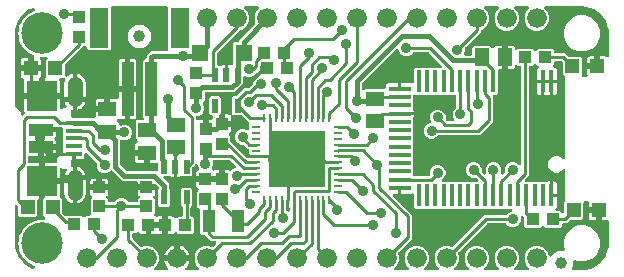
<source format=gbr>
G04 EAGLE Gerber RS-274X export*
G75*
%MOMM*%
%FSLAX34Y34*%
%LPD*%
%INTop Copper*%
%IPPOS*%
%AMOC8*
5,1,8,0,0,1.08239X$1,22.5*%
G01*
%ADD10R,1.500000X1.240000*%
%ADD11R,1.000000X1.100000*%
%ADD12R,1.200000X1.200000*%
%ADD13R,1.100000X1.000000*%
%ADD14C,1.000000*%
%ADD15R,1.000000X1.000000*%
%ADD16C,3.516000*%
%ADD17R,2.500000X2.500000*%
%ADD18C,1.308000*%
%ADD19R,1.350000X0.400000*%
%ADD20R,2.000000X1.000000*%
%ADD21R,0.550000X1.200000*%
%ADD22R,1.400000X1.400000*%
%ADD23C,1.676400*%
%ADD24R,1.000000X4.600000*%
%ADD25R,1.600000X3.400000*%
%ADD26R,0.250000X0.750000*%
%ADD27R,0.750000X0.250000*%
%ADD28R,4.700000X4.700000*%
%ADD29R,1.100000X1.900000*%
%ADD30R,1.240000X1.500000*%
%ADD31R,0.450000X1.850000*%
%ADD32R,1.850000X0.450000*%
%ADD33C,0.254000*%
%ADD34C,0.906400*%
%ADD35C,0.406400*%

G36*
X122976Y86610D02*
X122976Y86610D01*
X123115Y86618D01*
X123134Y86624D01*
X123153Y86626D01*
X123285Y86673D01*
X123417Y86716D01*
X123434Y86727D01*
X123453Y86734D01*
X123568Y86812D01*
X123686Y86887D01*
X123700Y86901D01*
X123716Y86912D01*
X123809Y87017D01*
X123904Y87118D01*
X123914Y87135D01*
X123927Y87150D01*
X123991Y87275D01*
X124058Y87397D01*
X124062Y87416D01*
X124072Y87433D01*
X124102Y87570D01*
X124137Y87705D01*
X124139Y87732D01*
X124141Y87744D01*
X124141Y87764D01*
X124147Y87865D01*
X124147Y92404D01*
X124132Y92529D01*
X124122Y92655D01*
X124112Y92687D01*
X124107Y92720D01*
X124061Y92837D01*
X124021Y92956D01*
X124003Y92984D01*
X123990Y93016D01*
X123917Y93117D01*
X123848Y93223D01*
X123823Y93246D01*
X123804Y93273D01*
X123707Y93353D01*
X123614Y93438D01*
X123585Y93454D01*
X123559Y93476D01*
X123445Y93529D01*
X123334Y93589D01*
X123301Y93597D01*
X123271Y93611D01*
X123148Y93635D01*
X123025Y93665D01*
X122992Y93665D01*
X122959Y93671D01*
X122833Y93663D01*
X122707Y93662D01*
X122659Y93653D01*
X122641Y93651D01*
X122621Y93645D01*
X122549Y93630D01*
X122134Y93519D01*
X116839Y93519D01*
X116839Y100990D01*
X116824Y101108D01*
X116817Y101227D01*
X116804Y101265D01*
X116799Y101305D01*
X116755Y101416D01*
X116719Y101529D01*
X116697Y101564D01*
X116682Y101601D01*
X116612Y101697D01*
X116549Y101798D01*
X116519Y101826D01*
X116495Y101858D01*
X116404Y101934D01*
X116317Y102016D01*
X116282Y102035D01*
X116250Y102061D01*
X116143Y102112D01*
X116039Y102169D01*
X115999Y102180D01*
X115963Y102197D01*
X115846Y102219D01*
X115731Y102249D01*
X115670Y102253D01*
X115650Y102257D01*
X115630Y102255D01*
X115570Y102259D01*
X114299Y102259D01*
X114299Y103530D01*
X114284Y103648D01*
X114277Y103767D01*
X114264Y103805D01*
X114259Y103845D01*
X114215Y103956D01*
X114179Y104069D01*
X114157Y104104D01*
X114142Y104141D01*
X114072Y104237D01*
X114009Y104338D01*
X113979Y104366D01*
X113955Y104398D01*
X113864Y104474D01*
X113777Y104556D01*
X113742Y104575D01*
X113710Y104601D01*
X113603Y104652D01*
X113499Y104709D01*
X113459Y104720D01*
X113423Y104737D01*
X113306Y104759D01*
X113191Y104789D01*
X113130Y104793D01*
X113110Y104797D01*
X113090Y104795D01*
X113030Y104799D01*
X104259Y104799D01*
X104259Y108794D01*
X104432Y109441D01*
X104767Y110020D01*
X105240Y110493D01*
X105869Y110856D01*
X105969Y110932D01*
X106073Y111003D01*
X106096Y111028D01*
X106123Y111049D01*
X106201Y111147D01*
X106284Y111241D01*
X106299Y111271D01*
X106320Y111298D01*
X106371Y111413D01*
X106429Y111525D01*
X106436Y111558D01*
X106450Y111588D01*
X106471Y111713D01*
X106498Y111835D01*
X106497Y111869D01*
X106503Y111902D01*
X106492Y112027D01*
X106489Y112153D01*
X106479Y112185D01*
X106476Y112219D01*
X106435Y112338D01*
X106400Y112458D01*
X106383Y112487D01*
X106372Y112519D01*
X106302Y112624D01*
X106239Y112732D01*
X106206Y112769D01*
X106196Y112784D01*
X106180Y112799D01*
X106132Y112853D01*
X104767Y114218D01*
X104767Y128302D01*
X104962Y128497D01*
X105051Y128612D01*
X105143Y128725D01*
X105149Y128737D01*
X105157Y128748D01*
X105215Y128882D01*
X105276Y129014D01*
X105278Y129028D01*
X105283Y129040D01*
X105306Y129185D01*
X105332Y129327D01*
X105331Y129341D01*
X105333Y129354D01*
X105319Y129500D01*
X105309Y129644D01*
X105305Y129657D01*
X105303Y129671D01*
X105276Y129746D01*
X105287Y129736D01*
X105311Y129723D01*
X105331Y129705D01*
X105450Y129646D01*
X105566Y129582D01*
X105592Y129576D01*
X105616Y129564D01*
X105745Y129536D01*
X105873Y129503D01*
X105912Y129501D01*
X105927Y129497D01*
X105949Y129498D01*
X106034Y129493D01*
X110558Y129493D01*
X110696Y129510D01*
X110835Y129523D01*
X110854Y129530D01*
X110874Y129533D01*
X111003Y129584D01*
X111134Y129631D01*
X111151Y129642D01*
X111170Y129650D01*
X111282Y129731D01*
X111397Y129809D01*
X111410Y129825D01*
X111427Y129836D01*
X111516Y129944D01*
X111608Y130048D01*
X111617Y130066D01*
X111630Y130081D01*
X111689Y130207D01*
X111752Y130331D01*
X111757Y130351D01*
X111765Y130369D01*
X111791Y130505D01*
X111822Y130641D01*
X111821Y130662D01*
X111825Y130681D01*
X111816Y130820D01*
X111812Y130959D01*
X111807Y130979D01*
X111805Y130999D01*
X111763Y131131D01*
X111724Y131265D01*
X111713Y131282D01*
X111707Y131301D01*
X111633Y131419D01*
X111562Y131539D01*
X111544Y131560D01*
X111537Y131570D01*
X111522Y131584D01*
X111456Y131659D01*
X110917Y132198D01*
X110917Y179882D01*
X112108Y181073D01*
X112776Y181073D01*
X112894Y181088D01*
X113013Y181095D01*
X113051Y181108D01*
X113092Y181113D01*
X113202Y181156D01*
X113315Y181193D01*
X113350Y181215D01*
X113387Y181230D01*
X113483Y181299D01*
X113584Y181363D01*
X113612Y181393D01*
X113645Y181416D01*
X113721Y181508D01*
X113802Y181595D01*
X113822Y181630D01*
X113847Y181661D01*
X113898Y181769D01*
X113956Y181873D01*
X113966Y181913D01*
X113983Y181949D01*
X114005Y182066D01*
X114035Y182181D01*
X114039Y182241D01*
X114043Y182261D01*
X114041Y182282D01*
X114045Y182342D01*
X114045Y184564D01*
X117549Y188067D01*
X130984Y188067D01*
X131122Y188084D01*
X131261Y188097D01*
X131280Y188104D01*
X131300Y188107D01*
X131429Y188158D01*
X131560Y188205D01*
X131577Y188216D01*
X131595Y188224D01*
X131708Y188305D01*
X131823Y188384D01*
X131836Y188399D01*
X131853Y188411D01*
X131941Y188518D01*
X132033Y188622D01*
X132043Y188640D01*
X132056Y188656D01*
X132115Y188781D01*
X132178Y188905D01*
X132182Y188925D01*
X132191Y188943D01*
X132217Y189080D01*
X132248Y189216D01*
X132247Y189236D01*
X132251Y189256D01*
X132242Y189395D01*
X132238Y189533D01*
X132232Y189553D01*
X132231Y189573D01*
X132188Y189705D01*
X132150Y189839D01*
X132139Y189856D01*
X132133Y189876D01*
X132059Y189993D01*
X131988Y190113D01*
X131969Y190134D01*
X131963Y190144D01*
X131948Y190158D01*
X131917Y190193D01*
X131917Y224790D01*
X131902Y224908D01*
X131895Y225027D01*
X131882Y225065D01*
X131877Y225106D01*
X131834Y225216D01*
X131797Y225329D01*
X131775Y225364D01*
X131760Y225401D01*
X131691Y225497D01*
X131627Y225598D01*
X131597Y225626D01*
X131574Y225659D01*
X131482Y225735D01*
X131395Y225816D01*
X131360Y225836D01*
X131329Y225861D01*
X131221Y225912D01*
X131117Y225970D01*
X131077Y225980D01*
X131041Y225997D01*
X130924Y226019D01*
X130809Y226049D01*
X130749Y226053D01*
X130729Y226057D01*
X130708Y226055D01*
X130648Y226059D01*
X85252Y226059D01*
X85134Y226044D01*
X85015Y226037D01*
X84977Y226024D01*
X84936Y226019D01*
X84826Y225976D01*
X84713Y225939D01*
X84678Y225917D01*
X84641Y225902D01*
X84545Y225833D01*
X84444Y225769D01*
X84416Y225739D01*
X84383Y225716D01*
X84307Y225624D01*
X84226Y225537D01*
X84206Y225502D01*
X84181Y225471D01*
X84130Y225363D01*
X84072Y225259D01*
X84062Y225219D01*
X84045Y225183D01*
X84023Y225066D01*
X83993Y224951D01*
X83989Y224891D01*
X83985Y224871D01*
X83987Y224850D01*
X83983Y224790D01*
X83983Y190198D01*
X82792Y189007D01*
X65108Y189007D01*
X63917Y190198D01*
X63917Y190978D01*
X63902Y191096D01*
X63895Y191215D01*
X63882Y191253D01*
X63877Y191294D01*
X63834Y191404D01*
X63797Y191517D01*
X63775Y191552D01*
X63760Y191589D01*
X63691Y191685D01*
X63627Y191786D01*
X63597Y191814D01*
X63574Y191847D01*
X63482Y191923D01*
X63395Y192004D01*
X63360Y192024D01*
X63329Y192049D01*
X63221Y192100D01*
X63117Y192158D01*
X63077Y192168D01*
X63041Y192185D01*
X62924Y192207D01*
X62809Y192237D01*
X62749Y192241D01*
X62729Y192245D01*
X62708Y192243D01*
X62648Y192247D01*
X60804Y192247D01*
X60706Y192235D01*
X60607Y192232D01*
X60548Y192215D01*
X60488Y192207D01*
X60396Y192171D01*
X60301Y192143D01*
X60249Y192113D01*
X60193Y192090D01*
X60113Y192032D01*
X60027Y191982D01*
X59952Y191916D01*
X59935Y191904D01*
X59927Y191894D01*
X59906Y191876D01*
X45354Y177324D01*
X45294Y177245D01*
X45226Y177173D01*
X45206Y177137D01*
X45182Y177109D01*
X45174Y177092D01*
X45160Y177072D01*
X45120Y176981D01*
X45072Y176895D01*
X45061Y176851D01*
X45047Y176821D01*
X45044Y176805D01*
X45033Y176781D01*
X45018Y176683D01*
X44993Y176587D01*
X44988Y176515D01*
X44987Y176508D01*
X44988Y176501D01*
X44987Y176487D01*
X44983Y176466D01*
X44985Y176454D01*
X44983Y176426D01*
X44983Y167819D01*
X45000Y167681D01*
X45013Y167543D01*
X45020Y167524D01*
X45023Y167504D01*
X45074Y167374D01*
X45121Y167243D01*
X45132Y167227D01*
X45140Y167208D01*
X45221Y167096D01*
X45299Y166980D01*
X45315Y166967D01*
X45326Y166950D01*
X45433Y166862D01*
X45538Y166770D01*
X45556Y166761D01*
X45571Y166748D01*
X45697Y166689D01*
X45821Y166625D01*
X45841Y166621D01*
X45859Y166612D01*
X45995Y166586D01*
X46131Y166556D01*
X46152Y166556D01*
X46171Y166552D01*
X46310Y166561D01*
X46449Y166565D01*
X46469Y166571D01*
X46489Y166572D01*
X46621Y166615D01*
X46755Y166654D01*
X46772Y166664D01*
X46791Y166670D01*
X46909Y166744D01*
X47029Y166815D01*
X47050Y166834D01*
X47060Y166840D01*
X47074Y166855D01*
X47150Y166922D01*
X47534Y167306D01*
X48691Y168147D01*
X49964Y168795D01*
X51324Y169237D01*
X51451Y169257D01*
X51451Y149299D01*
X44369Y149299D01*
X44369Y161095D01*
X44593Y162506D01*
X45044Y163896D01*
X45078Y164072D01*
X45104Y164208D01*
X45094Y164373D01*
X45084Y164525D01*
X45084Y164526D01*
X45040Y164661D01*
X44986Y164827D01*
X44986Y164828D01*
X44901Y164961D01*
X44816Y165096D01*
X44816Y165097D01*
X44695Y165210D01*
X44584Y165314D01*
X44433Y165398D01*
X44306Y165468D01*
X44305Y165468D01*
X44132Y165512D01*
X43998Y165547D01*
X43997Y165547D01*
X43996Y165547D01*
X43837Y165557D01*
X41490Y165557D01*
X41359Y165541D01*
X41226Y165530D01*
X41201Y165521D01*
X41175Y165517D01*
X41052Y165469D01*
X40926Y165425D01*
X40904Y165410D01*
X40879Y165400D01*
X40772Y165323D01*
X40661Y165249D01*
X40643Y165229D01*
X40622Y165214D01*
X40537Y165111D01*
X40448Y165013D01*
X40436Y164989D01*
X40419Y164969D01*
X40362Y164849D01*
X40301Y164731D01*
X40295Y164705D01*
X40283Y164681D01*
X40258Y164551D01*
X40228Y164421D01*
X40229Y164395D01*
X40224Y164369D01*
X40232Y164236D01*
X40235Y164103D01*
X40242Y164078D01*
X40243Y164051D01*
X40267Y163977D01*
X40274Y163942D01*
X40491Y163134D01*
X40491Y152549D01*
X35760Y152549D01*
X35642Y152534D01*
X35523Y152527D01*
X35485Y152514D01*
X35444Y152509D01*
X35334Y152466D01*
X35221Y152429D01*
X35186Y152407D01*
X35149Y152392D01*
X35053Y152323D01*
X34952Y152259D01*
X34924Y152229D01*
X34891Y152206D01*
X34815Y152114D01*
X34734Y152027D01*
X34714Y151992D01*
X34689Y151961D01*
X34638Y151853D01*
X34580Y151749D01*
X34570Y151709D01*
X34553Y151673D01*
X34531Y151556D01*
X34501Y151441D01*
X34497Y151381D01*
X34493Y151361D01*
X34495Y151340D01*
X34491Y151280D01*
X34491Y149320D01*
X34506Y149202D01*
X34513Y149083D01*
X34526Y149045D01*
X34531Y149004D01*
X34574Y148894D01*
X34611Y148781D01*
X34633Y148746D01*
X34648Y148709D01*
X34717Y148612D01*
X34781Y148512D01*
X34811Y148484D01*
X34834Y148451D01*
X34926Y148375D01*
X35013Y148294D01*
X35048Y148274D01*
X35079Y148249D01*
X35187Y148198D01*
X35291Y148140D01*
X35331Y148130D01*
X35367Y148113D01*
X35484Y148091D01*
X35599Y148061D01*
X35659Y148057D01*
X35679Y148053D01*
X35700Y148055D01*
X35760Y148051D01*
X40491Y148051D01*
X40491Y140598D01*
X40497Y140549D01*
X40495Y140499D01*
X40517Y140392D01*
X40531Y140282D01*
X40549Y140236D01*
X40559Y140188D01*
X40607Y140089D01*
X40648Y139987D01*
X40677Y139947D01*
X40699Y139902D01*
X40770Y139818D01*
X40834Y139729D01*
X40873Y139698D01*
X40905Y139660D01*
X40995Y139597D01*
X41079Y139527D01*
X41124Y139505D01*
X41165Y139477D01*
X41268Y139438D01*
X41367Y139391D01*
X41416Y139382D01*
X41462Y139364D01*
X41572Y139352D01*
X41679Y139331D01*
X41729Y139334D01*
X41778Y139329D01*
X41887Y139344D01*
X41997Y139351D01*
X42044Y139366D01*
X42093Y139373D01*
X42246Y139425D01*
X43248Y139841D01*
X45154Y139841D01*
X45194Y139846D01*
X45233Y139843D01*
X45351Y139866D01*
X45470Y139881D01*
X45507Y139895D01*
X45546Y139903D01*
X45654Y139954D01*
X45765Y139998D01*
X45797Y140021D01*
X45833Y140038D01*
X45926Y140114D01*
X46023Y140184D01*
X46048Y140215D01*
X46079Y140240D01*
X46149Y140337D01*
X46225Y140429D01*
X46242Y140465D01*
X46266Y140498D01*
X46310Y140609D01*
X46361Y140717D01*
X46368Y140756D01*
X46383Y140793D01*
X46398Y140912D01*
X46421Y141029D01*
X46418Y141069D01*
X46423Y141109D01*
X46408Y141227D01*
X46401Y141347D01*
X46389Y141385D01*
X46384Y141424D01*
X46340Y141536D01*
X46303Y141649D01*
X46282Y141683D01*
X46267Y141720D01*
X46181Y141856D01*
X45683Y142541D01*
X45035Y143814D01*
X44593Y145174D01*
X44573Y145301D01*
X51451Y145301D01*
X51451Y138423D01*
X51286Y138449D01*
X51245Y138457D01*
X51159Y138483D01*
X51089Y138486D01*
X51020Y138500D01*
X50931Y138494D01*
X50841Y138498D01*
X50773Y138484D01*
X50703Y138480D01*
X50618Y138452D01*
X50530Y138434D01*
X50467Y138403D01*
X50400Y138382D01*
X50325Y138333D01*
X50244Y138294D01*
X50191Y138249D01*
X50132Y138211D01*
X50070Y138146D01*
X50002Y138088D01*
X49962Y138031D01*
X49914Y137980D01*
X49871Y137901D01*
X49819Y137828D01*
X49794Y137762D01*
X49761Y137701D01*
X49738Y137614D01*
X49706Y137530D01*
X49699Y137461D01*
X49681Y137393D01*
X49681Y137304D01*
X49671Y137214D01*
X49681Y137145D01*
X49681Y137075D01*
X49703Y136988D01*
X49716Y136899D01*
X49756Y136781D01*
X49760Y136767D01*
X49763Y136761D01*
X49768Y136747D01*
X50491Y135002D01*
X50491Y132634D01*
X50506Y132516D01*
X50513Y132397D01*
X50526Y132359D01*
X50531Y132318D01*
X50574Y132208D01*
X50611Y132095D01*
X50633Y132060D01*
X50648Y132023D01*
X50717Y131927D01*
X50781Y131826D01*
X50811Y131798D01*
X50834Y131765D01*
X50926Y131689D01*
X51013Y131608D01*
X51048Y131588D01*
X51079Y131563D01*
X51187Y131512D01*
X51291Y131454D01*
X51331Y131444D01*
X51367Y131427D01*
X51484Y131405D01*
X51599Y131375D01*
X51659Y131371D01*
X51679Y131367D01*
X51700Y131369D01*
X51760Y131365D01*
X69570Y131365D01*
X69688Y131380D01*
X69807Y131387D01*
X69845Y131400D01*
X69886Y131405D01*
X69996Y131448D01*
X70109Y131485D01*
X70144Y131507D01*
X70181Y131522D01*
X70277Y131591D01*
X70378Y131655D01*
X70406Y131685D01*
X70439Y131708D01*
X70515Y131800D01*
X70596Y131887D01*
X70616Y131922D01*
X70641Y131953D01*
X70692Y132061D01*
X70750Y132165D01*
X70760Y132205D01*
X70777Y132241D01*
X70799Y132358D01*
X70829Y132473D01*
X70833Y132533D01*
X70837Y132553D01*
X70835Y132574D01*
X70839Y132634D01*
X70839Y136551D01*
X79610Y136551D01*
X79728Y136566D01*
X79847Y136573D01*
X79885Y136586D01*
X79925Y136591D01*
X80036Y136634D01*
X80149Y136671D01*
X80184Y136693D01*
X80221Y136708D01*
X80317Y136778D01*
X80418Y136841D01*
X80446Y136871D01*
X80478Y136895D01*
X80554Y136986D01*
X80636Y137073D01*
X80655Y137108D01*
X80681Y137139D01*
X80732Y137247D01*
X80789Y137351D01*
X80800Y137391D01*
X80817Y137427D01*
X80839Y137544D01*
X80869Y137659D01*
X80873Y137720D01*
X80877Y137740D01*
X80875Y137760D01*
X80879Y137820D01*
X80879Y139091D01*
X82150Y139091D01*
X82268Y139106D01*
X82387Y139113D01*
X82425Y139126D01*
X82465Y139131D01*
X82576Y139175D01*
X82689Y139211D01*
X82724Y139233D01*
X82761Y139248D01*
X82857Y139318D01*
X82958Y139381D01*
X82986Y139411D01*
X83018Y139435D01*
X83094Y139526D01*
X83176Y139613D01*
X83195Y139648D01*
X83221Y139680D01*
X83272Y139787D01*
X83329Y139891D01*
X83340Y139931D01*
X83357Y139967D01*
X83379Y140084D01*
X83409Y140199D01*
X83413Y140260D01*
X83417Y140280D01*
X83415Y140300D01*
X83419Y140360D01*
X83419Y147831D01*
X88714Y147831D01*
X88811Y147805D01*
X88936Y147788D01*
X89060Y147764D01*
X89093Y147766D01*
X89127Y147762D01*
X89252Y147776D01*
X89377Y147784D01*
X89409Y147794D01*
X89442Y147798D01*
X89560Y147843D01*
X89679Y147882D01*
X89708Y147900D01*
X89739Y147912D01*
X89842Y147985D01*
X89948Y148052D01*
X89971Y148077D01*
X89999Y148096D01*
X90080Y148192D01*
X90166Y148284D01*
X90182Y148313D01*
X90204Y148339D01*
X90259Y148452D01*
X90320Y148562D01*
X90328Y148595D01*
X90343Y148625D01*
X90368Y148749D01*
X90399Y148870D01*
X90402Y148919D01*
X90406Y148937D01*
X90405Y148959D01*
X90409Y149031D01*
X90409Y153541D01*
X95451Y153541D01*
X95451Y130499D01*
X92616Y130499D01*
X91969Y130672D01*
X91409Y130996D01*
X91306Y131039D01*
X91205Y131091D01*
X91159Y131101D01*
X91116Y131119D01*
X91005Y131135D01*
X90895Y131160D01*
X90848Y131159D01*
X90802Y131166D01*
X90690Y131154D01*
X90577Y131150D01*
X90532Y131137D01*
X90485Y131132D01*
X90380Y131093D01*
X90272Y131062D01*
X90231Y131038D01*
X90187Y131022D01*
X90095Y130957D01*
X89998Y130900D01*
X89965Y130871D01*
X89311Y130494D01*
X89211Y130418D01*
X89107Y130347D01*
X89084Y130322D01*
X89057Y130301D01*
X88979Y130203D01*
X88896Y130109D01*
X88881Y130079D01*
X88860Y130052D01*
X88809Y129937D01*
X88751Y129825D01*
X88744Y129792D01*
X88730Y129762D01*
X88709Y129637D01*
X88682Y129515D01*
X88683Y129481D01*
X88677Y129448D01*
X88688Y129323D01*
X88691Y129197D01*
X88701Y129165D01*
X88704Y129131D01*
X88745Y129012D01*
X88780Y128892D01*
X88797Y128863D01*
X88808Y128831D01*
X88878Y128726D01*
X88941Y128618D01*
X88974Y128581D01*
X88984Y128566D01*
X89000Y128551D01*
X89048Y128497D01*
X90413Y127132D01*
X90413Y126382D01*
X90419Y126332D01*
X90417Y126283D01*
X90439Y126175D01*
X90453Y126066D01*
X90471Y126020D01*
X90481Y125971D01*
X90529Y125872D01*
X90570Y125770D01*
X90599Y125730D01*
X90621Y125685D01*
X90692Y125602D01*
X90756Y125513D01*
X90795Y125481D01*
X90827Y125443D01*
X90917Y125380D01*
X91001Y125310D01*
X91046Y125289D01*
X91087Y125260D01*
X91190Y125221D01*
X91289Y125175D01*
X91338Y125165D01*
X91384Y125148D01*
X91494Y125135D01*
X91601Y125115D01*
X91651Y125118D01*
X91700Y125112D01*
X91809Y125128D01*
X91919Y125135D01*
X91966Y125150D01*
X92015Y125157D01*
X92168Y125209D01*
X93944Y125945D01*
X96556Y125945D01*
X98969Y124945D01*
X100815Y123099D01*
X101815Y120686D01*
X101815Y118074D01*
X100815Y115661D01*
X98969Y113815D01*
X96556Y112815D01*
X93944Y112815D01*
X93450Y113020D01*
X93402Y113033D01*
X93357Y113054D01*
X93249Y113075D01*
X93143Y113104D01*
X93093Y113105D01*
X93044Y113114D01*
X92935Y113107D01*
X92825Y113109D01*
X92777Y113097D01*
X92727Y113094D01*
X92623Y113061D01*
X92516Y113035D01*
X92472Y113012D01*
X92425Y112996D01*
X92332Y112938D01*
X92235Y112886D01*
X92198Y112853D01*
X92156Y112826D01*
X92081Y112746D01*
X91999Y112672D01*
X91972Y112631D01*
X91938Y112595D01*
X91885Y112498D01*
X91825Y112407D01*
X91808Y112360D01*
X91784Y112316D01*
X91757Y112210D01*
X91721Y112106D01*
X91717Y112056D01*
X91705Y112008D01*
X91695Y111847D01*
X91695Y92379D01*
X91707Y92281D01*
X91710Y92182D01*
X91727Y92124D01*
X91735Y92064D01*
X91771Y91972D01*
X91799Y91877D01*
X91829Y91825D01*
X91852Y91768D01*
X91910Y91688D01*
X91960Y91603D01*
X92026Y91527D01*
X92038Y91511D01*
X92048Y91503D01*
X92066Y91482D01*
X96562Y86986D01*
X96640Y86926D01*
X96712Y86858D01*
X96765Y86829D01*
X96813Y86792D01*
X96904Y86752D01*
X96991Y86704D01*
X97049Y86689D01*
X97105Y86665D01*
X97203Y86650D01*
X97299Y86625D01*
X97399Y86619D01*
X97419Y86615D01*
X97431Y86617D01*
X97459Y86615D01*
X122714Y86615D01*
X122798Y86599D01*
X122817Y86600D01*
X122837Y86597D01*
X122976Y86610D01*
G37*
G36*
X131486Y2558D02*
X131486Y2558D01*
X131624Y2571D01*
X131643Y2578D01*
X131664Y2581D01*
X131793Y2632D01*
X131924Y2679D01*
X131940Y2690D01*
X131959Y2698D01*
X132071Y2779D01*
X132187Y2857D01*
X132200Y2873D01*
X132217Y2884D01*
X132305Y2992D01*
X132397Y3096D01*
X132406Y3114D01*
X132419Y3129D01*
X132479Y3255D01*
X132542Y3379D01*
X132546Y3399D01*
X132555Y3417D01*
X132581Y3554D01*
X132611Y3689D01*
X132611Y3710D01*
X132615Y3729D01*
X132606Y3868D01*
X132602Y4007D01*
X132596Y4027D01*
X132595Y4047D01*
X132552Y4179D01*
X132513Y4313D01*
X132503Y4330D01*
X132497Y4349D01*
X132423Y4467D01*
X132352Y4587D01*
X132333Y4608D01*
X132327Y4618D01*
X132312Y4632D01*
X132245Y4707D01*
X131369Y5584D01*
X130358Y6975D01*
X129577Y8507D01*
X129046Y10142D01*
X129037Y10201D01*
X138470Y10201D01*
X138588Y10216D01*
X138707Y10223D01*
X138745Y10235D01*
X138785Y10241D01*
X138896Y10284D01*
X139009Y10321D01*
X139043Y10343D01*
X139081Y10358D01*
X139177Y10427D01*
X139278Y10491D01*
X139306Y10521D01*
X139338Y10544D01*
X139414Y10636D01*
X139496Y10723D01*
X139515Y10758D01*
X139541Y10789D01*
X139592Y10897D01*
X139649Y11001D01*
X139659Y11041D01*
X139677Y11077D01*
X139697Y11184D01*
X139701Y11154D01*
X139745Y11044D01*
X139781Y10931D01*
X139803Y10896D01*
X139818Y10859D01*
X139888Y10762D01*
X139951Y10662D01*
X139981Y10634D01*
X140005Y10601D01*
X140096Y10525D01*
X140183Y10444D01*
X140218Y10424D01*
X140250Y10399D01*
X140357Y10348D01*
X140462Y10290D01*
X140501Y10280D01*
X140537Y10263D01*
X140654Y10241D01*
X140770Y10211D01*
X140830Y10207D01*
X140850Y10203D01*
X140870Y10205D01*
X140930Y10201D01*
X150363Y10201D01*
X150354Y10142D01*
X149823Y8507D01*
X149042Y6975D01*
X148031Y5584D01*
X147155Y4707D01*
X147070Y4598D01*
X146981Y4491D01*
X146972Y4472D01*
X146960Y4456D01*
X146904Y4328D01*
X146845Y4203D01*
X146841Y4183D01*
X146833Y4164D01*
X146811Y4026D01*
X146785Y3890D01*
X146787Y3870D01*
X146783Y3850D01*
X146796Y3711D01*
X146805Y3573D01*
X146811Y3554D01*
X146813Y3534D01*
X146860Y3402D01*
X146903Y3271D01*
X146914Y3253D01*
X146921Y3234D01*
X146999Y3119D01*
X147073Y3002D01*
X147088Y2988D01*
X147099Y2971D01*
X147203Y2879D01*
X147305Y2784D01*
X147323Y2774D01*
X147338Y2761D01*
X147462Y2698D01*
X147583Y2630D01*
X147603Y2625D01*
X147621Y2616D01*
X147757Y2586D01*
X147891Y2551D01*
X147919Y2549D01*
X147931Y2546D01*
X147952Y2547D01*
X148052Y2541D01*
X157466Y2541D01*
X157604Y2558D01*
X157743Y2571D01*
X157762Y2578D01*
X157782Y2581D01*
X157911Y2632D01*
X158042Y2679D01*
X158059Y2690D01*
X158078Y2698D01*
X158190Y2779D01*
X158305Y2857D01*
X158319Y2873D01*
X158335Y2884D01*
X158424Y2992D01*
X158516Y3096D01*
X158525Y3114D01*
X158538Y3129D01*
X158597Y3255D01*
X158660Y3379D01*
X158665Y3399D01*
X158673Y3417D01*
X158699Y3553D01*
X158730Y3689D01*
X158729Y3710D01*
X158733Y3729D01*
X158724Y3868D01*
X158720Y4007D01*
X158715Y4027D01*
X158713Y4047D01*
X158671Y4179D01*
X158632Y4313D01*
X158622Y4330D01*
X158615Y4349D01*
X158541Y4467D01*
X158470Y4587D01*
X158452Y4608D01*
X158445Y4618D01*
X158430Y4632D01*
X158364Y4707D01*
X156271Y6801D01*
X154685Y10628D01*
X154685Y14772D01*
X156271Y18599D01*
X159201Y21529D01*
X163028Y23115D01*
X167172Y23115D01*
X168985Y22364D01*
X169013Y22356D01*
X169040Y22342D01*
X169166Y22314D01*
X169292Y22280D01*
X169321Y22279D01*
X169350Y22273D01*
X169480Y22277D01*
X169610Y22275D01*
X169638Y22282D01*
X169668Y22282D01*
X169792Y22319D01*
X169919Y22349D01*
X169945Y22363D01*
X169973Y22371D01*
X170085Y22437D01*
X170200Y22498D01*
X170222Y22517D01*
X170247Y22532D01*
X170368Y22639D01*
X172740Y25011D01*
X172825Y25120D01*
X172914Y25227D01*
X172922Y25246D01*
X172935Y25262D01*
X172990Y25390D01*
X173049Y25515D01*
X173053Y25535D01*
X173061Y25554D01*
X173083Y25692D01*
X173109Y25828D01*
X173108Y25848D01*
X173111Y25868D01*
X173098Y26007D01*
X173089Y26145D01*
X173083Y26164D01*
X173081Y26184D01*
X173034Y26316D01*
X172991Y26447D01*
X172980Y26465D01*
X172973Y26484D01*
X172895Y26599D01*
X172821Y26716D01*
X172806Y26730D01*
X172795Y26747D01*
X172691Y26839D01*
X172589Y26934D01*
X172572Y26944D01*
X172556Y26957D01*
X172433Y27020D01*
X172311Y27088D01*
X172291Y27093D01*
X172273Y27102D01*
X172137Y27132D01*
X172003Y27167D01*
X171975Y27169D01*
X171963Y27172D01*
X171942Y27171D01*
X171842Y27177D01*
X168812Y27177D01*
X163444Y32546D01*
X163365Y32606D01*
X163293Y32674D01*
X163240Y32703D01*
X163192Y32740D01*
X163101Y32780D01*
X163015Y32828D01*
X162956Y32843D01*
X162901Y32867D01*
X162803Y32882D01*
X162707Y32907D01*
X162607Y32913D01*
X162586Y32917D01*
X162574Y32915D01*
X162546Y32917D01*
X160728Y32917D01*
X159537Y34108D01*
X159537Y53818D01*
X159522Y53936D01*
X159515Y54055D01*
X159502Y54093D01*
X159497Y54134D01*
X159454Y54244D01*
X159417Y54357D01*
X159395Y54392D01*
X159380Y54429D01*
X159311Y54525D01*
X159247Y54626D01*
X159217Y54654D01*
X159194Y54687D01*
X159102Y54763D01*
X159015Y54844D01*
X158980Y54864D01*
X158949Y54889D01*
X158841Y54940D01*
X158737Y54998D01*
X158697Y55008D01*
X158661Y55025D01*
X158544Y55047D01*
X158429Y55077D01*
X158369Y55081D01*
X158349Y55085D01*
X158328Y55083D01*
X158268Y55087D01*
X157988Y55087D01*
X156797Y56278D01*
X156797Y68962D01*
X157782Y69946D01*
X157859Y70046D01*
X157941Y70141D01*
X157956Y70171D01*
X157977Y70198D01*
X158027Y70313D01*
X158083Y70426D01*
X158090Y70459D01*
X158103Y70490D01*
X158123Y70614D01*
X158149Y70737D01*
X158148Y70770D01*
X158153Y70804D01*
X158141Y70929D01*
X158136Y71054D01*
X158126Y71087D01*
X158123Y71120D01*
X158081Y71239D01*
X158044Y71359D01*
X158027Y71388D01*
X158016Y71420D01*
X157945Y71524D01*
X157880Y71631D01*
X157856Y71655D01*
X157837Y71683D01*
X157743Y71766D01*
X157653Y71854D01*
X157612Y71881D01*
X157599Y71893D01*
X157579Y71903D01*
X157519Y71943D01*
X157270Y72087D01*
X156797Y72560D01*
X156462Y73139D01*
X156289Y73786D01*
X156289Y77121D01*
X162600Y77121D01*
X162718Y77136D01*
X162837Y77143D01*
X162875Y77155D01*
X162915Y77161D01*
X163026Y77204D01*
X163139Y77241D01*
X163173Y77263D01*
X163211Y77278D01*
X163307Y77347D01*
X163408Y77411D01*
X163436Y77441D01*
X163468Y77464D01*
X163544Y77556D01*
X163626Y77643D01*
X163645Y77678D01*
X163671Y77709D01*
X163722Y77817D01*
X163779Y77921D01*
X163789Y77961D01*
X163807Y77997D01*
X163827Y78104D01*
X163831Y78074D01*
X163875Y77964D01*
X163911Y77851D01*
X163933Y77816D01*
X163948Y77779D01*
X164018Y77682D01*
X164081Y77582D01*
X164111Y77554D01*
X164135Y77521D01*
X164226Y77445D01*
X164313Y77364D01*
X164348Y77344D01*
X164380Y77319D01*
X164487Y77268D01*
X164592Y77210D01*
X164631Y77200D01*
X164667Y77183D01*
X164784Y77161D01*
X164900Y77131D01*
X164960Y77127D01*
X164980Y77123D01*
X165000Y77125D01*
X165060Y77121D01*
X176570Y77121D01*
X176688Y77136D01*
X176807Y77143D01*
X176845Y77155D01*
X176885Y77161D01*
X176996Y77204D01*
X177109Y77241D01*
X177143Y77263D01*
X177181Y77278D01*
X177277Y77347D01*
X177378Y77411D01*
X177406Y77441D01*
X177438Y77464D01*
X177514Y77556D01*
X177596Y77643D01*
X177615Y77678D01*
X177641Y77709D01*
X177692Y77817D01*
X177749Y77921D01*
X177759Y77961D01*
X177777Y77997D01*
X177799Y78114D01*
X177829Y78229D01*
X177833Y78289D01*
X177836Y78309D01*
X177835Y78330D01*
X177839Y78390D01*
X177839Y79581D01*
X179030Y79581D01*
X179148Y79596D01*
X179267Y79603D01*
X179305Y79616D01*
X179346Y79621D01*
X179456Y79665D01*
X179569Y79701D01*
X179604Y79723D01*
X179641Y79738D01*
X179737Y79808D01*
X179838Y79871D01*
X179866Y79901D01*
X179899Y79925D01*
X179975Y80016D01*
X180056Y80103D01*
X180076Y80138D01*
X180101Y80170D01*
X180152Y80277D01*
X180210Y80382D01*
X180220Y80421D01*
X180237Y80457D01*
X180259Y80574D01*
X180289Y80690D01*
X180293Y80750D01*
X180297Y80770D01*
X180295Y80790D01*
X180299Y80850D01*
X180299Y87661D01*
X183134Y87661D01*
X183781Y87488D01*
X184442Y87106D01*
X184545Y87062D01*
X184645Y87011D01*
X184691Y87001D01*
X184735Y86983D01*
X184846Y86966D01*
X184956Y86942D01*
X185003Y86943D01*
X185049Y86936D01*
X185161Y86948D01*
X185274Y86951D01*
X185319Y86964D01*
X185366Y86969D01*
X185471Y87008D01*
X185579Y87040D01*
X185620Y87064D01*
X185664Y87080D01*
X185756Y87144D01*
X185853Y87201D01*
X185907Y87249D01*
X185925Y87261D01*
X185937Y87275D01*
X185974Y87308D01*
X186781Y88115D01*
X189076Y89066D01*
X189119Y89090D01*
X189166Y89107D01*
X189256Y89169D01*
X189352Y89223D01*
X189388Y89258D01*
X189429Y89286D01*
X189501Y89368D01*
X189580Y89444D01*
X189606Y89487D01*
X189639Y89524D01*
X189689Y89622D01*
X189747Y89716D01*
X189761Y89763D01*
X189784Y89807D01*
X189808Y89915D01*
X189840Y90020D01*
X189843Y90069D01*
X189853Y90118D01*
X189850Y90228D01*
X189855Y90337D01*
X189845Y90386D01*
X189844Y90435D01*
X189813Y90541D01*
X189791Y90649D01*
X189769Y90693D01*
X189755Y90741D01*
X189700Y90835D01*
X189651Y90934D01*
X189619Y90972D01*
X189594Y91015D01*
X189487Y91136D01*
X184603Y96021D01*
X184524Y96081D01*
X184452Y96149D01*
X184399Y96178D01*
X184351Y96215D01*
X184260Y96255D01*
X184174Y96303D01*
X184115Y96318D01*
X184060Y96342D01*
X183962Y96357D01*
X183866Y96382D01*
X183766Y96388D01*
X183745Y96392D01*
X183733Y96390D01*
X183705Y96392D01*
X171310Y96392D01*
X171261Y96386D01*
X171211Y96388D01*
X171104Y96366D01*
X170994Y96352D01*
X170948Y96334D01*
X170900Y96324D01*
X170801Y96276D01*
X170699Y96235D01*
X170659Y96206D01*
X170614Y96184D01*
X170530Y96113D01*
X170441Y96049D01*
X170410Y96010D01*
X170372Y95978D01*
X170309Y95888D01*
X170239Y95804D01*
X170217Y95759D01*
X170189Y95718D01*
X170150Y95615D01*
X170103Y95516D01*
X170094Y95467D01*
X170076Y95421D01*
X170064Y95311D01*
X170043Y95204D01*
X170046Y95154D01*
X170041Y95105D01*
X170056Y94996D01*
X170063Y94886D01*
X170078Y94839D01*
X170085Y94790D01*
X170137Y94637D01*
X170395Y94016D01*
X170395Y91404D01*
X169399Y89000D01*
X169389Y88965D01*
X169373Y88932D01*
X169347Y88812D01*
X169315Y88693D01*
X169314Y88657D01*
X169307Y88621D01*
X169312Y88498D01*
X169310Y88375D01*
X169318Y88340D01*
X169320Y88304D01*
X169355Y88186D01*
X169384Y88066D01*
X169401Y88034D01*
X169411Y87999D01*
X169475Y87893D01*
X169533Y87785D01*
X169557Y87758D01*
X169576Y87727D01*
X169664Y87640D01*
X169747Y87549D01*
X169777Y87529D01*
X169803Y87504D01*
X169937Y87415D01*
X170180Y87274D01*
X170278Y87233D01*
X170372Y87184D01*
X170424Y87172D01*
X170474Y87151D01*
X170578Y87135D01*
X170681Y87111D01*
X170735Y87112D01*
X170788Y87104D01*
X170893Y87115D01*
X170999Y87117D01*
X171051Y87132D01*
X171104Y87138D01*
X171204Y87174D01*
X171305Y87203D01*
X171382Y87241D01*
X171403Y87248D01*
X171415Y87257D01*
X171450Y87274D01*
X171819Y87488D01*
X172466Y87661D01*
X175301Y87661D01*
X175301Y82119D01*
X165060Y82119D01*
X164942Y82104D01*
X164823Y82097D01*
X164785Y82084D01*
X164745Y82079D01*
X164634Y82036D01*
X164521Y81999D01*
X164487Y81977D01*
X164449Y81962D01*
X164353Y81893D01*
X164252Y81829D01*
X164224Y81799D01*
X164192Y81776D01*
X164116Y81684D01*
X164034Y81597D01*
X164015Y81562D01*
X163989Y81531D01*
X163938Y81423D01*
X163881Y81319D01*
X163871Y81279D01*
X163853Y81243D01*
X163833Y81136D01*
X163829Y81166D01*
X163785Y81276D01*
X163749Y81389D01*
X163727Y81424D01*
X163712Y81461D01*
X163642Y81557D01*
X163579Y81658D01*
X163549Y81686D01*
X163525Y81719D01*
X163434Y81795D01*
X163347Y81876D01*
X163312Y81896D01*
X163280Y81921D01*
X163173Y81972D01*
X163068Y82030D01*
X163029Y82040D01*
X162993Y82057D01*
X162876Y82079D01*
X162760Y82109D01*
X162700Y82113D01*
X162680Y82117D01*
X162660Y82115D01*
X162600Y82119D01*
X156289Y82119D01*
X156289Y85454D01*
X156462Y86101D01*
X156797Y86680D01*
X157270Y87153D01*
X157723Y87415D01*
X157752Y87437D01*
X157785Y87453D01*
X157879Y87533D01*
X157977Y87607D01*
X157999Y87635D01*
X158027Y87659D01*
X158098Y87760D01*
X158174Y87856D01*
X158189Y87889D01*
X158210Y87919D01*
X158253Y88034D01*
X158304Y88147D01*
X158310Y88182D01*
X158322Y88216D01*
X158336Y88339D01*
X158357Y88460D01*
X158354Y88496D01*
X158358Y88532D01*
X158341Y88654D01*
X158330Y88777D01*
X158318Y88811D01*
X158313Y88847D01*
X158261Y89000D01*
X157181Y91608D01*
X157156Y91651D01*
X157139Y91698D01*
X157078Y91789D01*
X157023Y91884D01*
X156989Y91920D01*
X156961Y91961D01*
X156878Y92034D01*
X156802Y92113D01*
X156760Y92139D01*
X156722Y92172D01*
X156625Y92222D01*
X156531Y92279D01*
X156483Y92294D01*
X156439Y92316D01*
X156332Y92340D01*
X156227Y92373D01*
X156177Y92375D01*
X156129Y92386D01*
X156019Y92383D01*
X155909Y92388D01*
X155861Y92378D01*
X155811Y92376D01*
X155705Y92346D01*
X155598Y92324D01*
X155553Y92302D01*
X155505Y92288D01*
X155411Y92232D01*
X155312Y92184D01*
X155274Y92151D01*
X155232Y92126D01*
X155111Y92020D01*
X153396Y90306D01*
X153084Y89994D01*
X153024Y89915D01*
X152956Y89843D01*
X152927Y89790D01*
X152890Y89742D01*
X152850Y89651D01*
X152802Y89565D01*
X152787Y89506D01*
X152763Y89451D01*
X152748Y89353D01*
X152723Y89257D01*
X152717Y89157D01*
X152713Y89136D01*
X152715Y89124D01*
X152713Y89096D01*
X152713Y83629D01*
X151522Y82438D01*
X144313Y82438D01*
X144253Y82492D01*
X144217Y82510D01*
X144185Y82535D01*
X144076Y82582D01*
X143969Y82636D01*
X143930Y82645D01*
X143894Y82661D01*
X143776Y82680D01*
X143659Y82706D01*
X143619Y82704D01*
X143580Y82711D01*
X143461Y82700D01*
X143341Y82696D01*
X143303Y82685D01*
X143263Y82681D01*
X143151Y82641D01*
X143036Y82607D01*
X143001Y82587D01*
X142964Y82573D01*
X142894Y82526D01*
X142885Y82521D01*
X142161Y82103D01*
X141514Y81930D01*
X139804Y81930D01*
X139804Y90366D01*
X139795Y90436D01*
X139798Y90476D01*
X139802Y90496D01*
X139800Y90516D01*
X139804Y90576D01*
X139804Y99012D01*
X139850Y99012D01*
X139968Y99027D01*
X140087Y99034D01*
X140125Y99046D01*
X140165Y99052D01*
X140276Y99095D01*
X140389Y99132D01*
X140424Y99154D01*
X140461Y99169D01*
X140557Y99238D01*
X140658Y99302D01*
X140686Y99332D01*
X140718Y99355D01*
X140794Y99447D01*
X140876Y99534D01*
X140895Y99569D01*
X140921Y99600D01*
X140972Y99708D01*
X141029Y99812D01*
X141040Y99852D01*
X141057Y99888D01*
X141079Y100005D01*
X141109Y100120D01*
X141113Y100180D01*
X141117Y100200D01*
X141115Y100221D01*
X141119Y100281D01*
X141119Y105470D01*
X141104Y105588D01*
X141097Y105707D01*
X141084Y105745D01*
X141079Y105785D01*
X141035Y105896D01*
X140999Y106009D01*
X140977Y106044D01*
X140962Y106081D01*
X140892Y106177D01*
X140829Y106278D01*
X140799Y106306D01*
X140775Y106338D01*
X140684Y106414D01*
X140597Y106496D01*
X140562Y106515D01*
X140530Y106541D01*
X140423Y106592D01*
X140319Y106649D01*
X140279Y106660D01*
X140243Y106677D01*
X140126Y106699D01*
X140011Y106729D01*
X139950Y106733D01*
X139930Y106737D01*
X139910Y106735D01*
X139850Y106739D01*
X137310Y106739D01*
X137192Y106724D01*
X137073Y106717D01*
X137035Y106704D01*
X136995Y106699D01*
X136884Y106655D01*
X136771Y106619D01*
X136736Y106597D01*
X136699Y106582D01*
X136603Y106512D01*
X136502Y106449D01*
X136474Y106419D01*
X136441Y106395D01*
X136366Y106304D01*
X136284Y106217D01*
X136264Y106182D01*
X136239Y106150D01*
X136188Y106043D01*
X136130Y105939D01*
X136120Y105899D01*
X136103Y105863D01*
X136081Y105746D01*
X136051Y105631D01*
X136047Y105570D01*
X136043Y105550D01*
X136045Y105530D01*
X136041Y105470D01*
X136041Y100281D01*
X136056Y100163D01*
X136063Y100044D01*
X136076Y100006D01*
X136081Y99965D01*
X136124Y99855D01*
X136161Y99742D01*
X136183Y99707D01*
X136198Y99670D01*
X136268Y99574D01*
X136331Y99473D01*
X136361Y99445D01*
X136385Y99412D01*
X136476Y99336D01*
X136563Y99255D01*
X136598Y99235D01*
X136629Y99210D01*
X136737Y99159D01*
X136841Y99101D01*
X136881Y99091D01*
X136917Y99074D01*
X137034Y99052D01*
X137056Y99046D01*
X137056Y90576D01*
X137065Y90506D01*
X137062Y90466D01*
X137058Y90446D01*
X137060Y90426D01*
X137056Y90366D01*
X137056Y81930D01*
X135346Y81930D01*
X134699Y82103D01*
X134049Y82479D01*
X134035Y82491D01*
X133999Y82510D01*
X133968Y82534D01*
X133858Y82582D01*
X133752Y82636D01*
X133713Y82645D01*
X133676Y82661D01*
X133558Y82679D01*
X133441Y82706D01*
X133402Y82704D01*
X133362Y82711D01*
X133243Y82700D01*
X133123Y82696D01*
X133085Y82685D01*
X133045Y82681D01*
X132933Y82641D01*
X132818Y82608D01*
X132784Y82587D01*
X132746Y82574D01*
X132647Y82507D01*
X132544Y82446D01*
X132535Y82438D01*
X129574Y82438D01*
X129436Y82421D01*
X129298Y82408D01*
X129279Y82401D01*
X129259Y82398D01*
X129130Y82347D01*
X128999Y82300D01*
X128982Y82289D01*
X128963Y82281D01*
X128851Y82200D01*
X128736Y82122D01*
X128722Y82106D01*
X128706Y82095D01*
X128617Y81987D01*
X128525Y81883D01*
X128516Y81865D01*
X128503Y81850D01*
X128444Y81724D01*
X128381Y81600D01*
X128376Y81580D01*
X128367Y81562D01*
X128341Y81425D01*
X128311Y81290D01*
X128311Y81269D01*
X128308Y81250D01*
X128316Y81111D01*
X128321Y80972D01*
X128326Y80952D01*
X128327Y80932D01*
X128370Y80800D01*
X128409Y80666D01*
X128419Y80649D01*
X128425Y80630D01*
X128500Y80512D01*
X128570Y80392D01*
X128589Y80371D01*
X128596Y80361D01*
X128611Y80347D01*
X128677Y80272D01*
X130242Y78706D01*
X132995Y75954D01*
X132995Y72555D01*
X133007Y72457D01*
X133010Y72357D01*
X133027Y72299D01*
X133035Y72239D01*
X133071Y72147D01*
X133099Y72052D01*
X133129Y72000D01*
X133152Y71943D01*
X133210Y71863D01*
X133260Y71778D01*
X133326Y71703D01*
X133338Y71686D01*
X133348Y71678D01*
X133367Y71657D01*
X133713Y71311D01*
X133713Y57627D01*
X132522Y56436D01*
X125338Y56436D01*
X124147Y57627D01*
X124147Y71311D01*
X124246Y71410D01*
X124319Y71504D01*
X124398Y71593D01*
X124417Y71629D01*
X124441Y71661D01*
X124489Y71771D01*
X124543Y71877D01*
X124552Y71916D01*
X124568Y71953D01*
X124586Y72071D01*
X124612Y72187D01*
X124611Y72227D01*
X124618Y72267D01*
X124606Y72386D01*
X124603Y72505D01*
X124592Y72544D01*
X124588Y72584D01*
X124547Y72696D01*
X124514Y72810D01*
X124494Y72845D01*
X124480Y72883D01*
X124413Y72981D01*
X124353Y73084D01*
X124313Y73130D01*
X124302Y73146D01*
X124286Y73160D01*
X124246Y73205D01*
X122554Y74898D01*
X122476Y74958D01*
X122404Y75026D01*
X122351Y75055D01*
X122303Y75092D01*
X122212Y75132D01*
X122125Y75180D01*
X122067Y75195D01*
X122011Y75219D01*
X121913Y75234D01*
X121817Y75259D01*
X121717Y75265D01*
X121697Y75269D01*
X121685Y75267D01*
X121657Y75269D01*
X115210Y75269D01*
X115092Y75254D01*
X114973Y75247D01*
X114935Y75234D01*
X114895Y75229D01*
X114784Y75186D01*
X114671Y75149D01*
X114637Y75127D01*
X114599Y75112D01*
X114503Y75043D01*
X114402Y74979D01*
X114374Y74949D01*
X114342Y74926D01*
X114266Y74834D01*
X114184Y74747D01*
X114165Y74712D01*
X114139Y74681D01*
X114088Y74573D01*
X114031Y74469D01*
X114021Y74429D01*
X114003Y74393D01*
X113983Y74286D01*
X113979Y74316D01*
X113935Y74426D01*
X113899Y74539D01*
X113877Y74574D01*
X113862Y74611D01*
X113792Y74707D01*
X113729Y74808D01*
X113699Y74836D01*
X113675Y74869D01*
X113584Y74945D01*
X113497Y75026D01*
X113462Y75046D01*
X113430Y75071D01*
X113323Y75122D01*
X113218Y75180D01*
X113179Y75190D01*
X113143Y75207D01*
X113026Y75229D01*
X112910Y75259D01*
X112850Y75263D01*
X112830Y75267D01*
X112810Y75265D01*
X112750Y75269D01*
X106439Y75269D01*
X106439Y77216D01*
X106424Y77334D01*
X106417Y77453D01*
X106404Y77491D01*
X106399Y77532D01*
X106356Y77642D01*
X106319Y77755D01*
X106297Y77790D01*
X106282Y77827D01*
X106213Y77923D01*
X106149Y78024D01*
X106119Y78052D01*
X106096Y78085D01*
X106004Y78161D01*
X105917Y78242D01*
X105882Y78262D01*
X105851Y78287D01*
X105743Y78338D01*
X105639Y78396D01*
X105599Y78406D01*
X105563Y78423D01*
X105446Y78445D01*
X105331Y78475D01*
X105271Y78479D01*
X105251Y78483D01*
X105230Y78481D01*
X105170Y78485D01*
X93566Y78485D01*
X90814Y81238D01*
X85215Y86836D01*
X85121Y86909D01*
X85032Y86988D01*
X84996Y87006D01*
X84964Y87031D01*
X84855Y87079D01*
X84749Y87133D01*
X84709Y87142D01*
X84672Y87158D01*
X84554Y87176D01*
X84438Y87202D01*
X84398Y87201D01*
X84358Y87207D01*
X84239Y87196D01*
X84121Y87193D01*
X84082Y87181D01*
X84041Y87178D01*
X83929Y87137D01*
X83815Y87104D01*
X83780Y87084D01*
X83742Y87070D01*
X83644Y87003D01*
X83541Y86943D01*
X83496Y86903D01*
X83479Y86891D01*
X83465Y86876D01*
X83420Y86836D01*
X82459Y85875D01*
X80046Y84875D01*
X77434Y84875D01*
X75021Y85875D01*
X73175Y87721D01*
X72175Y90134D01*
X72175Y92808D01*
X72163Y92906D01*
X72160Y93005D01*
X72143Y93064D01*
X72135Y93124D01*
X72099Y93216D01*
X72071Y93311D01*
X72041Y93363D01*
X72018Y93419D01*
X71960Y93499D01*
X71910Y93585D01*
X71844Y93660D01*
X71832Y93677D01*
X71822Y93685D01*
X71804Y93706D01*
X63657Y101852D01*
X63548Y101937D01*
X63441Y102026D01*
X63422Y102034D01*
X63406Y102047D01*
X63278Y102102D01*
X63153Y102161D01*
X63133Y102165D01*
X63114Y102173D01*
X62976Y102195D01*
X62840Y102221D01*
X62820Y102220D01*
X62800Y102223D01*
X62661Y102210D01*
X62523Y102201D01*
X62504Y102195D01*
X62484Y102193D01*
X62352Y102146D01*
X62221Y102103D01*
X62203Y102092D01*
X62184Y102085D01*
X62069Y102007D01*
X61952Y101933D01*
X61938Y101918D01*
X61921Y101907D01*
X61829Y101803D01*
X61734Y101701D01*
X61724Y101684D01*
X61711Y101668D01*
X61647Y101544D01*
X61580Y101423D01*
X61575Y101403D01*
X61566Y101385D01*
X61536Y101249D01*
X61501Y101115D01*
X61499Y101087D01*
X61496Y101075D01*
X61497Y101054D01*
X61491Y100954D01*
X61491Y98966D01*
X61318Y98319D01*
X60983Y97740D01*
X60510Y97267D01*
X59931Y96932D01*
X59284Y96759D01*
X53469Y96759D01*
X53469Y101300D01*
X53454Y101418D01*
X53447Y101537D01*
X53435Y101575D01*
X53430Y101615D01*
X53386Y101726D01*
X53349Y101839D01*
X53327Y101873D01*
X53313Y101911D01*
X53243Y102007D01*
X53179Y102108D01*
X53149Y102136D01*
X53126Y102168D01*
X53034Y102244D01*
X52947Y102326D01*
X52912Y102345D01*
X52881Y102371D01*
X52773Y102422D01*
X52669Y102479D01*
X52630Y102489D01*
X52593Y102507D01*
X52476Y102529D01*
X52361Y102559D01*
X52301Y102563D01*
X52281Y102566D01*
X52280Y102566D01*
X52260Y102565D01*
X52200Y102569D01*
X52082Y102554D01*
X51963Y102547D01*
X51924Y102534D01*
X51884Y102529D01*
X51774Y102485D01*
X51660Y102449D01*
X51626Y102427D01*
X51589Y102412D01*
X51492Y102342D01*
X51392Y102278D01*
X51364Y102249D01*
X51331Y102225D01*
X51255Y102133D01*
X51174Y102047D01*
X51154Y102011D01*
X51128Y101980D01*
X51078Y101873D01*
X51020Y101768D01*
X51010Y101729D01*
X50993Y101693D01*
X50971Y101576D01*
X50941Y101460D01*
X50937Y101400D01*
X50933Y101380D01*
X50934Y101360D01*
X50931Y101300D01*
X50931Y96446D01*
X50924Y96439D01*
X50891Y96416D01*
X50815Y96324D01*
X50734Y96237D01*
X50714Y96202D01*
X50689Y96171D01*
X50638Y96063D01*
X50580Y95959D01*
X50570Y95919D01*
X50553Y95883D01*
X50531Y95766D01*
X50501Y95651D01*
X50497Y95591D01*
X50493Y95571D01*
X50495Y95550D01*
X50491Y95490D01*
X50491Y93598D01*
X49768Y91853D01*
X49756Y91811D01*
X49742Y91781D01*
X49735Y91743D01*
X49711Y91683D01*
X49702Y91614D01*
X49684Y91546D01*
X49683Y91470D01*
X49682Y91469D01*
X49682Y91467D01*
X49682Y91457D01*
X49671Y91368D01*
X49680Y91298D01*
X49679Y91228D01*
X49700Y91141D01*
X49711Y91052D01*
X49737Y90987D01*
X49753Y90919D01*
X49795Y90840D01*
X49828Y90756D01*
X49869Y90700D01*
X49902Y90638D01*
X49962Y90571D01*
X50014Y90499D01*
X50068Y90454D01*
X50115Y90402D01*
X50190Y90353D01*
X50259Y90296D01*
X50323Y90266D01*
X50381Y90228D01*
X50466Y90199D01*
X50547Y90160D01*
X50616Y90147D01*
X50682Y90124D01*
X50771Y90117D01*
X50859Y90101D01*
X50929Y90105D01*
X50999Y90099D01*
X51087Y90115D01*
X51177Y90120D01*
X51298Y90151D01*
X51312Y90154D01*
X51318Y90156D01*
X51451Y90177D01*
X51451Y83299D01*
X44573Y83299D01*
X44593Y83426D01*
X45035Y84786D01*
X45683Y86059D01*
X46181Y86744D01*
X46200Y86779D01*
X46225Y86809D01*
X46276Y86918D01*
X46334Y87023D01*
X46344Y87061D01*
X46361Y87097D01*
X46383Y87214D01*
X46413Y87331D01*
X46413Y87371D01*
X46421Y87410D01*
X46413Y87529D01*
X46413Y87649D01*
X46403Y87687D01*
X46401Y87727D01*
X46364Y87841D01*
X46334Y87957D01*
X46315Y87992D01*
X46303Y88029D01*
X46239Y88131D01*
X46181Y88235D01*
X46154Y88264D01*
X46133Y88298D01*
X46045Y88380D01*
X45964Y88467D01*
X45930Y88489D01*
X45901Y88516D01*
X45796Y88574D01*
X45695Y88638D01*
X45657Y88650D01*
X45623Y88670D01*
X45507Y88699D01*
X45393Y88737D01*
X45353Y88739D01*
X45315Y88749D01*
X45154Y88759D01*
X43248Y88759D01*
X42246Y89175D01*
X42198Y89188D01*
X42153Y89209D01*
X42045Y89230D01*
X41939Y89259D01*
X41889Y89259D01*
X41840Y89269D01*
X41731Y89262D01*
X41621Y89264D01*
X41573Y89252D01*
X41523Y89249D01*
X41419Y89215D01*
X41312Y89189D01*
X41268Y89166D01*
X41221Y89151D01*
X41128Y89092D01*
X41031Y89041D01*
X40994Y89007D01*
X40952Y88981D01*
X40877Y88901D01*
X40795Y88827D01*
X40768Y88785D01*
X40734Y88749D01*
X40681Y88653D01*
X40621Y88561D01*
X40604Y88514D01*
X40580Y88471D01*
X40553Y88364D01*
X40517Y88260D01*
X40513Y88211D01*
X40501Y88163D01*
X40491Y88002D01*
X40491Y80549D01*
X35912Y80549D01*
X35872Y80544D01*
X35832Y80547D01*
X35715Y80524D01*
X35597Y80509D01*
X35559Y80495D01*
X35519Y80487D01*
X35412Y80436D01*
X35301Y80392D01*
X35268Y80369D01*
X35232Y80351D01*
X35140Y80276D01*
X35044Y80206D01*
X35018Y80174D01*
X34987Y80149D01*
X34917Y80052D01*
X34841Y79961D01*
X34824Y79924D01*
X34800Y79891D01*
X34756Y79780D01*
X34705Y79673D01*
X34698Y79633D01*
X34683Y79596D01*
X34653Y79437D01*
X34530Y78457D01*
X34530Y78380D01*
X34520Y78303D01*
X34530Y78143D01*
X34531Y78140D01*
X34531Y78139D01*
X34653Y77163D01*
X34663Y77123D01*
X34665Y77083D01*
X34702Y76970D01*
X34731Y76854D01*
X34751Y76819D01*
X34763Y76781D01*
X34827Y76680D01*
X34884Y76575D01*
X34912Y76546D01*
X34933Y76512D01*
X35020Y76430D01*
X35101Y76343D01*
X35136Y76322D01*
X35165Y76294D01*
X35269Y76236D01*
X35370Y76172D01*
X35408Y76160D01*
X35444Y76140D01*
X35559Y76111D01*
X35672Y76074D01*
X35712Y76071D01*
X35751Y76061D01*
X35912Y76051D01*
X40491Y76051D01*
X40491Y65423D01*
X40486Y65386D01*
X40462Y65262D01*
X40464Y65229D01*
X40460Y65196D01*
X40474Y65070D01*
X40482Y64945D01*
X40492Y64913D01*
X40496Y64880D01*
X40541Y64762D01*
X40580Y64643D01*
X40598Y64614D01*
X40610Y64583D01*
X40683Y64480D01*
X40750Y64374D01*
X40774Y64351D01*
X40794Y64323D01*
X40890Y64242D01*
X40982Y64156D01*
X41011Y64140D01*
X41037Y64118D01*
X41150Y64063D01*
X41260Y64002D01*
X41293Y63994D01*
X41323Y63979D01*
X41426Y63958D01*
X42663Y62722D01*
X42663Y51434D01*
X42675Y51336D01*
X42678Y51237D01*
X42695Y51178D01*
X42703Y51118D01*
X42739Y51026D01*
X42767Y50931D01*
X42797Y50879D01*
X42820Y50823D01*
X42878Y50743D01*
X42928Y50657D01*
X42994Y50582D01*
X43006Y50565D01*
X43016Y50557D01*
X43034Y50536D01*
X44476Y49095D01*
X44570Y49022D01*
X44659Y48943D01*
X44695Y48925D01*
X44727Y48900D01*
X44836Y48853D01*
X44942Y48799D01*
X44982Y48790D01*
X45019Y48774D01*
X45136Y48755D01*
X45252Y48729D01*
X45293Y48730D01*
X45333Y48724D01*
X45451Y48735D01*
X45570Y48739D01*
X45609Y48750D01*
X45649Y48754D01*
X45762Y48794D01*
X45876Y48827D01*
X45911Y48848D01*
X45949Y48862D01*
X46047Y48928D01*
X46072Y48943D01*
X58802Y48943D01*
X60062Y47682D01*
X60157Y47609D01*
X60246Y47530D01*
X60282Y47512D01*
X60314Y47487D01*
X60423Y47440D01*
X60529Y47386D01*
X60568Y47377D01*
X60606Y47361D01*
X60723Y47342D01*
X60839Y47316D01*
X60880Y47317D01*
X60920Y47311D01*
X61038Y47322D01*
X61157Y47326D01*
X61196Y47337D01*
X61236Y47341D01*
X61349Y47381D01*
X61463Y47414D01*
X61497Y47435D01*
X61536Y47448D01*
X61634Y47515D01*
X61737Y47576D01*
X61782Y47616D01*
X61799Y47627D01*
X61812Y47642D01*
X61857Y47682D01*
X63118Y48943D01*
X65868Y48943D01*
X66006Y48960D01*
X66145Y48973D01*
X66164Y48980D01*
X66184Y48983D01*
X66313Y49034D01*
X66444Y49081D01*
X66461Y49092D01*
X66480Y49100D01*
X66592Y49181D01*
X66707Y49259D01*
X66721Y49275D01*
X66737Y49286D01*
X66826Y49394D01*
X66918Y49498D01*
X66927Y49516D01*
X66940Y49531D01*
X66999Y49657D01*
X67062Y49781D01*
X67067Y49801D01*
X67075Y49819D01*
X67101Y49956D01*
X67132Y50091D01*
X67131Y50112D01*
X67135Y50131D01*
X67126Y50270D01*
X67122Y50409D01*
X67117Y50429D01*
X67115Y50449D01*
X67072Y50581D01*
X67034Y50715D01*
X67023Y50732D01*
X67017Y50751D01*
X66947Y50862D01*
X66947Y62612D01*
X67932Y63596D01*
X68009Y63696D01*
X68091Y63791D01*
X68106Y63821D01*
X68127Y63848D01*
X68177Y63963D01*
X68233Y64076D01*
X68240Y64109D01*
X68253Y64140D01*
X68273Y64264D01*
X68299Y64387D01*
X68298Y64420D01*
X68303Y64454D01*
X68291Y64579D01*
X68286Y64704D01*
X68276Y64737D01*
X68273Y64770D01*
X68231Y64889D01*
X68194Y65009D01*
X68177Y65038D01*
X68166Y65070D01*
X68095Y65174D01*
X68030Y65281D01*
X68006Y65305D01*
X67987Y65333D01*
X67893Y65416D01*
X67803Y65504D01*
X67762Y65531D01*
X67749Y65543D01*
X67729Y65553D01*
X67669Y65593D01*
X67420Y65737D01*
X66947Y66210D01*
X66612Y66789D01*
X66439Y67436D01*
X66439Y70271D01*
X72750Y70271D01*
X72868Y70286D01*
X72987Y70293D01*
X73025Y70305D01*
X73065Y70311D01*
X73176Y70354D01*
X73289Y70391D01*
X73323Y70413D01*
X73361Y70428D01*
X73457Y70497D01*
X73558Y70561D01*
X73586Y70591D01*
X73618Y70614D01*
X73694Y70706D01*
X73776Y70793D01*
X73795Y70828D01*
X73821Y70859D01*
X73872Y70967D01*
X73929Y71071D01*
X73939Y71111D01*
X73957Y71147D01*
X73977Y71254D01*
X73981Y71224D01*
X74025Y71114D01*
X74061Y71001D01*
X74083Y70966D01*
X74098Y70929D01*
X74168Y70832D01*
X74231Y70732D01*
X74261Y70704D01*
X74285Y70671D01*
X74376Y70595D01*
X74463Y70514D01*
X74498Y70494D01*
X74530Y70469D01*
X74637Y70418D01*
X74742Y70360D01*
X74781Y70350D01*
X74817Y70333D01*
X74934Y70311D01*
X75050Y70281D01*
X75110Y70277D01*
X75130Y70273D01*
X75150Y70275D01*
X75210Y70271D01*
X81521Y70271D01*
X81521Y67436D01*
X81348Y66789D01*
X81013Y66210D01*
X80540Y65737D01*
X80291Y65593D01*
X80191Y65517D01*
X80087Y65447D01*
X80065Y65421D01*
X80038Y65401D01*
X79960Y65302D01*
X79876Y65208D01*
X79861Y65178D01*
X79840Y65152D01*
X79789Y65037D01*
X79732Y64925D01*
X79724Y64892D01*
X79711Y64861D01*
X79690Y64737D01*
X79662Y64615D01*
X79663Y64581D01*
X79658Y64548D01*
X79668Y64422D01*
X79672Y64297D01*
X79681Y64264D01*
X79684Y64231D01*
X79725Y64112D01*
X79760Y63991D01*
X79777Y63962D01*
X79788Y63930D01*
X79858Y63826D01*
X79922Y63717D01*
X79954Y63681D01*
X79964Y63665D01*
X79980Y63651D01*
X80028Y63596D01*
X81013Y62612D01*
X81013Y61722D01*
X81028Y61604D01*
X81035Y61485D01*
X81048Y61447D01*
X81053Y61406D01*
X81096Y61296D01*
X81133Y61183D01*
X81155Y61148D01*
X81170Y61111D01*
X81239Y61015D01*
X81303Y60914D01*
X81333Y60886D01*
X81356Y60853D01*
X81448Y60777D01*
X81535Y60696D01*
X81570Y60676D01*
X81601Y60651D01*
X81709Y60600D01*
X81813Y60542D01*
X81853Y60532D01*
X81889Y60515D01*
X82006Y60493D01*
X82121Y60463D01*
X82181Y60459D01*
X82201Y60455D01*
X82222Y60457D01*
X82282Y60453D01*
X86203Y60453D01*
X86301Y60465D01*
X86400Y60468D01*
X86458Y60485D01*
X86519Y60493D01*
X86611Y60529D01*
X86706Y60557D01*
X86758Y60587D01*
X86814Y60610D01*
X86894Y60668D01*
X86980Y60718D01*
X87055Y60784D01*
X87072Y60796D01*
X87079Y60806D01*
X87101Y60824D01*
X88991Y62715D01*
X91404Y63715D01*
X94016Y63715D01*
X96429Y62715D01*
X98319Y60824D01*
X98398Y60764D01*
X98470Y60696D01*
X98523Y60667D01*
X98571Y60630D01*
X98662Y60590D01*
X98748Y60542D01*
X98807Y60527D01*
X98863Y60503D01*
X98961Y60488D01*
X99056Y60463D01*
X99156Y60457D01*
X99177Y60453D01*
X99189Y60455D01*
X99217Y60453D01*
X105678Y60453D01*
X105796Y60468D01*
X105915Y60475D01*
X105953Y60488D01*
X105994Y60493D01*
X106104Y60536D01*
X106217Y60573D01*
X106252Y60595D01*
X106289Y60610D01*
X106385Y60679D01*
X106486Y60743D01*
X106514Y60773D01*
X106547Y60796D01*
X106623Y60888D01*
X106704Y60975D01*
X106724Y61010D01*
X106749Y61041D01*
X106800Y61149D01*
X106858Y61253D01*
X106868Y61293D01*
X106885Y61329D01*
X106907Y61446D01*
X106937Y61561D01*
X106941Y61621D01*
X106945Y61641D01*
X106943Y61662D01*
X106947Y61722D01*
X106947Y62612D01*
X107932Y63596D01*
X108009Y63696D01*
X108091Y63791D01*
X108106Y63821D01*
X108127Y63848D01*
X108177Y63963D01*
X108233Y64076D01*
X108240Y64109D01*
X108253Y64140D01*
X108273Y64264D01*
X108299Y64387D01*
X108298Y64420D01*
X108303Y64454D01*
X108291Y64579D01*
X108286Y64704D01*
X108276Y64737D01*
X108273Y64770D01*
X108231Y64889D01*
X108194Y65009D01*
X108177Y65038D01*
X108166Y65070D01*
X108095Y65174D01*
X108030Y65281D01*
X108006Y65305D01*
X107987Y65333D01*
X107893Y65416D01*
X107803Y65504D01*
X107762Y65531D01*
X107749Y65543D01*
X107729Y65553D01*
X107669Y65593D01*
X107420Y65737D01*
X106947Y66210D01*
X106612Y66789D01*
X106439Y67436D01*
X106439Y70271D01*
X112750Y70271D01*
X112868Y70286D01*
X112987Y70293D01*
X113025Y70305D01*
X113065Y70311D01*
X113176Y70354D01*
X113289Y70391D01*
X113323Y70413D01*
X113361Y70428D01*
X113457Y70497D01*
X113558Y70561D01*
X113586Y70591D01*
X113618Y70614D01*
X113694Y70706D01*
X113776Y70793D01*
X113795Y70828D01*
X113821Y70859D01*
X113872Y70967D01*
X113929Y71071D01*
X113939Y71111D01*
X113957Y71147D01*
X113977Y71254D01*
X113981Y71224D01*
X114025Y71114D01*
X114061Y71001D01*
X114083Y70966D01*
X114098Y70929D01*
X114168Y70832D01*
X114231Y70732D01*
X114261Y70704D01*
X114285Y70671D01*
X114376Y70595D01*
X114463Y70514D01*
X114498Y70494D01*
X114530Y70469D01*
X114637Y70418D01*
X114742Y70360D01*
X114781Y70350D01*
X114817Y70333D01*
X114934Y70311D01*
X115050Y70281D01*
X115110Y70277D01*
X115130Y70273D01*
X115150Y70275D01*
X115210Y70271D01*
X121521Y70271D01*
X121521Y67436D01*
X121348Y66789D01*
X121013Y66210D01*
X120540Y65737D01*
X120291Y65593D01*
X120191Y65517D01*
X120087Y65447D01*
X120065Y65421D01*
X120038Y65401D01*
X119960Y65302D01*
X119876Y65208D01*
X119861Y65178D01*
X119840Y65152D01*
X119789Y65037D01*
X119732Y64925D01*
X119724Y64892D01*
X119711Y64861D01*
X119690Y64737D01*
X119662Y64615D01*
X119663Y64581D01*
X119658Y64548D01*
X119668Y64422D01*
X119672Y64297D01*
X119681Y64264D01*
X119684Y64231D01*
X119725Y64112D01*
X119760Y63991D01*
X119777Y63962D01*
X119788Y63930D01*
X119858Y63826D01*
X119922Y63717D01*
X119954Y63681D01*
X119964Y63665D01*
X119980Y63651D01*
X120028Y63596D01*
X121013Y62612D01*
X121013Y50928D01*
X120698Y50613D01*
X120613Y50504D01*
X120524Y50396D01*
X120516Y50378D01*
X120503Y50362D01*
X120448Y50234D01*
X120389Y50109D01*
X120385Y50089D01*
X120377Y50070D01*
X120355Y49932D01*
X120329Y49796D01*
X120330Y49776D01*
X120327Y49756D01*
X120340Y49617D01*
X120349Y49479D01*
X120355Y49460D01*
X120357Y49440D01*
X120404Y49309D01*
X120447Y49176D01*
X120458Y49159D01*
X120464Y49140D01*
X120542Y49026D01*
X120617Y48908D01*
X120632Y48894D01*
X120643Y48877D01*
X120747Y48785D01*
X120848Y48690D01*
X120866Y48680D01*
X120881Y48667D01*
X121005Y48604D01*
X121127Y48536D01*
X121147Y48531D01*
X121165Y48522D01*
X121301Y48492D01*
X121435Y48457D01*
X121463Y48455D01*
X121475Y48452D01*
X121495Y48453D01*
X121500Y48453D01*
X122169Y48274D01*
X122434Y48120D01*
X122525Y48082D01*
X122612Y48035D01*
X122671Y48021D01*
X122727Y47997D01*
X122825Y47983D01*
X122921Y47959D01*
X122982Y47959D01*
X123042Y47951D01*
X123140Y47961D01*
X123239Y47962D01*
X123338Y47982D01*
X123358Y47984D01*
X123369Y47988D01*
X123397Y47994D01*
X124096Y48181D01*
X127431Y48181D01*
X127431Y43139D01*
X121391Y43139D01*
X121367Y43162D01*
X121332Y43182D01*
X121301Y43207D01*
X121193Y43258D01*
X121089Y43316D01*
X121049Y43326D01*
X121013Y43343D01*
X120896Y43365D01*
X120781Y43395D01*
X120721Y43399D01*
X120701Y43403D01*
X120680Y43401D01*
X120620Y43405D01*
X116918Y43405D01*
X116800Y43390D01*
X116681Y43383D01*
X116643Y43370D01*
X116603Y43365D01*
X116492Y43322D01*
X116379Y43285D01*
X116345Y43263D01*
X116307Y43248D01*
X116211Y43178D01*
X116110Y43115D01*
X116082Y43085D01*
X116050Y43061D01*
X115974Y42970D01*
X115892Y42883D01*
X115873Y42848D01*
X115847Y42817D01*
X115796Y42709D01*
X115739Y42605D01*
X115729Y42565D01*
X115711Y42529D01*
X115689Y42412D01*
X115659Y42297D01*
X115655Y42236D01*
X115652Y42216D01*
X115653Y42196D01*
X115649Y42136D01*
X115649Y40945D01*
X114458Y40945D01*
X114340Y40930D01*
X114221Y40923D01*
X114183Y40910D01*
X114142Y40905D01*
X114032Y40861D01*
X113919Y40825D01*
X113884Y40803D01*
X113847Y40788D01*
X113750Y40718D01*
X113650Y40654D01*
X113622Y40625D01*
X113589Y40601D01*
X113513Y40510D01*
X113432Y40423D01*
X113412Y40387D01*
X113387Y40356D01*
X113336Y40249D01*
X113278Y40144D01*
X113268Y40105D01*
X113251Y40069D01*
X113229Y39952D01*
X113199Y39836D01*
X113195Y39776D01*
X113191Y39756D01*
X113193Y39736D01*
X113189Y39676D01*
X113189Y33365D01*
X109854Y33365D01*
X109207Y33538D01*
X108628Y33873D01*
X108155Y34346D01*
X108011Y34595D01*
X107935Y34695D01*
X107865Y34799D01*
X107839Y34821D01*
X107819Y34848D01*
X107720Y34926D01*
X107626Y35009D01*
X107596Y35025D01*
X107570Y35046D01*
X107455Y35097D01*
X107343Y35154D01*
X107310Y35161D01*
X107279Y35175D01*
X107155Y35196D01*
X107033Y35224D01*
X106999Y35223D01*
X106966Y35228D01*
X106840Y35218D01*
X106715Y35214D01*
X106682Y35205D01*
X106649Y35202D01*
X106530Y35161D01*
X106409Y35126D01*
X106380Y35109D01*
X106348Y35097D01*
X106244Y35028D01*
X106135Y34964D01*
X106099Y34932D01*
X106083Y34922D01*
X106069Y34906D01*
X106014Y34858D01*
X105030Y33873D01*
X103260Y33873D01*
X103142Y33858D01*
X103023Y33851D01*
X102985Y33838D01*
X102944Y33833D01*
X102834Y33790D01*
X102721Y33753D01*
X102686Y33731D01*
X102649Y33716D01*
X102553Y33646D01*
X102452Y33583D01*
X102424Y33553D01*
X102391Y33529D01*
X102315Y33438D01*
X102234Y33351D01*
X102214Y33316D01*
X102189Y33285D01*
X102138Y33177D01*
X102080Y33073D01*
X102070Y33033D01*
X102053Y32997D01*
X102031Y32880D01*
X102001Y32765D01*
X101997Y32704D01*
X101993Y32684D01*
X101995Y32664D01*
X101991Y32604D01*
X101991Y30206D01*
X102003Y30108D01*
X102006Y30009D01*
X102023Y29950D01*
X102031Y29890D01*
X102067Y29798D01*
X102095Y29703D01*
X102125Y29651D01*
X102148Y29595D01*
X102206Y29515D01*
X102256Y29429D01*
X102322Y29354D01*
X102334Y29337D01*
X102344Y29329D01*
X102362Y29308D01*
X109032Y22639D01*
X109055Y22621D01*
X109074Y22598D01*
X109180Y22524D01*
X109283Y22444D01*
X109310Y22432D01*
X109334Y22415D01*
X109456Y22369D01*
X109575Y22318D01*
X109604Y22313D01*
X109632Y22302D01*
X109761Y22288D01*
X109889Y22268D01*
X109919Y22270D01*
X109948Y22267D01*
X110076Y22285D01*
X110206Y22297D01*
X110234Y22307D01*
X110263Y22312D01*
X110415Y22364D01*
X112228Y23115D01*
X116372Y23115D01*
X120199Y21529D01*
X123129Y18599D01*
X124715Y14772D01*
X124715Y10628D01*
X123129Y6801D01*
X121036Y4707D01*
X120951Y4598D01*
X120862Y4491D01*
X120854Y4472D01*
X120841Y4456D01*
X120786Y4328D01*
X120727Y4203D01*
X120723Y4183D01*
X120715Y4164D01*
X120693Y4026D01*
X120667Y3890D01*
X120668Y3870D01*
X120665Y3850D01*
X120678Y3711D01*
X120687Y3573D01*
X120693Y3554D01*
X120695Y3534D01*
X120742Y3402D01*
X120785Y3271D01*
X120796Y3253D01*
X120802Y3234D01*
X120880Y3119D01*
X120955Y3002D01*
X120970Y2988D01*
X120981Y2971D01*
X121085Y2879D01*
X121186Y2784D01*
X121204Y2774D01*
X121219Y2761D01*
X121344Y2697D01*
X121465Y2630D01*
X121485Y2625D01*
X121503Y2616D01*
X121638Y2586D01*
X121773Y2551D01*
X121801Y2549D01*
X121813Y2546D01*
X121833Y2547D01*
X121934Y2541D01*
X131348Y2541D01*
X131486Y2558D01*
G37*
G36*
X393860Y77350D02*
X393860Y77350D01*
X393999Y77363D01*
X394018Y77370D01*
X394038Y77373D01*
X394167Y77424D01*
X394298Y77471D01*
X394315Y77482D01*
X394333Y77490D01*
X394446Y77571D01*
X394561Y77649D01*
X394574Y77665D01*
X394591Y77676D01*
X394680Y77784D01*
X394772Y77888D01*
X394781Y77906D01*
X394794Y77921D01*
X394853Y78047D01*
X394916Y78171D01*
X394921Y78191D01*
X394929Y78209D01*
X394955Y78345D01*
X394986Y78481D01*
X394985Y78502D01*
X394989Y78521D01*
X394980Y78660D01*
X394976Y78799D01*
X394970Y78819D01*
X394969Y78839D01*
X394926Y78971D01*
X394888Y79105D01*
X394877Y79122D01*
X394871Y79141D01*
X394797Y79259D01*
X394726Y79379D01*
X394708Y79400D01*
X394701Y79410D01*
X394686Y79424D01*
X394620Y79499D01*
X393426Y80694D01*
X393347Y80754D01*
X393275Y80822D01*
X393222Y80851D01*
X393174Y80888D01*
X393083Y80928D01*
X392997Y80976D01*
X392938Y80991D01*
X392883Y81015D01*
X392785Y81030D01*
X392689Y81055D01*
X392589Y81061D01*
X392569Y81065D01*
X392556Y81063D01*
X392528Y81065D01*
X389854Y81065D01*
X387441Y82065D01*
X385595Y83911D01*
X384595Y86324D01*
X384595Y88936D01*
X385595Y91349D01*
X387441Y93195D01*
X389854Y94195D01*
X392466Y94195D01*
X394879Y93195D01*
X396725Y91349D01*
X397725Y88936D01*
X397725Y86262D01*
X397737Y86164D01*
X397740Y86065D01*
X397757Y86006D01*
X397765Y85946D01*
X397801Y85854D01*
X397829Y85759D01*
X397859Y85707D01*
X397882Y85651D01*
X397940Y85571D01*
X397990Y85485D01*
X398056Y85410D01*
X398068Y85393D01*
X398078Y85385D01*
X398096Y85364D01*
X399400Y84061D01*
X399455Y84018D01*
X399503Y83968D01*
X399580Y83921D01*
X399651Y83866D01*
X399715Y83838D01*
X399774Y83802D01*
X399860Y83776D01*
X399943Y83740D01*
X400012Y83729D01*
X400078Y83708D01*
X400168Y83704D01*
X400257Y83690D01*
X400326Y83697D01*
X400396Y83693D01*
X400484Y83711D01*
X400573Y83720D01*
X400639Y83744D01*
X400707Y83758D01*
X400788Y83797D01*
X400873Y83827D01*
X400931Y83867D01*
X400993Y83897D01*
X401061Y83956D01*
X401136Y84006D01*
X401182Y84058D01*
X401235Y84104D01*
X401287Y84177D01*
X401346Y84245D01*
X401378Y84307D01*
X401418Y84364D01*
X401450Y84448D01*
X401491Y84528D01*
X401506Y84596D01*
X401531Y84661D01*
X401541Y84750D01*
X401561Y84838D01*
X401558Y84908D01*
X401566Y84977D01*
X401554Y85066D01*
X401551Y85156D01*
X401531Y85223D01*
X401522Y85292D01*
X401470Y85444D01*
X401105Y86324D01*
X401105Y88936D01*
X402105Y91349D01*
X403951Y93195D01*
X406364Y94195D01*
X408976Y94195D01*
X411389Y93195D01*
X413235Y91349D01*
X414235Y88936D01*
X414235Y86324D01*
X413870Y85444D01*
X413852Y85377D01*
X413824Y85313D01*
X413810Y85224D01*
X413786Y85138D01*
X413785Y85068D01*
X413774Y84999D01*
X413783Y84910D01*
X413781Y84820D01*
X413798Y84752D01*
X413804Y84682D01*
X413835Y84598D01*
X413855Y84510D01*
X413888Y84449D01*
X413912Y84383D01*
X413962Y84309D01*
X414004Y84229D01*
X414051Y84178D01*
X414090Y84120D01*
X414158Y84060D01*
X414218Y83994D01*
X414276Y83956D01*
X414329Y83909D01*
X414409Y83869D01*
X414484Y83819D01*
X414550Y83797D01*
X414612Y83765D01*
X414700Y83745D01*
X414785Y83716D01*
X414854Y83710D01*
X414922Y83695D01*
X415012Y83698D01*
X415102Y83691D01*
X415170Y83703D01*
X415240Y83705D01*
X415327Y83730D01*
X415415Y83745D01*
X415479Y83774D01*
X415546Y83793D01*
X415623Y83839D01*
X415705Y83876D01*
X415759Y83919D01*
X415820Y83955D01*
X415940Y84061D01*
X417244Y85364D01*
X417304Y85443D01*
X417372Y85515D01*
X417401Y85568D01*
X417438Y85616D01*
X417478Y85707D01*
X417526Y85793D01*
X417541Y85852D01*
X417565Y85907D01*
X417580Y86005D01*
X417605Y86101D01*
X417611Y86201D01*
X417615Y86222D01*
X417613Y86234D01*
X417615Y86262D01*
X417615Y88936D01*
X418615Y91349D01*
X420461Y93195D01*
X422874Y94195D01*
X425486Y94195D01*
X427899Y93195D01*
X429261Y91833D01*
X429370Y91748D01*
X429477Y91660D01*
X429496Y91651D01*
X429512Y91638D01*
X429640Y91583D01*
X429765Y91524D01*
X429785Y91520D01*
X429804Y91512D01*
X429942Y91490D01*
X430078Y91464D01*
X430098Y91465D01*
X430118Y91462D01*
X430257Y91475D01*
X430395Y91484D01*
X430414Y91490D01*
X430434Y91492D01*
X430566Y91539D01*
X430697Y91582D01*
X430715Y91593D01*
X430734Y91600D01*
X430849Y91678D01*
X430966Y91752D01*
X430980Y91767D01*
X430997Y91778D01*
X431089Y91883D01*
X431184Y91984D01*
X431194Y92001D01*
X431207Y92017D01*
X431271Y92141D01*
X431338Y92262D01*
X431343Y92282D01*
X431352Y92300D01*
X431382Y92436D01*
X431417Y92570D01*
X431419Y92598D01*
X431422Y92610D01*
X431421Y92631D01*
X431427Y92731D01*
X431427Y174578D01*
X431412Y174696D01*
X431405Y174815D01*
X431392Y174853D01*
X431387Y174894D01*
X431344Y175004D01*
X431307Y175117D01*
X431285Y175152D01*
X431270Y175189D01*
X431201Y175285D01*
X431137Y175386D01*
X431107Y175414D01*
X431084Y175447D01*
X430992Y175523D01*
X430905Y175604D01*
X430870Y175624D01*
X430839Y175649D01*
X430731Y175700D01*
X430627Y175758D01*
X430587Y175768D01*
X430551Y175785D01*
X430434Y175807D01*
X430319Y175837D01*
X430259Y175841D01*
X430239Y175845D01*
X430218Y175843D01*
X430158Y175847D01*
X428388Y175847D01*
X428078Y176158D01*
X427968Y176243D01*
X427861Y176332D01*
X427842Y176340D01*
X427826Y176353D01*
X427698Y176408D01*
X427573Y176467D01*
X427553Y176471D01*
X427534Y176479D01*
X427396Y176501D01*
X427260Y176527D01*
X427240Y176526D01*
X427220Y176529D01*
X427081Y176516D01*
X426943Y176507D01*
X426924Y176501D01*
X426904Y176499D01*
X426773Y176452D01*
X426641Y176409D01*
X426623Y176398D01*
X426604Y176392D01*
X426490Y176314D01*
X426372Y176239D01*
X426358Y176224D01*
X426341Y176213D01*
X426249Y176109D01*
X426154Y176007D01*
X426144Y175990D01*
X426131Y175975D01*
X426067Y175851D01*
X426000Y175729D01*
X425995Y175709D01*
X425986Y175691D01*
X425956Y175555D01*
X425921Y175421D01*
X425919Y175393D01*
X425916Y175381D01*
X425917Y175361D01*
X425911Y175260D01*
X425911Y175046D01*
X425738Y174399D01*
X425403Y173820D01*
X424930Y173347D01*
X424351Y173012D01*
X423704Y172839D01*
X419709Y172839D01*
X419709Y181610D01*
X419694Y181728D01*
X419687Y181847D01*
X419674Y181885D01*
X419669Y181925D01*
X419625Y182036D01*
X419589Y182149D01*
X419567Y182184D01*
X419552Y182221D01*
X419482Y182317D01*
X419419Y182418D01*
X419389Y182446D01*
X419365Y182478D01*
X419274Y182554D01*
X419187Y182636D01*
X419152Y182655D01*
X419120Y182681D01*
X419013Y182732D01*
X418909Y182789D01*
X418869Y182800D01*
X418833Y182817D01*
X418716Y182839D01*
X418601Y182869D01*
X418540Y182873D01*
X418520Y182877D01*
X418500Y182875D01*
X418440Y182879D01*
X415900Y182879D01*
X415782Y182864D01*
X415663Y182857D01*
X415625Y182844D01*
X415585Y182839D01*
X415474Y182795D01*
X415361Y182759D01*
X415326Y182737D01*
X415289Y182722D01*
X415193Y182652D01*
X415092Y182589D01*
X415064Y182559D01*
X415031Y182535D01*
X414956Y182444D01*
X414874Y182357D01*
X414854Y182322D01*
X414829Y182290D01*
X414778Y182183D01*
X414720Y182079D01*
X414710Y182039D01*
X414693Y182003D01*
X414671Y181886D01*
X414641Y181771D01*
X414637Y181710D01*
X414633Y181690D01*
X414635Y181670D01*
X414631Y181610D01*
X414631Y172839D01*
X413112Y172839D01*
X412994Y172824D01*
X412875Y172817D01*
X412837Y172804D01*
X412796Y172799D01*
X412686Y172756D01*
X412573Y172719D01*
X412538Y172697D01*
X412501Y172682D01*
X412405Y172613D01*
X412304Y172549D01*
X412276Y172519D01*
X412243Y172496D01*
X412167Y172404D01*
X412086Y172317D01*
X412066Y172282D01*
X412041Y172251D01*
X411990Y172143D01*
X411932Y172039D01*
X411922Y171999D01*
X411905Y171963D01*
X411883Y171846D01*
X411853Y171731D01*
X411849Y171671D01*
X411845Y171651D01*
X411847Y171630D01*
X411843Y171570D01*
X411843Y152458D01*
X410652Y151267D01*
X408432Y151267D01*
X408314Y151252D01*
X408195Y151245D01*
X408157Y151232D01*
X408116Y151227D01*
X408006Y151184D01*
X407893Y151147D01*
X407858Y151125D01*
X407821Y151110D01*
X407725Y151041D01*
X407624Y150977D01*
X407596Y150947D01*
X407563Y150924D01*
X407487Y150832D01*
X407406Y150745D01*
X407386Y150710D01*
X407361Y150679D01*
X407310Y150571D01*
X407252Y150467D01*
X407242Y150427D01*
X407225Y150391D01*
X407203Y150274D01*
X407173Y150159D01*
X407169Y150099D01*
X407165Y150079D01*
X407167Y150058D01*
X407163Y149998D01*
X407163Y128172D01*
X398644Y119654D01*
X396338Y117347D01*
X362107Y117347D01*
X362009Y117335D01*
X361910Y117332D01*
X361852Y117315D01*
X361791Y117307D01*
X361699Y117271D01*
X361604Y117243D01*
X361552Y117213D01*
X361496Y117190D01*
X361416Y117132D01*
X361330Y117082D01*
X361255Y117016D01*
X361238Y117004D01*
X361231Y116994D01*
X361209Y116976D01*
X359319Y115085D01*
X356906Y114085D01*
X354294Y114085D01*
X351881Y115085D01*
X350035Y116931D01*
X349035Y119344D01*
X349035Y121956D01*
X350035Y124369D01*
X351881Y126215D01*
X354227Y127187D01*
X354331Y127246D01*
X354438Y127298D01*
X354468Y127325D01*
X354504Y127345D01*
X354589Y127427D01*
X354680Y127505D01*
X354703Y127538D01*
X354732Y127566D01*
X354794Y127667D01*
X354863Y127765D01*
X354877Y127803D01*
X354898Y127837D01*
X354933Y127951D01*
X354975Y128062D01*
X354980Y128102D01*
X354992Y128141D01*
X354997Y128260D01*
X355011Y128378D01*
X355005Y128418D01*
X355007Y128459D01*
X354983Y128575D01*
X354966Y128693D01*
X354947Y128750D01*
X354943Y128770D01*
X354934Y128789D01*
X354914Y128845D01*
X354115Y130774D01*
X354115Y133386D01*
X355115Y135799D01*
X356961Y137645D01*
X359374Y138645D01*
X361986Y138645D01*
X364399Y137645D01*
X366245Y135799D01*
X367245Y133386D01*
X367245Y130712D01*
X367257Y130614D01*
X367260Y130515D01*
X367277Y130456D01*
X367285Y130396D01*
X367321Y130304D01*
X367349Y130209D01*
X367379Y130157D01*
X367402Y130101D01*
X367460Y130021D01*
X367510Y129935D01*
X367576Y129860D01*
X367588Y129843D01*
X367598Y129835D01*
X367616Y129814D01*
X368026Y129404D01*
X368105Y129344D01*
X368177Y129276D01*
X368230Y129247D01*
X368278Y129210D01*
X368369Y129170D01*
X368455Y129122D01*
X368514Y129107D01*
X368569Y129083D01*
X368667Y129068D01*
X368763Y129043D01*
X368863Y129037D01*
X368884Y129033D01*
X368896Y129035D01*
X368924Y129033D01*
X373039Y129033D01*
X373089Y129039D01*
X373138Y129037D01*
X373246Y129059D01*
X373355Y129073D01*
X373401Y129091D01*
X373450Y129101D01*
X373548Y129149D01*
X373650Y129190D01*
X373691Y129219D01*
X373735Y129241D01*
X373819Y129312D01*
X373908Y129376D01*
X373939Y129415D01*
X373977Y129447D01*
X374040Y129537D01*
X374111Y129621D01*
X374132Y129666D01*
X374160Y129707D01*
X374199Y129810D01*
X374246Y129909D01*
X374255Y129958D01*
X374273Y130004D01*
X374285Y130114D01*
X374306Y130221D01*
X374303Y130271D01*
X374308Y130320D01*
X374293Y130429D01*
X374286Y130539D01*
X374271Y130586D01*
X374264Y130635D01*
X374212Y130788D01*
X373165Y133314D01*
X373165Y135926D01*
X374165Y138339D01*
X375886Y140059D01*
X375946Y140138D01*
X376014Y140210D01*
X376043Y140263D01*
X376080Y140311D01*
X376120Y140402D01*
X376168Y140488D01*
X376183Y140547D01*
X376207Y140603D01*
X376222Y140701D01*
X376247Y140796D01*
X376253Y140896D01*
X376257Y140917D01*
X376255Y140929D01*
X376257Y140957D01*
X376257Y149998D01*
X376242Y150116D01*
X376235Y150235D01*
X376222Y150273D01*
X376217Y150314D01*
X376174Y150424D01*
X376137Y150537D01*
X376115Y150572D01*
X376100Y150609D01*
X376031Y150705D01*
X375967Y150806D01*
X375937Y150834D01*
X375914Y150867D01*
X375822Y150943D01*
X375735Y151024D01*
X375700Y151044D01*
X375669Y151069D01*
X375561Y151120D01*
X375457Y151178D01*
X375417Y151188D01*
X375381Y151205D01*
X375264Y151227D01*
X375149Y151257D01*
X375089Y151261D01*
X375069Y151265D01*
X375048Y151263D01*
X374988Y151267D01*
X341293Y151267D01*
X341255Y151285D01*
X341235Y151289D01*
X341217Y151297D01*
X341079Y151319D01*
X340942Y151345D01*
X340922Y151344D01*
X340903Y151347D01*
X340764Y151334D01*
X340625Y151325D01*
X340606Y151319D01*
X340586Y151317D01*
X340455Y151270D01*
X340323Y151227D01*
X340306Y151216D01*
X340287Y151210D01*
X340172Y151132D01*
X340054Y151057D01*
X340040Y151042D01*
X340023Y151031D01*
X339931Y150927D01*
X339836Y150825D01*
X339826Y150808D01*
X339813Y150793D01*
X339750Y150669D01*
X339682Y150547D01*
X339677Y150527D01*
X339668Y150510D01*
X339638Y150374D01*
X339603Y150239D01*
X339601Y150211D01*
X339599Y150199D01*
X339599Y150179D01*
X339593Y150078D01*
X339593Y139451D01*
X339604Y139359D01*
X339606Y139267D01*
X339624Y139202D01*
X339633Y139135D01*
X339667Y139049D01*
X339691Y138960D01*
X339743Y138855D01*
X339750Y138840D01*
X339755Y138833D01*
X339763Y138816D01*
X339928Y138531D01*
X340101Y137884D01*
X340101Y136569D01*
X328310Y136569D01*
X328192Y136554D01*
X328073Y136547D01*
X328035Y136535D01*
X327995Y136530D01*
X327884Y136486D01*
X327771Y136449D01*
X327737Y136427D01*
X327699Y136413D01*
X327603Y136343D01*
X327502Y136279D01*
X327474Y136249D01*
X327442Y136226D01*
X327366Y136134D01*
X327284Y136047D01*
X327265Y136012D01*
X327239Y135981D01*
X327188Y135873D01*
X327131Y135769D01*
X327121Y135730D01*
X327103Y135693D01*
X327081Y135576D01*
X327051Y135461D01*
X327047Y135401D01*
X327044Y135381D01*
X327044Y135380D01*
X327045Y135360D01*
X327041Y135300D01*
X327056Y135182D01*
X327063Y135063D01*
X327076Y135024D01*
X327081Y134984D01*
X327125Y134874D01*
X327161Y134760D01*
X327183Y134726D01*
X327198Y134689D01*
X327268Y134592D01*
X327332Y134492D01*
X327361Y134464D01*
X327385Y134431D01*
X327477Y134355D01*
X327563Y134274D01*
X327599Y134254D01*
X327630Y134228D01*
X327737Y134178D01*
X327842Y134120D01*
X327881Y134110D01*
X327917Y134093D01*
X328034Y134071D01*
X328150Y134041D01*
X328210Y134037D01*
X328230Y134033D01*
X328250Y134034D01*
X328310Y134031D01*
X340101Y134031D01*
X340101Y132716D01*
X339928Y132069D01*
X339763Y131784D01*
X339727Y131699D01*
X339682Y131618D01*
X339666Y131553D01*
X339640Y131491D01*
X339626Y131399D01*
X339603Y131310D01*
X339596Y131193D01*
X339593Y131176D01*
X339594Y131168D01*
X339593Y131149D01*
X339593Y83872D01*
X339608Y83754D01*
X339615Y83635D01*
X339628Y83597D01*
X339633Y83556D01*
X339676Y83446D01*
X339713Y83333D01*
X339735Y83298D01*
X339750Y83261D01*
X339819Y83165D01*
X339883Y83064D01*
X339913Y83036D01*
X339936Y83003D01*
X340028Y82927D01*
X340115Y82846D01*
X340150Y82826D01*
X340181Y82801D01*
X340289Y82750D01*
X340393Y82692D01*
X340433Y82682D01*
X340469Y82665D01*
X340586Y82643D01*
X340701Y82613D01*
X340761Y82609D01*
X340781Y82605D01*
X340802Y82607D01*
X340862Y82603D01*
X352846Y82603D01*
X352964Y82618D01*
X353083Y82625D01*
X353121Y82638D01*
X353162Y82643D01*
X353272Y82686D01*
X353385Y82723D01*
X353420Y82745D01*
X353457Y82760D01*
X353553Y82829D01*
X353654Y82893D01*
X353682Y82923D01*
X353715Y82946D01*
X353791Y83038D01*
X353872Y83125D01*
X353892Y83160D01*
X353917Y83191D01*
X353968Y83299D01*
X354026Y83403D01*
X354036Y83443D01*
X354053Y83479D01*
X354075Y83596D01*
X354105Y83711D01*
X354109Y83771D01*
X354113Y83791D01*
X354111Y83812D01*
X354115Y83872D01*
X354115Y86396D01*
X355115Y88809D01*
X356961Y90655D01*
X359374Y91655D01*
X361986Y91655D01*
X364399Y90655D01*
X366245Y88809D01*
X367245Y86396D01*
X367245Y83784D01*
X366245Y81371D01*
X364373Y79499D01*
X364288Y79390D01*
X364200Y79283D01*
X364191Y79264D01*
X364178Y79248D01*
X364123Y79120D01*
X364064Y78995D01*
X364060Y78975D01*
X364052Y78956D01*
X364030Y78818D01*
X364004Y78682D01*
X364005Y78662D01*
X364002Y78642D01*
X364015Y78503D01*
X364024Y78365D01*
X364030Y78346D01*
X364032Y78326D01*
X364079Y78194D01*
X364122Y78063D01*
X364133Y78045D01*
X364140Y78026D01*
X364218Y77911D01*
X364292Y77794D01*
X364307Y77780D01*
X364318Y77763D01*
X364423Y77671D01*
X364524Y77576D01*
X364541Y77566D01*
X364557Y77553D01*
X364681Y77489D01*
X364802Y77422D01*
X364822Y77417D01*
X364840Y77408D01*
X364976Y77378D01*
X365110Y77343D01*
X365138Y77341D01*
X365150Y77338D01*
X365171Y77339D01*
X365271Y77333D01*
X393722Y77333D01*
X393860Y77350D01*
G37*
G36*
X486307Y166387D02*
X486307Y166387D01*
X486439Y166398D01*
X486465Y166407D01*
X486491Y166411D01*
X486614Y166459D01*
X486740Y166503D01*
X486762Y166518D01*
X486787Y166528D01*
X486894Y166605D01*
X487005Y166679D01*
X487023Y166699D01*
X487045Y166714D01*
X487129Y166816D01*
X487218Y166915D01*
X487230Y166939D01*
X487247Y166959D01*
X487304Y167079D01*
X487365Y167197D01*
X487371Y167223D01*
X487383Y167247D01*
X487408Y167377D01*
X487438Y167506D01*
X487438Y167533D01*
X487443Y167559D01*
X487434Y167691D01*
X487432Y167824D01*
X487425Y167850D01*
X487423Y167877D01*
X487382Y168002D01*
X487347Y168130D01*
X487330Y168165D01*
X487325Y168179D01*
X487313Y168198D01*
X487275Y168275D01*
X487272Y168279D01*
X487099Y168926D01*
X487099Y172721D01*
X494370Y172721D01*
X494488Y172736D01*
X494607Y172743D01*
X494645Y172756D01*
X494685Y172761D01*
X494796Y172804D01*
X494909Y172841D01*
X494944Y172863D01*
X494981Y172878D01*
X495077Y172948D01*
X495178Y173011D01*
X495206Y173041D01*
X495238Y173065D01*
X495314Y173156D01*
X495396Y173243D01*
X495415Y173278D01*
X495441Y173309D01*
X495492Y173417D01*
X495549Y173521D01*
X495560Y173561D01*
X495577Y173597D01*
X495599Y173714D01*
X495629Y173829D01*
X495633Y173889D01*
X495637Y173910D01*
X495635Y173930D01*
X495639Y173990D01*
X495639Y175261D01*
X496910Y175261D01*
X497028Y175276D01*
X497147Y175283D01*
X497185Y175296D01*
X497225Y175301D01*
X497336Y175345D01*
X497449Y175381D01*
X497484Y175403D01*
X497521Y175418D01*
X497617Y175488D01*
X497718Y175551D01*
X497746Y175581D01*
X497778Y175605D01*
X497854Y175696D01*
X497936Y175783D01*
X497955Y175818D01*
X497981Y175850D01*
X498032Y175957D01*
X498089Y176061D01*
X498100Y176101D01*
X498117Y176137D01*
X498139Y176254D01*
X498169Y176369D01*
X498173Y176430D01*
X498177Y176450D01*
X498175Y176470D01*
X498179Y176530D01*
X498179Y183801D01*
X501974Y183801D01*
X502621Y183628D01*
X503200Y183293D01*
X503292Y183201D01*
X503402Y183115D01*
X503509Y183027D01*
X503528Y183018D01*
X503544Y183006D01*
X503672Y182950D01*
X503797Y182891D01*
X503817Y182887D01*
X503836Y182879D01*
X503973Y182857D01*
X504110Y182831D01*
X504130Y182833D01*
X504150Y182829D01*
X504288Y182842D01*
X504427Y182851D01*
X504446Y182857D01*
X504466Y182859D01*
X504597Y182906D01*
X504729Y182949D01*
X504747Y182960D01*
X504766Y182967D01*
X504880Y183045D01*
X504998Y183119D01*
X505012Y183134D01*
X505029Y183145D01*
X505121Y183250D01*
X505216Y183351D01*
X505226Y183369D01*
X505239Y183384D01*
X505302Y183507D01*
X505370Y183629D01*
X505375Y183649D01*
X505384Y183667D01*
X505414Y183803D01*
X505449Y183937D01*
X505451Y183965D01*
X505454Y183977D01*
X505453Y183998D01*
X505459Y184098D01*
X505459Y203200D01*
X505457Y203222D01*
X505455Y203300D01*
X505190Y206677D01*
X505176Y206745D01*
X505171Y206814D01*
X505131Y206970D01*
X503044Y213394D01*
X502994Y213501D01*
X502950Y213612D01*
X502917Y213663D01*
X502909Y213682D01*
X502896Y213697D01*
X502864Y213748D01*
X498893Y219212D01*
X498812Y219299D01*
X498736Y219391D01*
X498690Y219429D01*
X498676Y219444D01*
X498658Y219455D01*
X498612Y219493D01*
X493148Y223464D01*
X493044Y223521D01*
X492944Y223585D01*
X492887Y223607D01*
X492869Y223617D01*
X492849Y223622D01*
X492794Y223644D01*
X486370Y225731D01*
X486302Y225744D01*
X486236Y225767D01*
X486077Y225790D01*
X482700Y226055D01*
X482678Y226054D01*
X482600Y226059D01*
X452134Y226059D01*
X451996Y226042D01*
X451857Y226029D01*
X451838Y226022D01*
X451818Y226019D01*
X451689Y225968D01*
X451558Y225921D01*
X451541Y225910D01*
X451522Y225902D01*
X451410Y225821D01*
X451295Y225743D01*
X451281Y225727D01*
X451265Y225716D01*
X451176Y225608D01*
X451084Y225504D01*
X451075Y225486D01*
X451062Y225471D01*
X451003Y225345D01*
X450940Y225221D01*
X450935Y225201D01*
X450927Y225183D01*
X450901Y225047D01*
X450870Y224911D01*
X450871Y224890D01*
X450867Y224871D01*
X450876Y224732D01*
X450880Y224593D01*
X450885Y224573D01*
X450887Y224553D01*
X450929Y224421D01*
X450968Y224287D01*
X450978Y224270D01*
X450985Y224251D01*
X451059Y224133D01*
X451130Y224013D01*
X451148Y223992D01*
X451155Y223982D01*
X451170Y223968D01*
X451236Y223893D01*
X453329Y221799D01*
X454915Y217972D01*
X454915Y213828D01*
X453329Y210001D01*
X450399Y207071D01*
X446572Y205485D01*
X442428Y205485D01*
X438601Y207071D01*
X435671Y210001D01*
X434085Y213828D01*
X434085Y217972D01*
X435671Y221799D01*
X437764Y223893D01*
X437849Y224002D01*
X437938Y224109D01*
X437946Y224128D01*
X437959Y224144D01*
X438014Y224272D01*
X438073Y224397D01*
X438077Y224417D01*
X438085Y224436D01*
X438107Y224574D01*
X438133Y224710D01*
X438132Y224730D01*
X438135Y224750D01*
X438122Y224889D01*
X438113Y225027D01*
X438107Y225046D01*
X438105Y225066D01*
X438058Y225198D01*
X438015Y225329D01*
X438004Y225347D01*
X437998Y225366D01*
X437920Y225481D01*
X437845Y225598D01*
X437830Y225612D01*
X437819Y225629D01*
X437715Y225721D01*
X437614Y225816D01*
X437596Y225826D01*
X437581Y225839D01*
X437456Y225903D01*
X437335Y225970D01*
X437315Y225975D01*
X437297Y225984D01*
X437162Y226014D01*
X437027Y226049D01*
X436999Y226051D01*
X436987Y226054D01*
X436967Y226053D01*
X436866Y226059D01*
X426734Y226059D01*
X426596Y226042D01*
X426457Y226029D01*
X426438Y226022D01*
X426418Y226019D01*
X426289Y225968D01*
X426158Y225921D01*
X426141Y225910D01*
X426122Y225902D01*
X426010Y225821D01*
X425895Y225743D01*
X425881Y225727D01*
X425865Y225716D01*
X425776Y225608D01*
X425684Y225504D01*
X425675Y225486D01*
X425662Y225471D01*
X425603Y225345D01*
X425540Y225221D01*
X425535Y225201D01*
X425527Y225183D01*
X425501Y225047D01*
X425470Y224911D01*
X425471Y224890D01*
X425467Y224871D01*
X425476Y224732D01*
X425480Y224593D01*
X425485Y224573D01*
X425487Y224553D01*
X425529Y224421D01*
X425568Y224287D01*
X425578Y224270D01*
X425585Y224251D01*
X425659Y224133D01*
X425730Y224013D01*
X425748Y223992D01*
X425755Y223982D01*
X425770Y223968D01*
X425836Y223893D01*
X427929Y221799D01*
X429515Y217972D01*
X429515Y213828D01*
X427929Y210001D01*
X424999Y207071D01*
X421172Y205485D01*
X417028Y205485D01*
X413201Y207071D01*
X410271Y210001D01*
X408685Y213828D01*
X408685Y217972D01*
X410271Y221799D01*
X412364Y223893D01*
X412449Y224002D01*
X412538Y224109D01*
X412546Y224128D01*
X412559Y224144D01*
X412614Y224272D01*
X412673Y224397D01*
X412677Y224417D01*
X412685Y224436D01*
X412707Y224574D01*
X412733Y224710D01*
X412732Y224730D01*
X412735Y224750D01*
X412722Y224889D01*
X412713Y225027D01*
X412707Y225046D01*
X412705Y225066D01*
X412658Y225198D01*
X412615Y225329D01*
X412604Y225347D01*
X412598Y225366D01*
X412520Y225481D01*
X412445Y225598D01*
X412430Y225612D01*
X412419Y225629D01*
X412315Y225721D01*
X412214Y225816D01*
X412196Y225826D01*
X412181Y225839D01*
X412056Y225903D01*
X411935Y225970D01*
X411915Y225975D01*
X411897Y225984D01*
X411762Y226014D01*
X411627Y226049D01*
X411599Y226051D01*
X411587Y226054D01*
X411567Y226053D01*
X411466Y226059D01*
X401334Y226059D01*
X401196Y226042D01*
X401057Y226029D01*
X401038Y226022D01*
X401018Y226019D01*
X400889Y225968D01*
X400758Y225921D01*
X400741Y225910D01*
X400722Y225902D01*
X400610Y225821D01*
X400495Y225743D01*
X400481Y225727D01*
X400465Y225716D01*
X400376Y225608D01*
X400284Y225504D01*
X400275Y225486D01*
X400262Y225471D01*
X400203Y225345D01*
X400140Y225221D01*
X400135Y225201D01*
X400127Y225183D01*
X400101Y225047D01*
X400070Y224911D01*
X400071Y224890D01*
X400067Y224871D01*
X400076Y224732D01*
X400080Y224593D01*
X400085Y224573D01*
X400087Y224553D01*
X400129Y224421D01*
X400168Y224287D01*
X400178Y224270D01*
X400185Y224251D01*
X400259Y224133D01*
X400330Y224013D01*
X400348Y223992D01*
X400355Y223982D01*
X400370Y223968D01*
X400436Y223893D01*
X402529Y221799D01*
X404115Y217972D01*
X404115Y213828D01*
X402529Y210001D01*
X399599Y207071D01*
X397786Y206320D01*
X397761Y206305D01*
X397733Y206296D01*
X397623Y206227D01*
X397510Y206162D01*
X397489Y206142D01*
X397464Y206126D01*
X397375Y206031D01*
X397282Y205941D01*
X397266Y205916D01*
X397246Y205894D01*
X397183Y205780D01*
X397115Y205670D01*
X397107Y205642D01*
X397092Y205616D01*
X397060Y205490D01*
X397022Y205366D01*
X397020Y205336D01*
X397013Y205308D01*
X397003Y205147D01*
X397003Y204372D01*
X384126Y191496D01*
X384066Y191417D01*
X383998Y191345D01*
X383969Y191292D01*
X383932Y191244D01*
X383892Y191153D01*
X383844Y191067D01*
X383829Y191008D01*
X383805Y190953D01*
X383790Y190855D01*
X383765Y190759D01*
X383759Y190659D01*
X383755Y190638D01*
X383757Y190626D01*
X383755Y190598D01*
X383755Y187924D01*
X383024Y186160D01*
X383011Y186112D01*
X382990Y186067D01*
X382969Y185959D01*
X382940Y185853D01*
X382939Y185803D01*
X382930Y185754D01*
X382937Y185645D01*
X382935Y185535D01*
X382946Y185487D01*
X382950Y185437D01*
X382983Y185333D01*
X383009Y185226D01*
X383032Y185182D01*
X383048Y185135D01*
X383106Y185042D01*
X383158Y184945D01*
X383191Y184908D01*
X383218Y184866D01*
X383298Y184791D01*
X383372Y184709D01*
X383413Y184682D01*
X383449Y184648D01*
X383546Y184595D01*
X383637Y184535D01*
X383684Y184518D01*
X383728Y184494D01*
X383834Y184467D01*
X383938Y184431D01*
X383988Y184427D01*
X384036Y184415D01*
X384196Y184405D01*
X388668Y184405D01*
X388786Y184420D01*
X388905Y184427D01*
X388943Y184440D01*
X388984Y184445D01*
X389094Y184488D01*
X389207Y184525D01*
X389242Y184547D01*
X389279Y184562D01*
X389375Y184631D01*
X389476Y184695D01*
X389504Y184725D01*
X389537Y184748D01*
X389613Y184840D01*
X389694Y184927D01*
X389714Y184962D01*
X389739Y184993D01*
X389790Y185101D01*
X389848Y185205D01*
X389858Y185245D01*
X389875Y185281D01*
X389897Y185398D01*
X389927Y185513D01*
X389931Y185573D01*
X389935Y185593D01*
X389933Y185614D01*
X389937Y185674D01*
X389937Y191222D01*
X391128Y192413D01*
X405212Y192413D01*
X406577Y191048D01*
X406676Y190971D01*
X406771Y190889D01*
X406801Y190874D01*
X406828Y190853D01*
X406943Y190803D01*
X407056Y190747D01*
X407089Y190740D01*
X407120Y190727D01*
X407244Y190707D01*
X407367Y190681D01*
X407401Y190682D01*
X407434Y190677D01*
X407559Y190688D01*
X407685Y190694D01*
X407717Y190703D01*
X407751Y190707D01*
X407869Y190749D01*
X407989Y190785D01*
X408018Y190803D01*
X408050Y190814D01*
X408154Y190885D01*
X408262Y190950D01*
X408285Y190974D01*
X408313Y190993D01*
X408396Y191087D01*
X408484Y191177D01*
X408511Y191217D01*
X408524Y191231D01*
X408534Y191251D01*
X408574Y191311D01*
X408937Y191940D01*
X409410Y192413D01*
X409989Y192748D01*
X410636Y192921D01*
X414631Y192921D01*
X414631Y184150D01*
X414646Y184032D01*
X414653Y183913D01*
X414666Y183875D01*
X414671Y183835D01*
X414714Y183724D01*
X414751Y183611D01*
X414773Y183576D01*
X414788Y183539D01*
X414858Y183443D01*
X414921Y183342D01*
X414951Y183314D01*
X414975Y183282D01*
X415066Y183206D01*
X415153Y183124D01*
X415188Y183105D01*
X415219Y183079D01*
X415327Y183028D01*
X415431Y182971D01*
X415471Y182960D01*
X415507Y182943D01*
X415624Y182921D01*
X415739Y182891D01*
X415800Y182887D01*
X415820Y182883D01*
X415840Y182885D01*
X415900Y182881D01*
X418440Y182881D01*
X418558Y182896D01*
X418677Y182903D01*
X418715Y182916D01*
X418755Y182921D01*
X418866Y182965D01*
X418979Y183001D01*
X419014Y183023D01*
X419051Y183038D01*
X419147Y183108D01*
X419248Y183171D01*
X419276Y183201D01*
X419308Y183225D01*
X419384Y183316D01*
X419466Y183403D01*
X419485Y183438D01*
X419511Y183470D01*
X419562Y183577D01*
X419619Y183681D01*
X419630Y183721D01*
X419647Y183757D01*
X419669Y183874D01*
X419699Y183989D01*
X419703Y184050D01*
X419707Y184070D01*
X419705Y184090D01*
X419709Y184150D01*
X419709Y192921D01*
X423704Y192921D01*
X424351Y192748D01*
X424930Y192413D01*
X425403Y191940D01*
X425738Y191361D01*
X425911Y190714D01*
X425911Y190500D01*
X425928Y190362D01*
X425941Y190223D01*
X425948Y190204D01*
X425951Y190184D01*
X426002Y190055D01*
X426049Y189924D01*
X426060Y189907D01*
X426068Y189888D01*
X426149Y189776D01*
X426227Y189661D01*
X426243Y189648D01*
X426254Y189631D01*
X426362Y189542D01*
X426466Y189450D01*
X426484Y189441D01*
X426499Y189428D01*
X426625Y189369D01*
X426749Y189306D01*
X426769Y189301D01*
X426787Y189293D01*
X426924Y189267D01*
X427059Y189236D01*
X427080Y189237D01*
X427099Y189233D01*
X427238Y189242D01*
X427377Y189246D01*
X427397Y189251D01*
X427417Y189253D01*
X427549Y189295D01*
X427683Y189334D01*
X427700Y189345D01*
X427719Y189351D01*
X427837Y189425D01*
X427957Y189496D01*
X427978Y189514D01*
X427988Y189521D01*
X428002Y189536D01*
X428078Y189602D01*
X428388Y189913D01*
X441072Y189913D01*
X442332Y188652D01*
X442427Y188579D01*
X442516Y188500D01*
X442552Y188482D01*
X442584Y188457D01*
X442693Y188410D01*
X442799Y188356D01*
X442838Y188347D01*
X442876Y188331D01*
X442993Y188312D01*
X443109Y188286D01*
X443150Y188287D01*
X443190Y188281D01*
X443308Y188292D01*
X443427Y188296D01*
X443466Y188307D01*
X443506Y188311D01*
X443619Y188351D01*
X443733Y188384D01*
X443767Y188405D01*
X443806Y188418D01*
X443904Y188485D01*
X444007Y188546D01*
X444052Y188586D01*
X444069Y188597D01*
X444082Y188612D01*
X444127Y188652D01*
X445388Y189913D01*
X458072Y189913D01*
X459263Y188722D01*
X459263Y187452D01*
X459278Y187334D01*
X459285Y187215D01*
X459298Y187177D01*
X459303Y187136D01*
X459346Y187026D01*
X459383Y186913D01*
X459405Y186878D01*
X459420Y186841D01*
X459489Y186745D01*
X459553Y186644D01*
X459583Y186616D01*
X459606Y186583D01*
X459698Y186507D01*
X459785Y186426D01*
X459820Y186406D01*
X459851Y186381D01*
X459959Y186330D01*
X460063Y186272D01*
X460103Y186262D01*
X460139Y186245D01*
X460256Y186223D01*
X460371Y186193D01*
X460431Y186189D01*
X460451Y186185D01*
X460472Y186187D01*
X460532Y186183D01*
X468388Y186183D01*
X470906Y183664D01*
X470985Y183604D01*
X471057Y183536D01*
X471110Y183507D01*
X471158Y183470D01*
X471249Y183430D01*
X471335Y183382D01*
X471394Y183367D01*
X471449Y183343D01*
X471547Y183328D01*
X471643Y183303D01*
X471743Y183297D01*
X471764Y183293D01*
X471776Y183295D01*
X471804Y183293D01*
X481482Y183293D01*
X482673Y182102D01*
X482673Y168386D01*
X482618Y168321D01*
X482610Y168302D01*
X482597Y168286D01*
X482542Y168159D01*
X482483Y168033D01*
X482479Y168013D01*
X482471Y167994D01*
X482449Y167857D01*
X482423Y167720D01*
X482424Y167700D01*
X482421Y167680D01*
X482434Y167542D01*
X482443Y167403D01*
X482449Y167384D01*
X482451Y167364D01*
X482498Y167233D01*
X482541Y167101D01*
X482552Y167083D01*
X482558Y167064D01*
X482637Y166949D01*
X482711Y166832D01*
X482726Y166818D01*
X482737Y166801D01*
X482841Y166709D01*
X482943Y166614D01*
X482960Y166604D01*
X482975Y166591D01*
X483099Y166528D01*
X483221Y166460D01*
X483241Y166455D01*
X483259Y166446D01*
X483394Y166416D01*
X483529Y166381D01*
X483557Y166379D01*
X483569Y166376D01*
X483589Y166377D01*
X483690Y166371D01*
X486176Y166371D01*
X486307Y166387D01*
G37*
G36*
X466707Y51106D02*
X466707Y51106D01*
X466845Y51115D01*
X466864Y51121D01*
X466884Y51123D01*
X467016Y51170D01*
X467147Y51213D01*
X467165Y51224D01*
X467184Y51230D01*
X467299Y51309D01*
X467416Y51383D01*
X467430Y51398D01*
X467447Y51409D01*
X467539Y51513D01*
X467634Y51615D01*
X467644Y51632D01*
X467657Y51647D01*
X467721Y51772D01*
X467788Y51893D01*
X467793Y51913D01*
X467802Y51931D01*
X467832Y52067D01*
X467867Y52201D01*
X467869Y52229D01*
X467872Y52241D01*
X467871Y52261D01*
X467877Y52362D01*
X467877Y60182D01*
X468258Y60562D01*
X468318Y60641D01*
X468386Y60713D01*
X468415Y60766D01*
X468452Y60814D01*
X468492Y60904D01*
X468540Y60991D01*
X468555Y61050D01*
X468579Y61105D01*
X468594Y61203D01*
X468619Y61299D01*
X468625Y61399D01*
X468629Y61419D01*
X468627Y61432D01*
X468629Y61460D01*
X468629Y86848D01*
X468612Y86986D01*
X468599Y87124D01*
X468592Y87143D01*
X468589Y87163D01*
X468538Y87293D01*
X468491Y87424D01*
X468480Y87440D01*
X468472Y87459D01*
X468391Y87572D01*
X468313Y87687D01*
X468297Y87700D01*
X468286Y87717D01*
X468178Y87805D01*
X468074Y87897D01*
X468056Y87906D01*
X468041Y87919D01*
X467915Y87978D01*
X467791Y88042D01*
X467771Y88046D01*
X467753Y88055D01*
X467616Y88081D01*
X467481Y88111D01*
X467460Y88111D01*
X467441Y88115D01*
X467302Y88106D01*
X467163Y88102D01*
X467143Y88096D01*
X467123Y88095D01*
X466991Y88052D01*
X466857Y88013D01*
X466840Y88003D01*
X466821Y87997D01*
X466703Y87922D01*
X466583Y87852D01*
X466562Y87833D01*
X466552Y87827D01*
X466538Y87812D01*
X466463Y87745D01*
X465048Y86331D01*
X462461Y85259D01*
X459659Y85259D01*
X457072Y86331D01*
X455091Y88312D01*
X454019Y90899D01*
X454019Y93701D01*
X455091Y96288D01*
X457072Y98269D01*
X459659Y99341D01*
X462461Y99341D01*
X465048Y98269D01*
X466463Y96855D01*
X466572Y96769D01*
X466679Y96681D01*
X466698Y96672D01*
X466714Y96660D01*
X466842Y96604D01*
X466967Y96545D01*
X466987Y96541D01*
X467006Y96533D01*
X467144Y96511D01*
X467280Y96485D01*
X467300Y96487D01*
X467320Y96483D01*
X467459Y96497D01*
X467597Y96505D01*
X467616Y96511D01*
X467636Y96513D01*
X467768Y96560D01*
X467899Y96603D01*
X467917Y96614D01*
X467936Y96621D01*
X468051Y96699D01*
X468168Y96773D01*
X468182Y96788D01*
X468199Y96799D01*
X468291Y96904D01*
X468386Y97005D01*
X468396Y97023D01*
X468409Y97038D01*
X468473Y97162D01*
X468540Y97283D01*
X468545Y97303D01*
X468554Y97321D01*
X468584Y97457D01*
X468619Y97591D01*
X468621Y97619D01*
X468624Y97631D01*
X468623Y97652D01*
X468629Y97752D01*
X468629Y165958D01*
X468614Y166076D01*
X468607Y166195D01*
X468594Y166233D01*
X468589Y166274D01*
X468546Y166384D01*
X468509Y166497D01*
X468487Y166532D01*
X468472Y166569D01*
X468403Y166665D01*
X468339Y166766D01*
X468309Y166794D01*
X468286Y166827D01*
X468194Y166903D01*
X468107Y166984D01*
X468072Y167004D01*
X468041Y167029D01*
X467956Y167069D01*
X466607Y168418D01*
X466607Y178096D01*
X466595Y178194D01*
X466592Y178293D01*
X466575Y178352D01*
X466567Y178412D01*
X466531Y178504D01*
X466503Y178599D01*
X466473Y178651D01*
X466450Y178707D01*
X466392Y178787D01*
X466342Y178873D01*
X466276Y178948D01*
X466264Y178965D01*
X466254Y178973D01*
X466236Y178994D01*
X466024Y179206D01*
X465945Y179266D01*
X465873Y179334D01*
X465820Y179363D01*
X465772Y179400D01*
X465681Y179440D01*
X465595Y179488D01*
X465536Y179503D01*
X465481Y179527D01*
X465383Y179542D01*
X465287Y179567D01*
X465187Y179573D01*
X465166Y179577D01*
X465154Y179575D01*
X465126Y179577D01*
X460532Y179577D01*
X460414Y179562D01*
X460295Y179555D01*
X460257Y179542D01*
X460216Y179537D01*
X460106Y179494D01*
X459993Y179457D01*
X459958Y179435D01*
X459921Y179420D01*
X459825Y179351D01*
X459724Y179287D01*
X459696Y179257D01*
X459663Y179234D01*
X459587Y179142D01*
X459506Y179055D01*
X459486Y179020D01*
X459461Y178989D01*
X459410Y178881D01*
X459352Y178777D01*
X459342Y178737D01*
X459325Y178701D01*
X459303Y178584D01*
X459273Y178469D01*
X459269Y178409D01*
X459265Y178389D01*
X459267Y178368D01*
X459263Y178308D01*
X459263Y177038D01*
X458665Y176440D01*
X458584Y176336D01*
X458498Y176235D01*
X458487Y176210D01*
X458470Y176189D01*
X458418Y176068D01*
X458360Y175948D01*
X458354Y175922D01*
X458344Y175897D01*
X458323Y175766D01*
X458297Y175637D01*
X458298Y175610D01*
X458294Y175583D01*
X458306Y175451D01*
X458313Y175319D01*
X458321Y175293D01*
X458324Y175266D01*
X458368Y175142D01*
X458408Y175016D01*
X458422Y174993D01*
X458431Y174967D01*
X458506Y174858D01*
X458575Y174745D01*
X458595Y174726D01*
X458610Y174704D01*
X458709Y174617D01*
X458804Y174525D01*
X458828Y174511D01*
X458848Y174494D01*
X458966Y174433D01*
X459081Y174368D01*
X459118Y174356D01*
X459131Y174349D01*
X459153Y174344D01*
X459234Y174317D01*
X459791Y174168D01*
X460370Y173833D01*
X460843Y173360D01*
X461178Y172781D01*
X461351Y172134D01*
X461351Y163819D01*
X456560Y163819D01*
X449560Y163819D01*
X444769Y163819D01*
X444769Y172134D01*
X444942Y172781D01*
X445277Y173360D01*
X445679Y173762D01*
X445752Y173856D01*
X445830Y173945D01*
X445849Y173981D01*
X445874Y174013D01*
X445921Y174122D01*
X445975Y174228D01*
X445984Y174268D01*
X446000Y174305D01*
X446019Y174423D01*
X446045Y174539D01*
X446043Y174579D01*
X446050Y174619D01*
X446039Y174737D01*
X446035Y174856D01*
X446024Y174895D01*
X446020Y174936D01*
X445980Y175047D01*
X445947Y175162D01*
X445926Y175197D01*
X445912Y175235D01*
X445845Y175333D01*
X445785Y175436D01*
X445745Y175481D01*
X445734Y175498D01*
X445718Y175511D01*
X445679Y175557D01*
X444127Y177108D01*
X444033Y177181D01*
X443944Y177260D01*
X443908Y177278D01*
X443876Y177303D01*
X443767Y177350D01*
X443661Y177404D01*
X443621Y177413D01*
X443584Y177429D01*
X443467Y177448D01*
X443351Y177474D01*
X443310Y177473D01*
X443270Y177479D01*
X443152Y177468D01*
X443033Y177464D01*
X442994Y177453D01*
X442954Y177449D01*
X442842Y177409D01*
X442727Y177376D01*
X442692Y177355D01*
X442654Y177342D01*
X442556Y177275D01*
X442453Y177214D01*
X442408Y177174D01*
X442391Y177163D01*
X442378Y177148D01*
X442332Y177108D01*
X441072Y175847D01*
X439302Y175847D01*
X439184Y175832D01*
X439065Y175825D01*
X439027Y175812D01*
X438986Y175807D01*
X438876Y175764D01*
X438763Y175727D01*
X438728Y175705D01*
X438691Y175690D01*
X438595Y175621D01*
X438494Y175557D01*
X438466Y175527D01*
X438433Y175504D01*
X438357Y175412D01*
X438276Y175325D01*
X438256Y175290D01*
X438231Y175259D01*
X438180Y175151D01*
X438122Y175047D01*
X438112Y175007D01*
X438095Y174971D01*
X438073Y174854D01*
X438043Y174739D01*
X438039Y174679D01*
X438035Y174659D01*
X438037Y174638D01*
X438033Y174578D01*
X438033Y82842D01*
X435726Y80536D01*
X435726Y80535D01*
X434690Y79499D01*
X434605Y79390D01*
X434516Y79283D01*
X434508Y79264D01*
X434495Y79248D01*
X434440Y79121D01*
X434381Y78995D01*
X434377Y78975D01*
X434369Y78956D01*
X434347Y78818D01*
X434321Y78682D01*
X434322Y78662D01*
X434319Y78642D01*
X434332Y78503D01*
X434341Y78365D01*
X434347Y78346D01*
X434349Y78326D01*
X434396Y78194D01*
X434439Y78063D01*
X434450Y78045D01*
X434457Y78026D01*
X434535Y77911D01*
X434609Y77794D01*
X434624Y77780D01*
X434635Y77763D01*
X434739Y77671D01*
X434841Y77576D01*
X434858Y77566D01*
X434874Y77553D01*
X434997Y77490D01*
X435119Y77422D01*
X435139Y77417D01*
X435157Y77408D01*
X435293Y77378D01*
X435427Y77343D01*
X435455Y77341D01*
X435467Y77338D01*
X435488Y77339D01*
X435588Y77333D01*
X452409Y77333D01*
X452501Y77344D01*
X452593Y77346D01*
X452658Y77364D01*
X452725Y77373D01*
X452811Y77407D01*
X452900Y77431D01*
X453005Y77483D01*
X453020Y77490D01*
X453027Y77495D01*
X453044Y77503D01*
X453329Y77668D01*
X453976Y77841D01*
X455291Y77841D01*
X455291Y66050D01*
X455306Y65932D01*
X455313Y65813D01*
X455325Y65775D01*
X455330Y65735D01*
X455374Y65624D01*
X455411Y65511D01*
X455433Y65477D01*
X455447Y65439D01*
X455517Y65343D01*
X455581Y65242D01*
X455582Y65242D01*
X455611Y65214D01*
X455634Y65182D01*
X455635Y65181D01*
X455727Y65105D01*
X455813Y65024D01*
X455849Y65004D01*
X455880Y64978D01*
X455987Y64928D01*
X456092Y64870D01*
X456131Y64860D01*
X456167Y64843D01*
X456284Y64821D01*
X456400Y64791D01*
X456460Y64787D01*
X456480Y64783D01*
X456500Y64784D01*
X456560Y64781D01*
X461351Y64781D01*
X461351Y56466D01*
X461178Y55819D01*
X460843Y55240D01*
X460523Y54920D01*
X460437Y54810D01*
X460349Y54703D01*
X460340Y54684D01*
X460328Y54668D01*
X460272Y54540D01*
X460213Y54415D01*
X460209Y54395D01*
X460201Y54376D01*
X460179Y54239D01*
X460153Y54102D01*
X460155Y54082D01*
X460151Y54062D01*
X460165Y53923D01*
X460173Y53785D01*
X460179Y53766D01*
X460181Y53746D01*
X460228Y53614D01*
X460271Y53483D01*
X460282Y53466D01*
X460289Y53446D01*
X460367Y53331D01*
X460441Y53214D01*
X460456Y53200D01*
X460467Y53183D01*
X460572Y53091D01*
X460673Y52996D01*
X460691Y52986D01*
X460706Y52973D01*
X460830Y52909D01*
X460951Y52842D01*
X460971Y52837D01*
X460989Y52828D01*
X461125Y52798D01*
X461259Y52763D01*
X461287Y52761D01*
X461299Y52758D01*
X461320Y52759D01*
X461420Y52753D01*
X464422Y52753D01*
X465711Y51464D01*
X465820Y51379D01*
X465927Y51290D01*
X465946Y51282D01*
X465962Y51269D01*
X466090Y51214D01*
X466215Y51155D01*
X466235Y51151D01*
X466254Y51143D01*
X466392Y51121D01*
X466528Y51095D01*
X466548Y51096D01*
X466568Y51093D01*
X466707Y51106D01*
G37*
G36*
X386204Y2558D02*
X386204Y2558D01*
X386343Y2571D01*
X386362Y2578D01*
X386382Y2581D01*
X386511Y2632D01*
X386642Y2679D01*
X386659Y2690D01*
X386678Y2698D01*
X386790Y2779D01*
X386905Y2857D01*
X386919Y2873D01*
X386935Y2884D01*
X387024Y2992D01*
X387116Y3096D01*
X387125Y3114D01*
X387138Y3129D01*
X387197Y3255D01*
X387260Y3379D01*
X387265Y3399D01*
X387273Y3417D01*
X387299Y3553D01*
X387330Y3689D01*
X387329Y3710D01*
X387333Y3729D01*
X387324Y3868D01*
X387320Y4007D01*
X387315Y4027D01*
X387313Y4047D01*
X387271Y4179D01*
X387232Y4313D01*
X387222Y4330D01*
X387215Y4349D01*
X387141Y4467D01*
X387070Y4587D01*
X387052Y4608D01*
X387045Y4618D01*
X387030Y4632D01*
X386964Y4707D01*
X384871Y6801D01*
X383285Y10628D01*
X383285Y14772D01*
X384871Y18599D01*
X387801Y21529D01*
X391628Y23115D01*
X395772Y23115D01*
X399599Y21529D01*
X402529Y18599D01*
X404115Y14772D01*
X404115Y10628D01*
X402529Y6801D01*
X400436Y4707D01*
X400351Y4598D01*
X400262Y4491D01*
X400254Y4472D01*
X400241Y4456D01*
X400186Y4328D01*
X400127Y4203D01*
X400123Y4183D01*
X400115Y4164D01*
X400093Y4026D01*
X400067Y3890D01*
X400068Y3870D01*
X400065Y3850D01*
X400078Y3711D01*
X400087Y3573D01*
X400093Y3554D01*
X400095Y3534D01*
X400142Y3402D01*
X400185Y3271D01*
X400196Y3253D01*
X400202Y3234D01*
X400280Y3119D01*
X400355Y3002D01*
X400370Y2988D01*
X400381Y2971D01*
X400485Y2879D01*
X400586Y2784D01*
X400604Y2774D01*
X400619Y2761D01*
X400744Y2697D01*
X400865Y2630D01*
X400885Y2625D01*
X400903Y2616D01*
X401038Y2586D01*
X401173Y2551D01*
X401201Y2549D01*
X401213Y2546D01*
X401233Y2547D01*
X401334Y2541D01*
X411466Y2541D01*
X411604Y2558D01*
X411743Y2571D01*
X411762Y2578D01*
X411782Y2581D01*
X411911Y2632D01*
X412042Y2679D01*
X412059Y2690D01*
X412078Y2698D01*
X412190Y2779D01*
X412305Y2857D01*
X412319Y2873D01*
X412335Y2884D01*
X412424Y2992D01*
X412516Y3096D01*
X412525Y3114D01*
X412538Y3129D01*
X412597Y3255D01*
X412660Y3379D01*
X412665Y3399D01*
X412673Y3417D01*
X412699Y3553D01*
X412730Y3689D01*
X412729Y3710D01*
X412733Y3729D01*
X412724Y3868D01*
X412720Y4007D01*
X412715Y4027D01*
X412713Y4047D01*
X412671Y4179D01*
X412632Y4313D01*
X412622Y4330D01*
X412615Y4349D01*
X412541Y4467D01*
X412470Y4587D01*
X412452Y4608D01*
X412445Y4618D01*
X412430Y4632D01*
X412364Y4707D01*
X410271Y6801D01*
X408685Y10628D01*
X408685Y14772D01*
X410271Y18599D01*
X413201Y21529D01*
X417028Y23115D01*
X421172Y23115D01*
X424999Y21529D01*
X427929Y18599D01*
X429515Y14772D01*
X429515Y10628D01*
X427929Y6801D01*
X425836Y4707D01*
X425751Y4598D01*
X425662Y4491D01*
X425654Y4472D01*
X425641Y4456D01*
X425586Y4328D01*
X425527Y4203D01*
X425523Y4183D01*
X425515Y4164D01*
X425493Y4026D01*
X425467Y3890D01*
X425468Y3870D01*
X425465Y3850D01*
X425478Y3711D01*
X425487Y3573D01*
X425493Y3554D01*
X425495Y3534D01*
X425542Y3402D01*
X425585Y3271D01*
X425596Y3253D01*
X425602Y3234D01*
X425680Y3119D01*
X425755Y3002D01*
X425770Y2988D01*
X425781Y2971D01*
X425885Y2879D01*
X425986Y2784D01*
X426004Y2774D01*
X426019Y2761D01*
X426144Y2697D01*
X426265Y2630D01*
X426285Y2625D01*
X426303Y2616D01*
X426438Y2586D01*
X426573Y2551D01*
X426601Y2549D01*
X426613Y2546D01*
X426633Y2547D01*
X426734Y2541D01*
X436866Y2541D01*
X437004Y2558D01*
X437143Y2571D01*
X437162Y2578D01*
X437182Y2581D01*
X437311Y2632D01*
X437442Y2679D01*
X437459Y2690D01*
X437478Y2698D01*
X437590Y2779D01*
X437705Y2857D01*
X437719Y2873D01*
X437735Y2884D01*
X437824Y2992D01*
X437916Y3096D01*
X437925Y3114D01*
X437938Y3129D01*
X437997Y3255D01*
X438060Y3379D01*
X438065Y3399D01*
X438073Y3417D01*
X438099Y3553D01*
X438130Y3689D01*
X438129Y3710D01*
X438133Y3729D01*
X438124Y3868D01*
X438120Y4007D01*
X438115Y4027D01*
X438113Y4047D01*
X438071Y4179D01*
X438032Y4313D01*
X438022Y4330D01*
X438015Y4349D01*
X437941Y4467D01*
X437870Y4587D01*
X437852Y4608D01*
X437845Y4618D01*
X437830Y4632D01*
X437764Y4707D01*
X435671Y6801D01*
X434085Y10628D01*
X434085Y14772D01*
X435671Y18599D01*
X438601Y21529D01*
X442428Y23115D01*
X446572Y23115D01*
X450399Y21529D01*
X453329Y18599D01*
X454842Y14946D01*
X454870Y14897D01*
X454890Y14844D01*
X454949Y14760D01*
X455000Y14670D01*
X455039Y14629D01*
X455071Y14583D01*
X455149Y14516D01*
X455221Y14441D01*
X455269Y14412D01*
X455312Y14375D01*
X455405Y14329D01*
X455492Y14275D01*
X455546Y14259D01*
X455597Y14234D01*
X455698Y14212D01*
X455796Y14182D01*
X455853Y14179D01*
X455908Y14167D01*
X456011Y14171D01*
X456114Y14166D01*
X456169Y14178D01*
X456226Y14180D01*
X456324Y14210D01*
X456425Y14231D01*
X456476Y14256D01*
X456530Y14272D01*
X456618Y14325D01*
X456711Y14370D01*
X456754Y14407D01*
X456802Y14436D01*
X456875Y14510D01*
X456953Y14577D01*
X456986Y14623D01*
X457025Y14663D01*
X457114Y14797D01*
X457971Y16281D01*
X462612Y18961D01*
X466871Y18961D01*
X466921Y18967D01*
X466970Y18965D01*
X467078Y18987D01*
X467187Y19001D01*
X467233Y19019D01*
X467282Y19029D01*
X467380Y19077D01*
X467482Y19118D01*
X467523Y19147D01*
X467567Y19169D01*
X467651Y19240D01*
X467740Y19304D01*
X467772Y19343D01*
X467809Y19375D01*
X467872Y19465D01*
X467943Y19549D01*
X467964Y19594D01*
X467992Y19635D01*
X468031Y19738D01*
X468078Y19837D01*
X468087Y19886D01*
X468105Y19932D01*
X468117Y20042D01*
X468138Y20149D01*
X468135Y20199D01*
X468140Y20248D01*
X468125Y20357D01*
X468118Y20467D01*
X468103Y20514D01*
X468096Y20563D01*
X468044Y20716D01*
X467359Y22368D01*
X467359Y28432D01*
X469680Y34033D01*
X473967Y38320D01*
X479568Y40641D01*
X485632Y40641D01*
X491233Y38320D01*
X495520Y34033D01*
X497841Y28432D01*
X497841Y22368D01*
X495520Y16767D01*
X491233Y12480D01*
X485632Y10159D01*
X479568Y10159D01*
X477048Y11203D01*
X477000Y11217D01*
X476955Y11238D01*
X476847Y11258D01*
X476741Y11287D01*
X476691Y11288D01*
X476642Y11297D01*
X476533Y11291D01*
X476423Y11292D01*
X476375Y11281D01*
X476325Y11278D01*
X476221Y11244D01*
X476114Y11218D01*
X476070Y11195D01*
X476023Y11180D01*
X475930Y11121D01*
X475833Y11070D01*
X475796Y11036D01*
X475754Y11010D01*
X475679Y10929D01*
X475597Y10856D01*
X475570Y10814D01*
X475536Y10778D01*
X475483Y10682D01*
X475423Y10590D01*
X475406Y10543D01*
X475382Y10499D01*
X475355Y10393D01*
X475319Y10289D01*
X475315Y10240D01*
X475303Y10191D01*
X475293Y10031D01*
X475293Y6280D01*
X474233Y4445D01*
X474182Y4322D01*
X474125Y4203D01*
X474120Y4176D01*
X474110Y4151D01*
X474090Y4020D01*
X474065Y3890D01*
X474067Y3864D01*
X474063Y3837D01*
X474077Y3705D01*
X474085Y3573D01*
X474093Y3547D01*
X474096Y3521D01*
X474142Y3396D01*
X474183Y3271D01*
X474198Y3248D01*
X474207Y3222D01*
X474282Y3114D01*
X474353Y3002D01*
X474373Y2983D01*
X474388Y2961D01*
X474488Y2875D01*
X474585Y2784D01*
X474609Y2771D01*
X474629Y2753D01*
X474747Y2694D01*
X474863Y2630D01*
X474890Y2624D01*
X474914Y2612D01*
X475044Y2584D01*
X475171Y2551D01*
X475210Y2549D01*
X475225Y2545D01*
X475247Y2546D01*
X475332Y2541D01*
X482600Y2541D01*
X482622Y2543D01*
X482700Y2545D01*
X486077Y2810D01*
X486145Y2824D01*
X486214Y2829D01*
X486370Y2869D01*
X492794Y4956D01*
X492901Y5006D01*
X493012Y5050D01*
X493063Y5083D01*
X493082Y5091D01*
X493097Y5104D01*
X493148Y5136D01*
X498612Y9107D01*
X498699Y9188D01*
X498746Y9227D01*
X498752Y9231D01*
X498753Y9232D01*
X498791Y9264D01*
X498829Y9310D01*
X498844Y9324D01*
X498855Y9342D01*
X498893Y9388D01*
X502864Y14852D01*
X502921Y14956D01*
X502985Y15056D01*
X503007Y15113D01*
X503017Y15131D01*
X503022Y15151D01*
X503044Y15206D01*
X505131Y21630D01*
X505144Y21698D01*
X505167Y21764D01*
X505190Y21923D01*
X505455Y25300D01*
X505455Y25304D01*
X505456Y25307D01*
X505455Y25326D01*
X505459Y25400D01*
X505459Y43739D01*
X505444Y43863D01*
X505434Y43989D01*
X505424Y44021D01*
X505419Y44054D01*
X505373Y44171D01*
X505333Y44290D01*
X505315Y44319D01*
X505302Y44350D01*
X505229Y44452D01*
X505160Y44557D01*
X505135Y44580D01*
X505116Y44607D01*
X505019Y44687D01*
X504926Y44773D01*
X504897Y44788D01*
X504871Y44810D01*
X504757Y44864D01*
X504646Y44923D01*
X504613Y44931D01*
X504583Y44946D01*
X504459Y44969D01*
X504337Y44999D01*
X504304Y44999D01*
X504271Y45005D01*
X504145Y44997D01*
X504019Y44996D01*
X503971Y44987D01*
X503953Y44986D01*
X503933Y44979D01*
X503861Y44965D01*
X503244Y44799D01*
X499449Y44799D01*
X499449Y52070D01*
X499434Y52188D01*
X499427Y52307D01*
X499414Y52345D01*
X499409Y52385D01*
X499365Y52496D01*
X499329Y52609D01*
X499307Y52644D01*
X499292Y52681D01*
X499222Y52777D01*
X499159Y52878D01*
X499129Y52906D01*
X499105Y52938D01*
X499014Y53014D01*
X498927Y53096D01*
X498892Y53115D01*
X498860Y53141D01*
X498753Y53192D01*
X498649Y53249D01*
X498609Y53260D01*
X498573Y53277D01*
X498456Y53299D01*
X498341Y53329D01*
X498280Y53333D01*
X498260Y53337D01*
X498240Y53335D01*
X498180Y53339D01*
X496909Y53339D01*
X496909Y54610D01*
X496894Y54728D01*
X496887Y54847D01*
X496874Y54885D01*
X496869Y54925D01*
X496825Y55036D01*
X496789Y55149D01*
X496767Y55184D01*
X496752Y55221D01*
X496682Y55317D01*
X496619Y55418D01*
X496589Y55446D01*
X496565Y55478D01*
X496474Y55554D01*
X496387Y55636D01*
X496352Y55655D01*
X496320Y55681D01*
X496213Y55732D01*
X496109Y55789D01*
X496069Y55800D01*
X496033Y55817D01*
X495916Y55839D01*
X495801Y55869D01*
X495740Y55873D01*
X495720Y55877D01*
X495700Y55875D01*
X495640Y55879D01*
X488369Y55879D01*
X488369Y59690D01*
X488354Y59808D01*
X488347Y59927D01*
X488334Y59965D01*
X488329Y60006D01*
X488286Y60116D01*
X488249Y60229D01*
X488227Y60264D01*
X488212Y60301D01*
X488143Y60397D01*
X488079Y60498D01*
X488049Y60526D01*
X488026Y60559D01*
X487934Y60635D01*
X487847Y60716D01*
X487812Y60736D01*
X487781Y60761D01*
X487673Y60812D01*
X487569Y60870D01*
X487529Y60880D01*
X487493Y60897D01*
X487376Y60919D01*
X487261Y60949D01*
X487201Y60953D01*
X487181Y60957D01*
X487160Y60955D01*
X487100Y60959D01*
X485212Y60959D01*
X485094Y60944D01*
X484975Y60937D01*
X484937Y60924D01*
X484896Y60919D01*
X484786Y60876D01*
X484673Y60839D01*
X484638Y60817D01*
X484601Y60802D01*
X484505Y60733D01*
X484404Y60669D01*
X484376Y60639D01*
X484343Y60616D01*
X484267Y60524D01*
X484186Y60437D01*
X484166Y60402D01*
X484141Y60371D01*
X484090Y60263D01*
X484032Y60159D01*
X484022Y60119D01*
X484005Y60083D01*
X483983Y59966D01*
X483953Y59851D01*
X483949Y59791D01*
X483945Y59771D01*
X483947Y59750D01*
X483946Y59741D01*
X483945Y59737D01*
X483946Y59734D01*
X483943Y59690D01*
X483943Y46498D01*
X482752Y45307D01*
X473074Y45307D01*
X472976Y45295D01*
X472877Y45292D01*
X472818Y45275D01*
X472758Y45267D01*
X472666Y45231D01*
X472571Y45203D01*
X472519Y45173D01*
X472463Y45150D01*
X472383Y45092D01*
X472297Y45042D01*
X472222Y44976D01*
X472205Y44964D01*
X472197Y44954D01*
X472176Y44936D01*
X469658Y42417D01*
X466882Y42417D01*
X466764Y42402D01*
X466645Y42395D01*
X466607Y42382D01*
X466566Y42377D01*
X466456Y42334D01*
X466343Y42297D01*
X466308Y42275D01*
X466271Y42260D01*
X466175Y42191D01*
X466074Y42127D01*
X466046Y42097D01*
X466013Y42074D01*
X465937Y41982D01*
X465856Y41895D01*
X465836Y41860D01*
X465811Y41829D01*
X465760Y41721D01*
X465702Y41617D01*
X465692Y41577D01*
X465675Y41541D01*
X465653Y41424D01*
X465623Y41309D01*
X465619Y41249D01*
X465615Y41229D01*
X465617Y41208D01*
X465613Y41148D01*
X465613Y39878D01*
X464422Y38687D01*
X451738Y38687D01*
X450477Y39948D01*
X450383Y40021D01*
X450294Y40100D01*
X450258Y40118D01*
X450226Y40143D01*
X450117Y40190D01*
X450011Y40244D01*
X449972Y40253D01*
X449934Y40269D01*
X449817Y40288D01*
X449701Y40314D01*
X449660Y40313D01*
X449620Y40319D01*
X449502Y40308D01*
X449383Y40304D01*
X449344Y40293D01*
X449304Y40289D01*
X449192Y40249D01*
X449077Y40216D01*
X449042Y40195D01*
X449004Y40182D01*
X448906Y40115D01*
X448803Y40054D01*
X448758Y40014D01*
X448741Y40003D01*
X448728Y39988D01*
X448682Y39948D01*
X447422Y38687D01*
X434738Y38687D01*
X433547Y39878D01*
X433547Y47056D01*
X433535Y47154D01*
X433532Y47253D01*
X433515Y47312D01*
X433507Y47372D01*
X433471Y47464D01*
X433443Y47559D01*
X433413Y47611D01*
X433390Y47667D01*
X433332Y47748D01*
X433282Y47833D01*
X433216Y47908D01*
X433204Y47925D01*
X433194Y47933D01*
X433176Y47954D01*
X432882Y48247D01*
X432827Y48290D01*
X432778Y48340D01*
X432701Y48387D01*
X432631Y48442D01*
X432566Y48470D01*
X432507Y48507D01*
X432421Y48533D01*
X432339Y48569D01*
X432270Y48580D01*
X432203Y48600D01*
X432113Y48605D01*
X432025Y48619D01*
X431955Y48612D01*
X431885Y48615D01*
X431797Y48597D01*
X431708Y48589D01*
X431642Y48565D01*
X431574Y48551D01*
X431493Y48512D01*
X431409Y48481D01*
X431351Y48442D01*
X431288Y48411D01*
X431220Y48353D01*
X431146Y48303D01*
X431099Y48250D01*
X431046Y48205D01*
X430995Y48132D01*
X430935Y48064D01*
X430903Y48002D01*
X430863Y47945D01*
X430831Y47861D01*
X430790Y47781D01*
X430775Y47713D01*
X430750Y47647D01*
X430740Y47558D01*
X430721Y47471D01*
X430723Y47401D01*
X430715Y47331D01*
X430728Y47242D01*
X430730Y47153D01*
X430745Y47103D01*
X430745Y44414D01*
X429745Y42001D01*
X427899Y40155D01*
X425486Y39155D01*
X422874Y39155D01*
X420461Y40155D01*
X418571Y42046D01*
X418492Y42106D01*
X418420Y42174D01*
X418367Y42203D01*
X418319Y42240D01*
X418228Y42280D01*
X418142Y42328D01*
X418083Y42343D01*
X418027Y42367D01*
X417929Y42382D01*
X417834Y42407D01*
X417734Y42413D01*
X417713Y42417D01*
X417701Y42415D01*
X417673Y42417D01*
X403214Y42417D01*
X403116Y42405D01*
X403017Y42402D01*
X402958Y42385D01*
X402898Y42377D01*
X402806Y42341D01*
X402711Y42313D01*
X402659Y42283D01*
X402603Y42260D01*
X402523Y42202D01*
X402437Y42152D01*
X402362Y42086D01*
X402345Y42074D01*
X402337Y42064D01*
X402316Y42046D01*
X378239Y17968D01*
X378221Y17945D01*
X378198Y17926D01*
X378124Y17820D01*
X378044Y17717D01*
X378032Y17690D01*
X378015Y17666D01*
X377969Y17544D01*
X377918Y17425D01*
X377913Y17396D01*
X377902Y17368D01*
X377888Y17239D01*
X377868Y17111D01*
X377870Y17081D01*
X377867Y17052D01*
X377885Y16924D01*
X377897Y16794D01*
X377907Y16766D01*
X377912Y16737D01*
X377964Y16585D01*
X378715Y14772D01*
X378715Y10628D01*
X377129Y6801D01*
X375036Y4707D01*
X374951Y4598D01*
X374862Y4491D01*
X374854Y4472D01*
X374841Y4456D01*
X374786Y4328D01*
X374727Y4203D01*
X374723Y4183D01*
X374715Y4164D01*
X374693Y4026D01*
X374667Y3890D01*
X374668Y3870D01*
X374665Y3850D01*
X374678Y3711D01*
X374687Y3573D01*
X374693Y3554D01*
X374695Y3534D01*
X374742Y3402D01*
X374785Y3271D01*
X374796Y3253D01*
X374802Y3234D01*
X374880Y3119D01*
X374955Y3002D01*
X374970Y2988D01*
X374981Y2971D01*
X375085Y2879D01*
X375186Y2784D01*
X375204Y2774D01*
X375219Y2761D01*
X375344Y2697D01*
X375465Y2630D01*
X375485Y2625D01*
X375503Y2616D01*
X375638Y2586D01*
X375773Y2551D01*
X375801Y2549D01*
X375813Y2546D01*
X375833Y2547D01*
X375934Y2541D01*
X386066Y2541D01*
X386204Y2558D01*
G37*
G36*
X335404Y2558D02*
X335404Y2558D01*
X335543Y2571D01*
X335562Y2578D01*
X335582Y2581D01*
X335711Y2632D01*
X335842Y2679D01*
X335859Y2690D01*
X335878Y2698D01*
X335990Y2779D01*
X336105Y2857D01*
X336119Y2873D01*
X336135Y2884D01*
X336224Y2992D01*
X336316Y3096D01*
X336325Y3114D01*
X336338Y3129D01*
X336397Y3255D01*
X336460Y3379D01*
X336465Y3399D01*
X336473Y3417D01*
X336499Y3553D01*
X336530Y3689D01*
X336529Y3710D01*
X336533Y3729D01*
X336524Y3868D01*
X336520Y4007D01*
X336515Y4027D01*
X336513Y4047D01*
X336471Y4179D01*
X336432Y4313D01*
X336422Y4330D01*
X336415Y4349D01*
X336341Y4467D01*
X336270Y4587D01*
X336252Y4608D01*
X336245Y4618D01*
X336230Y4632D01*
X336164Y4707D01*
X334071Y6801D01*
X332485Y10628D01*
X332485Y14772D01*
X334071Y18599D01*
X337001Y21529D01*
X340828Y23115D01*
X344972Y23115D01*
X348799Y21529D01*
X351729Y18599D01*
X353315Y14772D01*
X353315Y10628D01*
X351729Y6801D01*
X349636Y4707D01*
X349551Y4598D01*
X349462Y4491D01*
X349454Y4472D01*
X349441Y4456D01*
X349386Y4328D01*
X349327Y4203D01*
X349323Y4183D01*
X349315Y4164D01*
X349293Y4026D01*
X349267Y3890D01*
X349268Y3870D01*
X349265Y3850D01*
X349278Y3711D01*
X349287Y3573D01*
X349293Y3554D01*
X349295Y3534D01*
X349342Y3402D01*
X349385Y3271D01*
X349396Y3253D01*
X349402Y3234D01*
X349480Y3119D01*
X349555Y3002D01*
X349570Y2988D01*
X349581Y2971D01*
X349685Y2879D01*
X349786Y2784D01*
X349804Y2774D01*
X349819Y2761D01*
X349944Y2697D01*
X350065Y2630D01*
X350085Y2625D01*
X350103Y2616D01*
X350238Y2586D01*
X350373Y2551D01*
X350401Y2549D01*
X350413Y2546D01*
X350433Y2547D01*
X350534Y2541D01*
X360666Y2541D01*
X360804Y2558D01*
X360943Y2571D01*
X360962Y2578D01*
X360982Y2581D01*
X361111Y2632D01*
X361242Y2679D01*
X361259Y2690D01*
X361278Y2698D01*
X361390Y2779D01*
X361505Y2857D01*
X361519Y2873D01*
X361535Y2884D01*
X361624Y2992D01*
X361716Y3096D01*
X361725Y3114D01*
X361738Y3129D01*
X361797Y3255D01*
X361860Y3379D01*
X361865Y3399D01*
X361873Y3417D01*
X361899Y3553D01*
X361930Y3689D01*
X361929Y3710D01*
X361933Y3729D01*
X361924Y3868D01*
X361920Y4007D01*
X361915Y4027D01*
X361913Y4047D01*
X361871Y4179D01*
X361832Y4313D01*
X361822Y4330D01*
X361815Y4349D01*
X361741Y4467D01*
X361670Y4587D01*
X361652Y4608D01*
X361645Y4618D01*
X361630Y4632D01*
X361564Y4707D01*
X359471Y6801D01*
X357885Y10628D01*
X357885Y14772D01*
X359471Y18599D01*
X362401Y21529D01*
X366228Y23115D01*
X370372Y23115D01*
X372185Y22364D01*
X372213Y22356D01*
X372240Y22342D01*
X372366Y22314D01*
X372492Y22280D01*
X372521Y22279D01*
X372550Y22273D01*
X372680Y22277D01*
X372810Y22275D01*
X372838Y22282D01*
X372868Y22282D01*
X372992Y22319D01*
X373119Y22349D01*
X373145Y22363D01*
X373173Y22371D01*
X373285Y22437D01*
X373400Y22498D01*
X373422Y22517D01*
X373447Y22532D01*
X373568Y22639D01*
X399952Y49023D01*
X417673Y49023D01*
X417771Y49035D01*
X417870Y49038D01*
X417928Y49055D01*
X417989Y49063D01*
X418081Y49099D01*
X418176Y49127D01*
X418228Y49157D01*
X418284Y49180D01*
X418364Y49238D01*
X418450Y49288D01*
X418525Y49354D01*
X418542Y49366D01*
X418549Y49376D01*
X418571Y49394D01*
X420461Y51285D01*
X422972Y52325D01*
X423033Y52360D01*
X423098Y52386D01*
X423170Y52438D01*
X423249Y52483D01*
X423299Y52531D01*
X423355Y52572D01*
X423413Y52642D01*
X423477Y52704D01*
X423513Y52764D01*
X423558Y52817D01*
X423596Y52899D01*
X423643Y52975D01*
X423664Y53042D01*
X423694Y53105D01*
X423710Y53193D01*
X423737Y53279D01*
X423740Y53349D01*
X423753Y53418D01*
X423748Y53507D01*
X423752Y53597D01*
X423738Y53665D01*
X423734Y53735D01*
X423706Y53820D01*
X423688Y53908D01*
X423657Y53971D01*
X423636Y54037D01*
X423588Y54113D01*
X423548Y54194D01*
X423503Y54247D01*
X423465Y54306D01*
X423400Y54368D01*
X423342Y54436D01*
X423285Y54476D01*
X423234Y54524D01*
X423155Y54567D01*
X423082Y54619D01*
X423016Y54644D01*
X422955Y54678D01*
X422868Y54700D01*
X422784Y54732D01*
X422715Y54740D01*
X422647Y54757D01*
X422487Y54767D01*
X341468Y54767D01*
X340277Y55958D01*
X340277Y66494D01*
X340261Y66619D01*
X340252Y66744D01*
X340242Y66776D01*
X340237Y66809D01*
X340191Y66926D01*
X340151Y67045D01*
X340133Y67074D01*
X340120Y67105D01*
X340047Y67206D01*
X339978Y67312D01*
X339953Y67335D01*
X339934Y67362D01*
X339837Y67442D01*
X339744Y67528D01*
X339715Y67544D01*
X339689Y67565D01*
X339575Y67619D01*
X339464Y67678D01*
X339431Y67686D01*
X339401Y67701D01*
X339278Y67724D01*
X339155Y67754D01*
X339122Y67754D01*
X339089Y67760D01*
X338963Y67753D01*
X338837Y67751D01*
X338789Y67742D01*
X338771Y67741D01*
X338751Y67734D01*
X338679Y67720D01*
X337894Y67509D01*
X329579Y67509D01*
X329579Y72300D01*
X329564Y72418D01*
X329557Y72537D01*
X329545Y72575D01*
X329540Y72615D01*
X329496Y72726D01*
X329459Y72839D01*
X329437Y72873D01*
X329423Y72911D01*
X329353Y73007D01*
X329289Y73108D01*
X329259Y73136D01*
X329236Y73168D01*
X329144Y73244D01*
X329057Y73326D01*
X329022Y73345D01*
X328991Y73371D01*
X328883Y73422D01*
X328779Y73479D01*
X328740Y73489D01*
X328703Y73507D01*
X328586Y73529D01*
X328471Y73559D01*
X328411Y73563D01*
X328391Y73566D01*
X328390Y73566D01*
X328370Y73565D01*
X328310Y73569D01*
X328192Y73554D01*
X328073Y73547D01*
X328034Y73534D01*
X327994Y73529D01*
X327884Y73485D01*
X327770Y73449D01*
X327736Y73427D01*
X327699Y73412D01*
X327602Y73342D01*
X327502Y73278D01*
X327474Y73249D01*
X327441Y73225D01*
X327365Y73133D01*
X327284Y73047D01*
X327264Y73011D01*
X327238Y72980D01*
X327188Y72873D01*
X327130Y72768D01*
X327120Y72729D01*
X327103Y72693D01*
X327081Y72576D01*
X327051Y72460D01*
X327047Y72400D01*
X327043Y72380D01*
X327044Y72360D01*
X327041Y72300D01*
X327041Y67509D01*
X323766Y67509D01*
X323628Y67492D01*
X323489Y67479D01*
X323470Y67472D01*
X323450Y67469D01*
X323321Y67418D01*
X323190Y67371D01*
X323173Y67360D01*
X323155Y67352D01*
X323042Y67271D01*
X322927Y67193D01*
X322914Y67177D01*
X322897Y67166D01*
X322809Y67058D01*
X322716Y66954D01*
X322707Y66936D01*
X322694Y66921D01*
X322635Y66795D01*
X322572Y66671D01*
X322567Y66651D01*
X322559Y66633D01*
X322533Y66497D01*
X322502Y66361D01*
X322503Y66340D01*
X322499Y66321D01*
X322508Y66182D01*
X322512Y66043D01*
X322518Y66023D01*
X322519Y66003D01*
X322562Y65871D01*
X322600Y65737D01*
X322611Y65720D01*
X322617Y65701D01*
X322691Y65583D01*
X322762Y65463D01*
X322780Y65442D01*
X322787Y65432D01*
X322802Y65418D01*
X322868Y65343D01*
X336276Y51934D01*
X338583Y49628D01*
X338583Y29112D01*
X327439Y17968D01*
X327421Y17945D01*
X327398Y17926D01*
X327324Y17820D01*
X327244Y17717D01*
X327232Y17690D01*
X327215Y17666D01*
X327169Y17544D01*
X327118Y17425D01*
X327113Y17396D01*
X327102Y17368D01*
X327088Y17239D01*
X327068Y17111D01*
X327070Y17081D01*
X327067Y17052D01*
X327085Y16924D01*
X327097Y16794D01*
X327107Y16766D01*
X327112Y16737D01*
X327164Y16585D01*
X327915Y14772D01*
X327915Y10628D01*
X326329Y6801D01*
X324236Y4707D01*
X324151Y4598D01*
X324062Y4491D01*
X324054Y4472D01*
X324041Y4456D01*
X323986Y4328D01*
X323927Y4203D01*
X323923Y4183D01*
X323915Y4164D01*
X323893Y4026D01*
X323867Y3890D01*
X323868Y3870D01*
X323865Y3850D01*
X323878Y3711D01*
X323887Y3573D01*
X323893Y3554D01*
X323895Y3534D01*
X323942Y3402D01*
X323985Y3271D01*
X323996Y3253D01*
X324002Y3234D01*
X324080Y3119D01*
X324155Y3002D01*
X324170Y2988D01*
X324181Y2971D01*
X324285Y2879D01*
X324386Y2784D01*
X324404Y2774D01*
X324419Y2761D01*
X324544Y2697D01*
X324665Y2630D01*
X324685Y2625D01*
X324703Y2616D01*
X324838Y2586D01*
X324973Y2551D01*
X325001Y2549D01*
X325013Y2546D01*
X325033Y2547D01*
X325134Y2541D01*
X335266Y2541D01*
X335404Y2558D01*
G37*
G36*
X328428Y155046D02*
X328428Y155046D01*
X328547Y155053D01*
X328585Y155066D01*
X328626Y155071D01*
X328736Y155115D01*
X328850Y155151D01*
X328884Y155173D01*
X328921Y155188D01*
X329018Y155258D01*
X329118Y155322D01*
X329146Y155351D01*
X329179Y155375D01*
X329255Y155467D01*
X329336Y155553D01*
X329356Y155589D01*
X329382Y155620D01*
X329432Y155727D01*
X329490Y155832D01*
X329500Y155871D01*
X329517Y155907D01*
X329539Y156024D01*
X329569Y156140D01*
X329573Y156200D01*
X329577Y156220D01*
X329576Y156240D01*
X329579Y156300D01*
X329579Y161091D01*
X337894Y161091D01*
X338679Y160880D01*
X338804Y160863D01*
X338928Y160840D01*
X338961Y160842D01*
X338995Y160837D01*
X339120Y160852D01*
X339245Y160859D01*
X339277Y160870D01*
X339310Y160874D01*
X339428Y160919D01*
X339547Y160957D01*
X339576Y160975D01*
X339607Y160988D01*
X339710Y161060D01*
X339816Y161128D01*
X339839Y161152D01*
X339867Y161172D01*
X339948Y161268D01*
X340034Y161359D01*
X340050Y161389D01*
X340072Y161414D01*
X340127Y161528D01*
X340188Y161638D01*
X340196Y161670D01*
X340211Y161701D01*
X340236Y161824D01*
X340267Y161946D01*
X340270Y161994D01*
X340274Y162012D01*
X340273Y162034D01*
X340277Y162106D01*
X340277Y172642D01*
X341468Y173833D01*
X363262Y173833D01*
X363400Y173850D01*
X363539Y173863D01*
X363558Y173870D01*
X363578Y173873D01*
X363707Y173924D01*
X363838Y173971D01*
X363855Y173982D01*
X363873Y173990D01*
X363986Y174071D01*
X364101Y174149D01*
X364114Y174165D01*
X364131Y174176D01*
X364219Y174284D01*
X364312Y174388D01*
X364321Y174406D01*
X364334Y174421D01*
X364393Y174547D01*
X364456Y174671D01*
X364461Y174691D01*
X364469Y174709D01*
X364495Y174845D01*
X364526Y174981D01*
X364525Y175002D01*
X364529Y175021D01*
X364520Y175160D01*
X364516Y175299D01*
X364510Y175319D01*
X364509Y175339D01*
X364466Y175471D01*
X364428Y175605D01*
X364417Y175622D01*
X364411Y175641D01*
X364337Y175759D01*
X364266Y175879D01*
X364248Y175900D01*
X364241Y175910D01*
X364226Y175924D01*
X364160Y175999D01*
X353334Y186826D01*
X353255Y186886D01*
X353183Y186954D01*
X353130Y186983D01*
X353082Y187020D01*
X352991Y187060D01*
X352905Y187108D01*
X352846Y187123D01*
X352791Y187147D01*
X352693Y187162D01*
X352597Y187187D01*
X352497Y187193D01*
X352476Y187197D01*
X352464Y187195D01*
X352436Y187197D01*
X340517Y187197D01*
X340419Y187185D01*
X340320Y187182D01*
X340262Y187165D01*
X340201Y187157D01*
X340109Y187121D01*
X340014Y187093D01*
X339962Y187063D01*
X339906Y187040D01*
X339826Y186982D01*
X339740Y186932D01*
X339665Y186866D01*
X339648Y186854D01*
X339641Y186844D01*
X339619Y186826D01*
X337729Y184935D01*
X335316Y183935D01*
X332704Y183935D01*
X330291Y184935D01*
X328445Y186781D01*
X327427Y189238D01*
X327415Y189369D01*
X327408Y189388D01*
X327405Y189408D01*
X327355Y189537D01*
X327307Y189668D01*
X327296Y189685D01*
X327288Y189704D01*
X327207Y189816D01*
X327129Y189931D01*
X327113Y189945D01*
X327102Y189961D01*
X326994Y190050D01*
X326890Y190142D01*
X326872Y190151D01*
X326857Y190164D01*
X326731Y190223D01*
X326607Y190286D01*
X326587Y190291D01*
X326569Y190300D01*
X326433Y190326D01*
X326297Y190356D01*
X326276Y190356D01*
X326257Y190359D01*
X326118Y190351D01*
X325979Y190346D01*
X325959Y190341D01*
X325939Y190340D01*
X325807Y190297D01*
X325673Y190258D01*
X325656Y190248D01*
X325637Y190242D01*
X325519Y190167D01*
X325399Y190097D01*
X325378Y190078D01*
X325368Y190071D01*
X325354Y190057D01*
X325279Y189990D01*
X296536Y161248D01*
X296476Y161170D01*
X296408Y161098D01*
X296379Y161045D01*
X296342Y160997D01*
X296302Y160906D01*
X296254Y160819D01*
X296239Y160761D01*
X296215Y160705D01*
X296200Y160607D01*
X296175Y160511D01*
X296169Y160411D01*
X296165Y160391D01*
X296167Y160379D01*
X296165Y160351D01*
X296165Y156394D01*
X296182Y156256D01*
X296195Y156117D01*
X296202Y156098D01*
X296205Y156078D01*
X296256Y155949D01*
X296303Y155818D01*
X296314Y155801D01*
X296322Y155782D01*
X296403Y155670D01*
X296481Y155555D01*
X296497Y155542D01*
X296508Y155525D01*
X296616Y155436D01*
X296720Y155344D01*
X296738Y155335D01*
X296753Y155322D01*
X296879Y155263D01*
X297003Y155200D01*
X297023Y155195D01*
X297041Y155187D01*
X297178Y155161D01*
X297313Y155130D01*
X297334Y155131D01*
X297353Y155127D01*
X297492Y155136D01*
X297631Y155140D01*
X297651Y155145D01*
X297671Y155147D01*
X297803Y155189D01*
X297937Y155228D01*
X297954Y155239D01*
X297973Y155245D01*
X298091Y155319D01*
X298211Y155390D01*
X298232Y155408D01*
X298242Y155415D01*
X298256Y155430D01*
X298331Y155496D01*
X298998Y156163D01*
X315250Y156163D01*
X315368Y156178D01*
X315487Y156185D01*
X315525Y156198D01*
X315566Y156203D01*
X315676Y156246D01*
X315789Y156283D01*
X315824Y156305D01*
X315861Y156320D01*
X315957Y156389D01*
X316058Y156453D01*
X316086Y156483D01*
X316119Y156506D01*
X316195Y156598D01*
X316276Y156685D01*
X316296Y156720D01*
X316321Y156751D01*
X316372Y156859D01*
X316430Y156963D01*
X316440Y157003D01*
X316457Y157039D01*
X316479Y157156D01*
X316509Y157271D01*
X316513Y157331D01*
X316517Y157351D01*
X316515Y157372D01*
X316519Y157432D01*
X316519Y158884D01*
X316692Y159531D01*
X317027Y160110D01*
X317500Y160583D01*
X318079Y160918D01*
X318726Y161091D01*
X327041Y161091D01*
X327041Y156300D01*
X327056Y156182D01*
X327063Y156063D01*
X327075Y156025D01*
X327080Y155985D01*
X327124Y155874D01*
X327161Y155761D01*
X327183Y155727D01*
X327197Y155689D01*
X327267Y155593D01*
X327331Y155492D01*
X327361Y155464D01*
X327384Y155432D01*
X327476Y155356D01*
X327563Y155274D01*
X327598Y155255D01*
X327629Y155229D01*
X327737Y155178D01*
X327841Y155121D01*
X327880Y155111D01*
X327917Y155093D01*
X328034Y155071D01*
X328149Y155041D01*
X328209Y155037D01*
X328229Y155034D01*
X328230Y155034D01*
X328250Y155035D01*
X328310Y155031D01*
X328428Y155046D01*
G37*
G36*
X206668Y97766D02*
X206668Y97766D01*
X206787Y97773D01*
X206825Y97785D01*
X206865Y97790D01*
X206976Y97834D01*
X207089Y97871D01*
X207123Y97893D01*
X207161Y97907D01*
X207257Y97977D01*
X207358Y98041D01*
X207385Y98071D01*
X207418Y98094D01*
X207494Y98186D01*
X207576Y98273D01*
X207595Y98308D01*
X207621Y98339D01*
X207672Y98447D01*
X207729Y98551D01*
X207739Y98590D01*
X207757Y98627D01*
X207779Y98744D01*
X207809Y98859D01*
X207813Y98919D01*
X207816Y98939D01*
X207816Y98940D01*
X207815Y98960D01*
X207819Y99020D01*
X207804Y99138D01*
X207797Y99257D01*
X207784Y99295D01*
X207779Y99336D01*
X207735Y99446D01*
X207699Y99560D01*
X207677Y99594D01*
X207662Y99631D01*
X207592Y99728D01*
X207528Y99828D01*
X207499Y99856D01*
X207475Y99889D01*
X207383Y99965D01*
X207297Y100046D01*
X207261Y100066D01*
X207230Y100092D01*
X207123Y100142D01*
X207018Y100200D01*
X206979Y100210D01*
X206943Y100227D01*
X206826Y100249D01*
X206710Y100279D01*
X206650Y100283D01*
X206630Y100287D01*
X206610Y100286D01*
X206550Y100289D01*
X200259Y100289D01*
X200259Y100604D01*
X200432Y101251D01*
X200597Y101536D01*
X200633Y101621D01*
X200678Y101702D01*
X200694Y101767D01*
X200720Y101829D01*
X200734Y101921D01*
X200757Y102010D01*
X200764Y102127D01*
X200767Y102144D01*
X200766Y102152D01*
X200767Y102171D01*
X200767Y104448D01*
X200752Y104566D01*
X200745Y104685D01*
X200732Y104723D01*
X200727Y104764D01*
X200684Y104874D01*
X200647Y104987D01*
X200625Y105022D01*
X200610Y105059D01*
X200541Y105155D01*
X200477Y105256D01*
X200447Y105284D01*
X200424Y105317D01*
X200332Y105393D01*
X200245Y105474D01*
X200210Y105494D01*
X200179Y105519D01*
X200071Y105570D01*
X199967Y105628D01*
X199927Y105638D01*
X199891Y105655D01*
X199774Y105677D01*
X199659Y105707D01*
X199599Y105711D01*
X199579Y105715D01*
X199558Y105713D01*
X199498Y105717D01*
X199492Y105717D01*
X196576Y108634D01*
X196497Y108694D01*
X196425Y108762D01*
X196372Y108791D01*
X196324Y108828D01*
X196233Y108868D01*
X196147Y108916D01*
X196088Y108931D01*
X196033Y108955D01*
X195935Y108970D01*
X195839Y108995D01*
X195739Y109001D01*
X195718Y109005D01*
X195706Y109003D01*
X195678Y109005D01*
X194274Y109005D01*
X191861Y110005D01*
X190015Y111851D01*
X189015Y114264D01*
X189015Y116876D01*
X190015Y119289D01*
X191861Y121135D01*
X194274Y122135D01*
X196886Y122135D01*
X199012Y121254D01*
X199060Y121241D01*
X199105Y121220D01*
X199213Y121199D01*
X199319Y121170D01*
X199369Y121169D01*
X199418Y121160D01*
X199527Y121167D01*
X199637Y121165D01*
X199685Y121177D01*
X199735Y121180D01*
X199839Y121213D01*
X199946Y121239D01*
X199990Y121262D01*
X200037Y121278D01*
X200130Y121336D01*
X200227Y121388D01*
X200264Y121421D01*
X200306Y121448D01*
X200381Y121528D01*
X200463Y121602D01*
X200490Y121643D01*
X200524Y121679D01*
X200577Y121776D01*
X200637Y121867D01*
X200654Y121914D01*
X200678Y121958D01*
X200705Y122064D01*
X200741Y122168D01*
X200745Y122218D01*
X200757Y122266D01*
X200767Y122427D01*
X200767Y126143D01*
X200771Y126147D01*
X200789Y126183D01*
X200814Y126215D01*
X200861Y126324D01*
X200916Y126430D01*
X200924Y126470D01*
X200941Y126507D01*
X200959Y126625D01*
X200985Y126741D01*
X200984Y126781D01*
X200990Y126821D01*
X200979Y126939D01*
X200976Y127059D01*
X200964Y127098D01*
X200961Y127138D01*
X200920Y127250D01*
X200887Y127364D01*
X200867Y127399D01*
X200853Y127437D01*
X200786Y127535D01*
X200726Y127638D01*
X200686Y127683D01*
X200674Y127700D01*
X200659Y127714D01*
X200619Y127759D01*
X194844Y133535D01*
X194765Y133595D01*
X194693Y133663D01*
X194640Y133692D01*
X194592Y133729D01*
X194501Y133769D01*
X194415Y133817D01*
X194356Y133832D01*
X194301Y133856D01*
X194203Y133871D01*
X194107Y133896D01*
X194007Y133902D01*
X193987Y133906D01*
X193974Y133904D01*
X193946Y133906D01*
X187518Y133906D01*
X187358Y134066D01*
X187243Y134156D01*
X187130Y134247D01*
X187118Y134253D01*
X187107Y134261D01*
X186973Y134319D01*
X186841Y134380D01*
X186828Y134382D01*
X186815Y134387D01*
X186670Y134410D01*
X186528Y134436D01*
X186514Y134435D01*
X186501Y134437D01*
X186356Y134424D01*
X186211Y134413D01*
X186198Y134409D01*
X186184Y134407D01*
X186048Y134358D01*
X185966Y134331D01*
X185993Y134362D01*
X186084Y134459D01*
X186097Y134482D01*
X186115Y134503D01*
X186174Y134621D01*
X186238Y134737D01*
X186244Y134763D01*
X186256Y134787D01*
X186284Y134917D01*
X186317Y135045D01*
X186319Y135083D01*
X186323Y135098D01*
X186322Y135120D01*
X186327Y135206D01*
X186327Y148781D01*
X187518Y149972D01*
X189225Y149972D01*
X189323Y149984D01*
X189422Y149987D01*
X189481Y150004D01*
X189541Y150012D01*
X189633Y150048D01*
X189728Y150076D01*
X189780Y150106D01*
X189836Y150129D01*
X189917Y150187D01*
X190002Y150237D01*
X190077Y150303D01*
X190094Y150315D01*
X190102Y150325D01*
X190123Y150343D01*
X194446Y154666D01*
X196752Y156973D01*
X200036Y156973D01*
X200134Y156985D01*
X200233Y156988D01*
X200292Y157005D01*
X200352Y157013D01*
X200444Y157049D01*
X200539Y157077D01*
X200591Y157107D01*
X200647Y157130D01*
X200727Y157188D01*
X200813Y157238D01*
X200888Y157304D01*
X200905Y157316D01*
X200913Y157326D01*
X200934Y157344D01*
X203884Y160294D01*
X203944Y160373D01*
X204012Y160445D01*
X204040Y160496D01*
X204057Y160516D01*
X204060Y160522D01*
X204078Y160546D01*
X204118Y160637D01*
X204166Y160723D01*
X204179Y160774D01*
X204193Y160804D01*
X204195Y160815D01*
X204205Y160837D01*
X204220Y160935D01*
X204245Y161031D01*
X204249Y161099D01*
X204253Y161116D01*
X204252Y161133D01*
X204255Y161152D01*
X204253Y161164D01*
X204255Y161192D01*
X204255Y161326D01*
X205255Y163739D01*
X207101Y165585D01*
X207960Y165941D01*
X207997Y165962D01*
X208038Y165976D01*
X208135Y166041D01*
X208236Y166098D01*
X208267Y166128D01*
X208303Y166152D01*
X208381Y166239D01*
X208464Y166320D01*
X208487Y166356D01*
X208516Y166388D01*
X208570Y166492D01*
X208631Y166591D01*
X208643Y166632D01*
X208663Y166670D01*
X208690Y166783D01*
X208724Y166895D01*
X208726Y166938D01*
X208736Y166980D01*
X208734Y167096D01*
X208739Y167212D01*
X208731Y167255D01*
X208730Y167297D01*
X208699Y167410D01*
X208675Y167524D01*
X208656Y167562D01*
X208645Y167604D01*
X208573Y167748D01*
X208422Y168009D01*
X208317Y168401D01*
X208268Y168523D01*
X208223Y168648D01*
X208207Y168671D01*
X208197Y168696D01*
X208118Y168802D01*
X208044Y168911D01*
X208024Y168929D01*
X208008Y168951D01*
X207905Y169034D01*
X207806Y169122D01*
X207782Y169134D01*
X207761Y169151D01*
X207640Y169206D01*
X207522Y169266D01*
X207496Y169272D01*
X207472Y169284D01*
X207341Y169307D01*
X207212Y169336D01*
X207185Y169335D01*
X207159Y169340D01*
X207027Y169330D01*
X206894Y169326D01*
X206868Y169319D01*
X206841Y169317D01*
X206716Y169275D01*
X206589Y169238D01*
X206565Y169224D01*
X206540Y169216D01*
X206429Y169144D01*
X206315Y169076D01*
X206286Y169051D01*
X206273Y169043D01*
X206258Y169027D01*
X206194Y168970D01*
X204379Y167155D01*
X201966Y166155D01*
X199354Y166155D01*
X197648Y166862D01*
X197600Y166875D01*
X197555Y166896D01*
X197447Y166917D01*
X197341Y166946D01*
X197291Y166947D01*
X197242Y166956D01*
X197133Y166949D01*
X197023Y166951D01*
X196975Y166940D01*
X196925Y166936D01*
X196821Y166903D01*
X196714Y166877D01*
X196670Y166854D01*
X196623Y166838D01*
X196530Y166780D01*
X196433Y166728D01*
X196396Y166695D01*
X196354Y166668D01*
X196279Y166588D01*
X196197Y166514D01*
X196170Y166473D01*
X196136Y166437D01*
X196083Y166340D01*
X196023Y166249D01*
X196006Y166202D01*
X195982Y166158D01*
X195955Y166052D01*
X195919Y165948D01*
X195915Y165898D01*
X195903Y165850D01*
X195893Y165689D01*
X195893Y161099D01*
X195547Y160753D01*
X195486Y160675D01*
X195418Y160602D01*
X195389Y160549D01*
X195352Y160502D01*
X195312Y160411D01*
X195264Y160324D01*
X195258Y160300D01*
X188374Y153415D01*
X164512Y153415D01*
X164394Y153400D01*
X164275Y153393D01*
X164237Y153380D01*
X164196Y153375D01*
X164086Y153332D01*
X163973Y153295D01*
X163938Y153273D01*
X163901Y153258D01*
X163805Y153189D01*
X163704Y153125D01*
X163676Y153095D01*
X163643Y153072D01*
X163567Y152980D01*
X163486Y152893D01*
X163466Y152858D01*
X163441Y152827D01*
X163390Y152719D01*
X163332Y152615D01*
X163322Y152575D01*
X163305Y152539D01*
X163283Y152422D01*
X163253Y152307D01*
X163249Y152247D01*
X163245Y152227D01*
X163247Y152206D01*
X163243Y152146D01*
X163243Y146448D01*
X161892Y145097D01*
X161819Y145003D01*
X161740Y144914D01*
X161722Y144878D01*
X161697Y144846D01*
X161650Y144737D01*
X161595Y144630D01*
X161587Y144591D01*
X161571Y144554D01*
X161552Y144436D01*
X161526Y144320D01*
X161527Y144280D01*
X161521Y144240D01*
X161532Y144121D01*
X161536Y144002D01*
X161547Y143963D01*
X161550Y143923D01*
X161591Y143811D01*
X161624Y143697D01*
X161644Y143662D01*
X161658Y143624D01*
X161725Y143525D01*
X161745Y143491D01*
X162775Y141006D01*
X162775Y138394D01*
X161775Y135981D01*
X159929Y134135D01*
X157516Y133135D01*
X156972Y133135D01*
X156854Y133120D01*
X156735Y133113D01*
X156697Y133100D01*
X156656Y133095D01*
X156546Y133052D01*
X156433Y133015D01*
X156398Y132993D01*
X156361Y132978D01*
X156265Y132909D01*
X156164Y132845D01*
X156136Y132815D01*
X156103Y132792D01*
X156027Y132700D01*
X155946Y132613D01*
X155926Y132578D01*
X155901Y132547D01*
X155850Y132439D01*
X155792Y132335D01*
X155782Y132295D01*
X155765Y132259D01*
X155743Y132142D01*
X155713Y132027D01*
X155709Y131967D01*
X155705Y131947D01*
X155707Y131926D01*
X155703Y131866D01*
X155703Y130768D01*
X155719Y130637D01*
X155730Y130505D01*
X155739Y130480D01*
X155743Y130453D01*
X155791Y130330D01*
X155835Y130205D01*
X155850Y130182D01*
X155860Y130157D01*
X155937Y130050D01*
X156011Y129940D01*
X156031Y129922D01*
X156046Y129900D01*
X156148Y129815D01*
X156247Y129727D01*
X156271Y129714D01*
X156291Y129697D01*
X156411Y129641D01*
X156528Y129579D01*
X156555Y129573D01*
X156579Y129562D01*
X156709Y129537D01*
X156838Y129506D01*
X156865Y129507D01*
X156891Y129502D01*
X157023Y129510D01*
X157156Y129513D01*
X157182Y129520D01*
X157209Y129522D01*
X157335Y129562D01*
X157462Y129598D01*
X157497Y129615D01*
X157511Y129620D01*
X157530Y129631D01*
X157607Y129669D01*
X158019Y129908D01*
X158666Y130081D01*
X161501Y130081D01*
X161501Y123270D01*
X161516Y123152D01*
X161523Y123033D01*
X161535Y122995D01*
X161541Y122955D01*
X161584Y122844D01*
X161621Y122731D01*
X161643Y122697D01*
X161658Y122659D01*
X161727Y122563D01*
X161791Y122462D01*
X161821Y122434D01*
X161844Y122402D01*
X161936Y122326D01*
X162023Y122244D01*
X162058Y122225D01*
X162089Y122199D01*
X162197Y122148D01*
X162301Y122091D01*
X162341Y122081D01*
X162377Y122063D01*
X162494Y122041D01*
X162609Y122011D01*
X162669Y122007D01*
X162689Y122004D01*
X162710Y122005D01*
X162770Y122001D01*
X165230Y122001D01*
X165348Y122016D01*
X165467Y122023D01*
X165505Y122036D01*
X165546Y122041D01*
X165656Y122085D01*
X165769Y122121D01*
X165804Y122143D01*
X165841Y122158D01*
X165937Y122228D01*
X166038Y122291D01*
X166066Y122321D01*
X166099Y122345D01*
X166175Y122436D01*
X166256Y122523D01*
X166276Y122558D01*
X166301Y122590D01*
X166352Y122697D01*
X166410Y122802D01*
X166420Y122841D01*
X166437Y122877D01*
X166459Y122994D01*
X166489Y123110D01*
X166493Y123170D01*
X166497Y123190D01*
X166495Y123210D01*
X166499Y123270D01*
X166499Y130081D01*
X168990Y130081D01*
X169108Y130096D01*
X169227Y130103D01*
X169265Y130116D01*
X169306Y130121D01*
X169416Y130164D01*
X169529Y130201D01*
X169564Y130223D01*
X169601Y130238D01*
X169697Y130307D01*
X169798Y130371D01*
X169826Y130401D01*
X169859Y130424D01*
X169935Y130516D01*
X170016Y130603D01*
X170036Y130638D01*
X170061Y130669D01*
X170112Y130777D01*
X170170Y130881D01*
X170180Y130921D01*
X170197Y130957D01*
X170219Y131074D01*
X170249Y131189D01*
X170253Y131249D01*
X170257Y131269D01*
X170255Y131290D01*
X170259Y131350D01*
X170259Y132534D01*
X170264Y132557D01*
X170261Y132590D01*
X170266Y132623D01*
X170252Y132749D01*
X170244Y132874D01*
X170233Y132906D01*
X170230Y132939D01*
X170184Y133057D01*
X170146Y133176D01*
X170128Y133205D01*
X170116Y133236D01*
X170043Y133339D01*
X169976Y133445D01*
X169951Y133468D01*
X169932Y133496D01*
X169836Y133577D01*
X169744Y133663D01*
X169715Y133679D01*
X169689Y133701D01*
X169576Y133756D01*
X169465Y133817D01*
X169433Y133825D01*
X169403Y133840D01*
X169279Y133865D01*
X169158Y133896D01*
X169109Y133899D01*
X169091Y133903D01*
X169069Y133902D01*
X168997Y133906D01*
X168518Y133906D01*
X167327Y135097D01*
X167327Y148781D01*
X168518Y149972D01*
X175702Y149972D01*
X176893Y148781D01*
X176893Y135097D01*
X175672Y133877D01*
X175612Y133798D01*
X175544Y133726D01*
X175515Y133673D01*
X175478Y133625D01*
X175438Y133534D01*
X175390Y133448D01*
X175375Y133389D01*
X175351Y133334D01*
X175336Y133236D01*
X175311Y133140D01*
X175305Y133040D01*
X175301Y133020D01*
X175302Y133007D01*
X175301Y132979D01*
X175301Y127840D01*
X175316Y127722D01*
X175323Y127603D01*
X175335Y127565D01*
X175341Y127525D01*
X175384Y127414D01*
X175421Y127301D01*
X175443Y127267D01*
X175458Y127229D01*
X175527Y127133D01*
X175591Y127032D01*
X175621Y127004D01*
X175644Y126972D01*
X175736Y126896D01*
X175823Y126814D01*
X175858Y126795D01*
X175889Y126769D01*
X175997Y126718D01*
X176101Y126661D01*
X176141Y126651D01*
X176177Y126633D01*
X176294Y126611D01*
X176409Y126581D01*
X176469Y126577D01*
X176489Y126574D01*
X176510Y126575D01*
X176570Y126571D01*
X177761Y126571D01*
X177761Y125380D01*
X177776Y125262D01*
X177783Y125143D01*
X177796Y125105D01*
X177801Y125064D01*
X177845Y124954D01*
X177881Y124841D01*
X177903Y124806D01*
X177918Y124769D01*
X177988Y124672D01*
X178051Y124572D01*
X178081Y124544D01*
X178105Y124511D01*
X178196Y124435D01*
X178283Y124354D01*
X178318Y124334D01*
X178350Y124309D01*
X178457Y124258D01*
X178562Y124200D01*
X178601Y124190D01*
X178637Y124173D01*
X178754Y124151D01*
X178870Y124121D01*
X178930Y124117D01*
X178950Y124113D01*
X178970Y124115D01*
X179030Y124111D01*
X185341Y124111D01*
X185341Y120776D01*
X185168Y120129D01*
X184833Y119550D01*
X184360Y119077D01*
X184111Y118933D01*
X184011Y118857D01*
X183907Y118787D01*
X183885Y118761D01*
X183858Y118741D01*
X183780Y118642D01*
X183696Y118548D01*
X183681Y118518D01*
X183660Y118492D01*
X183609Y118377D01*
X183552Y118265D01*
X183544Y118232D01*
X183531Y118201D01*
X183510Y118077D01*
X183482Y117955D01*
X183483Y117921D01*
X183478Y117888D01*
X183488Y117762D01*
X183492Y117637D01*
X183501Y117604D01*
X183504Y117571D01*
X183545Y117452D01*
X183580Y117331D01*
X183597Y117302D01*
X183608Y117270D01*
X183678Y117166D01*
X183742Y117057D01*
X183774Y117021D01*
X183784Y117005D01*
X183800Y116991D01*
X183848Y116936D01*
X184833Y115952D01*
X184833Y112504D01*
X184845Y112406D01*
X184848Y112307D01*
X184865Y112248D01*
X184873Y112188D01*
X184909Y112096D01*
X184937Y112001D01*
X184967Y111949D01*
X184990Y111893D01*
X185048Y111813D01*
X185098Y111727D01*
X185164Y111652D01*
X185176Y111635D01*
X185186Y111627D01*
X185204Y111606D01*
X198093Y98718D01*
X198202Y98633D01*
X198309Y98544D01*
X198328Y98536D01*
X198344Y98523D01*
X198436Y98483D01*
X198437Y98481D01*
X198442Y98472D01*
X198445Y98463D01*
X198527Y98338D01*
X198607Y98212D01*
X198614Y98205D01*
X198620Y98197D01*
X198732Y98081D01*
X198789Y98041D01*
X198838Y97994D01*
X198839Y97994D01*
X198918Y97950D01*
X198992Y97898D01*
X199057Y97874D01*
X199117Y97840D01*
X199205Y97818D01*
X199290Y97786D01*
X199359Y97778D01*
X199425Y97761D01*
X199586Y97751D01*
X206550Y97751D01*
X206668Y97766D01*
G37*
G36*
X8948Y133478D02*
X8948Y133478D01*
X9087Y133482D01*
X9107Y133488D01*
X9127Y133489D01*
X9259Y133532D01*
X9393Y133570D01*
X9410Y133581D01*
X9429Y133587D01*
X9547Y133661D01*
X9667Y133732D01*
X9688Y133750D01*
X9698Y133757D01*
X9712Y133772D01*
X9787Y133838D01*
X10694Y134745D01*
X10763Y134834D01*
X10838Y134917D01*
X10860Y134959D01*
X10889Y134996D01*
X10934Y135099D01*
X10986Y135199D01*
X10997Y135245D01*
X11015Y135288D01*
X11033Y135399D01*
X11059Y135508D01*
X11058Y135555D01*
X11065Y135602D01*
X11055Y135714D01*
X11052Y135826D01*
X11040Y135872D01*
X11035Y135919D01*
X10997Y136024D01*
X10967Y136133D01*
X10935Y136197D01*
X10928Y136218D01*
X10917Y136233D01*
X10896Y136277D01*
X10582Y136819D01*
X10409Y137466D01*
X10409Y148051D01*
X15130Y148051D01*
X15132Y148051D01*
X15134Y148051D01*
X15292Y148071D01*
X15446Y148091D01*
X15448Y148091D01*
X15450Y148092D01*
X15599Y148151D01*
X15741Y148208D01*
X15743Y148209D01*
X15745Y148209D01*
X15872Y148302D01*
X15999Y148394D01*
X16000Y148396D01*
X16002Y148397D01*
X16098Y148515D01*
X16202Y148639D01*
X16202Y148641D01*
X16204Y148643D01*
X16271Y148787D01*
X16337Y148927D01*
X16337Y148929D01*
X16338Y148931D01*
X16368Y149086D01*
X16397Y149239D01*
X16397Y149241D01*
X16397Y149243D01*
X16397Y149404D01*
X16356Y150010D01*
X16353Y150025D01*
X16354Y150040D01*
X16328Y150160D01*
X16331Y150216D01*
X16331Y150220D01*
X16332Y150224D01*
X16331Y150385D01*
X16330Y150406D01*
X16331Y150416D01*
X16335Y150430D01*
X16356Y150590D01*
X16397Y151196D01*
X16397Y151198D01*
X16397Y151200D01*
X16388Y151350D01*
X16378Y151513D01*
X16377Y151515D01*
X16377Y151517D01*
X16329Y151667D01*
X16281Y151816D01*
X16280Y151818D01*
X16279Y151819D01*
X16194Y151954D01*
X16111Y152085D01*
X16110Y152086D01*
X16109Y152088D01*
X15992Y152199D01*
X15881Y152304D01*
X15879Y152305D01*
X15877Y152306D01*
X15740Y152382D01*
X15602Y152458D01*
X15601Y152459D01*
X15599Y152460D01*
X15448Y152498D01*
X15295Y152539D01*
X15293Y152539D01*
X15291Y152539D01*
X15130Y152549D01*
X10409Y152549D01*
X10409Y163134D01*
X10506Y163497D01*
X10522Y163615D01*
X10546Y163731D01*
X10544Y163772D01*
X10549Y163812D01*
X10536Y163930D01*
X10530Y164049D01*
X10518Y164087D01*
X10513Y164128D01*
X10470Y164239D01*
X10435Y164352D01*
X10414Y164387D01*
X10399Y164424D01*
X10330Y164522D01*
X10268Y164623D01*
X10238Y164651D01*
X10215Y164684D01*
X10124Y164761D01*
X10038Y164843D01*
X10003Y164863D01*
X9972Y164889D01*
X9865Y164941D01*
X9761Y165000D01*
X9704Y165019D01*
X9686Y165028D01*
X9666Y165032D01*
X9609Y165051D01*
X8969Y165222D01*
X8390Y165557D01*
X7917Y166030D01*
X7582Y166609D01*
X7409Y167256D01*
X7409Y171051D01*
X14680Y171051D01*
X14798Y171066D01*
X14917Y171073D01*
X14955Y171086D01*
X14995Y171091D01*
X15106Y171134D01*
X15219Y171171D01*
X15254Y171193D01*
X15291Y171208D01*
X15387Y171278D01*
X15488Y171341D01*
X15516Y171371D01*
X15548Y171395D01*
X15624Y171486D01*
X15706Y171573D01*
X15725Y171608D01*
X15751Y171639D01*
X15802Y171747D01*
X15859Y171851D01*
X15870Y171891D01*
X15887Y171927D01*
X15909Y172044D01*
X15939Y172159D01*
X15943Y172220D01*
X15947Y172240D01*
X15945Y172260D01*
X15949Y172320D01*
X15949Y173591D01*
X15951Y173591D01*
X15951Y172320D01*
X15966Y172202D01*
X15973Y172083D01*
X15986Y172045D01*
X15991Y172005D01*
X16035Y171894D01*
X16071Y171781D01*
X16093Y171746D01*
X16108Y171709D01*
X16178Y171613D01*
X16241Y171512D01*
X16271Y171484D01*
X16295Y171451D01*
X16386Y171376D01*
X16473Y171294D01*
X16508Y171274D01*
X16540Y171249D01*
X16647Y171198D01*
X16751Y171140D01*
X16791Y171130D01*
X16827Y171113D01*
X16944Y171091D01*
X17059Y171061D01*
X17120Y171057D01*
X17140Y171053D01*
X17160Y171055D01*
X17220Y171051D01*
X24491Y171051D01*
X24491Y167256D01*
X24318Y166609D01*
X23983Y166030D01*
X23572Y165619D01*
X23512Y165541D01*
X23444Y165469D01*
X23415Y165416D01*
X23378Y165368D01*
X23338Y165277D01*
X23290Y165190D01*
X23275Y165132D01*
X23251Y165076D01*
X23236Y164978D01*
X23211Y164883D01*
X23205Y164782D01*
X23201Y164762D01*
X23202Y164750D01*
X23201Y164722D01*
X23201Y158610D01*
X23216Y158492D01*
X23223Y158373D01*
X23235Y158335D01*
X23241Y158294D01*
X23284Y158184D01*
X23321Y158071D01*
X23343Y158036D01*
X23358Y157999D01*
X23427Y157903D01*
X23491Y157802D01*
X23521Y157774D01*
X23544Y157741D01*
X23636Y157665D01*
X23723Y157584D01*
X23758Y157564D01*
X23789Y157539D01*
X23897Y157488D01*
X24001Y157430D01*
X24041Y157420D01*
X24077Y157403D01*
X24194Y157381D01*
X24309Y157351D01*
X24369Y157347D01*
X24389Y157343D01*
X24410Y157345D01*
X24470Y157341D01*
X26430Y157341D01*
X26548Y157356D01*
X26667Y157363D01*
X26705Y157376D01*
X26746Y157381D01*
X26856Y157424D01*
X26969Y157461D01*
X27004Y157483D01*
X27041Y157498D01*
X27137Y157567D01*
X27238Y157631D01*
X27266Y157661D01*
X27299Y157684D01*
X27375Y157776D01*
X27456Y157863D01*
X27476Y157898D01*
X27501Y157929D01*
X27552Y158037D01*
X27610Y158141D01*
X27620Y158181D01*
X27637Y158217D01*
X27659Y158334D01*
X27689Y158449D01*
X27693Y158509D01*
X27697Y158529D01*
X27695Y158550D01*
X27699Y158610D01*
X27699Y165347D01*
X27766Y165356D01*
X27885Y165363D01*
X27923Y165376D01*
X27964Y165381D01*
X28074Y165424D01*
X28187Y165461D01*
X28222Y165483D01*
X28259Y165498D01*
X28355Y165567D01*
X28456Y165631D01*
X28484Y165661D01*
X28517Y165684D01*
X28593Y165776D01*
X28674Y165863D01*
X28694Y165898D01*
X28719Y165929D01*
X28770Y166037D01*
X28828Y166141D01*
X28838Y166181D01*
X28855Y166217D01*
X28877Y166334D01*
X28907Y166449D01*
X28911Y166509D01*
X28915Y166529D01*
X28913Y166550D01*
X28917Y166610D01*
X28917Y180432D01*
X29906Y181421D01*
X29991Y181530D01*
X30080Y181637D01*
X30088Y181656D01*
X30101Y181672D01*
X30156Y181799D01*
X30215Y181925D01*
X30219Y181945D01*
X30227Y181964D01*
X30249Y182102D01*
X30275Y182238D01*
X30274Y182258D01*
X30277Y182278D01*
X30264Y182417D01*
X30255Y182555D01*
X30249Y182574D01*
X30247Y182594D01*
X30200Y182726D01*
X30157Y182857D01*
X30146Y182875D01*
X30140Y182894D01*
X30062Y183009D01*
X29987Y183126D01*
X29972Y183140D01*
X29961Y183157D01*
X29857Y183249D01*
X29755Y183344D01*
X29738Y183354D01*
X29723Y183367D01*
X29598Y183431D01*
X29477Y183498D01*
X29457Y183503D01*
X29439Y183512D01*
X29303Y183542D01*
X29169Y183577D01*
X29141Y183579D01*
X29129Y183582D01*
X29109Y183581D01*
X29008Y183587D01*
X28965Y183587D01*
X28853Y183573D01*
X28811Y183572D01*
X28804Y183570D01*
X28729Y183565D01*
X28670Y183550D01*
X28650Y183547D01*
X28631Y183540D01*
X28573Y183525D01*
X27504Y183178D01*
X24868Y183455D01*
X24822Y183454D01*
X24776Y183461D01*
X24663Y183451D01*
X24550Y183448D01*
X24505Y183436D01*
X24459Y183431D01*
X24353Y183393D01*
X24244Y183363D01*
X24203Y183340D01*
X24160Y183324D01*
X24066Y183261D01*
X23968Y183204D01*
X23935Y183171D01*
X23897Y183145D01*
X23822Y183061D01*
X23741Y182982D01*
X23717Y182942D01*
X23686Y182907D01*
X23635Y182806D01*
X23576Y182710D01*
X23563Y182665D01*
X23542Y182624D01*
X23517Y182513D01*
X23484Y182405D01*
X23482Y182359D01*
X23472Y182313D01*
X23475Y182200D01*
X23471Y182087D01*
X23480Y182042D01*
X23482Y181995D01*
X23513Y181887D01*
X23536Y181776D01*
X23557Y181735D01*
X23570Y181690D01*
X23627Y181593D01*
X23678Y181491D01*
X23708Y181456D01*
X23732Y181416D01*
X23838Y181295D01*
X23983Y181150D01*
X24318Y180571D01*
X24491Y179924D01*
X24491Y176129D01*
X18489Y176129D01*
X18489Y182365D01*
X18500Y182373D01*
X18620Y182456D01*
X18629Y182466D01*
X18640Y182474D01*
X18733Y182587D01*
X18828Y182697D01*
X18834Y182709D01*
X18843Y182719D01*
X18904Y182850D01*
X18970Y182982D01*
X18972Y182995D01*
X18978Y183007D01*
X19005Y183149D01*
X19036Y183293D01*
X19035Y183306D01*
X19038Y183319D01*
X19029Y183464D01*
X19023Y183610D01*
X19019Y183623D01*
X19018Y183637D01*
X18973Y183775D01*
X18931Y183915D01*
X18924Y183927D01*
X18920Y183939D01*
X18842Y184063D01*
X18767Y184187D01*
X18757Y184197D01*
X18750Y184208D01*
X18644Y184308D01*
X18540Y184410D01*
X18525Y184420D01*
X18518Y184426D01*
X18503Y184434D01*
X18406Y184499D01*
X16215Y185764D01*
X16213Y185765D01*
X16210Y185767D01*
X16066Y185838D01*
X14290Y186573D01*
X13693Y187170D01*
X13626Y187222D01*
X13565Y187283D01*
X13451Y187358D01*
X13442Y187365D01*
X13438Y187367D01*
X13431Y187372D01*
X11929Y188239D01*
X10139Y190703D01*
X10126Y190717D01*
X10116Y190733D01*
X10009Y190854D01*
X8773Y192090D01*
X8357Y193096D01*
X8322Y193156D01*
X8297Y193220D01*
X8211Y193356D01*
X7008Y195011D01*
X6447Y197649D01*
X6436Y197683D01*
X6431Y197719D01*
X6379Y197871D01*
X5787Y199299D01*
X5787Y200622D01*
X5781Y200674D01*
X5783Y200726D01*
X5760Y200886D01*
X5268Y203200D01*
X5760Y205514D01*
X5764Y205567D01*
X5777Y205617D01*
X5787Y205778D01*
X5787Y207101D01*
X6379Y208529D01*
X6388Y208563D01*
X6404Y208595D01*
X6447Y208751D01*
X7008Y211389D01*
X8211Y213044D01*
X8244Y213105D01*
X8286Y213160D01*
X8357Y213304D01*
X8773Y214310D01*
X10009Y215546D01*
X10021Y215561D01*
X10036Y215573D01*
X10139Y215697D01*
X11929Y218161D01*
X13431Y219028D01*
X13499Y219080D01*
X13573Y219124D01*
X13675Y219214D01*
X13684Y219221D01*
X13687Y219224D01*
X13693Y219230D01*
X14290Y219827D01*
X16066Y220562D01*
X16068Y220564D01*
X16071Y220564D01*
X16215Y220636D01*
X18972Y222228D01*
X18993Y222244D01*
X19017Y222255D01*
X19119Y222340D01*
X19225Y222420D01*
X19242Y222441D01*
X19262Y222458D01*
X19340Y222565D01*
X19423Y222669D01*
X19434Y222693D01*
X19449Y222715D01*
X19498Y222838D01*
X19552Y222959D01*
X19557Y222986D01*
X19566Y223011D01*
X19583Y223142D01*
X19605Y223273D01*
X19603Y223300D01*
X19606Y223326D01*
X19590Y223457D01*
X19579Y223590D01*
X19570Y223615D01*
X19567Y223642D01*
X19518Y223765D01*
X19474Y223890D01*
X19460Y223913D01*
X19450Y223937D01*
X19372Y224045D01*
X19299Y224155D01*
X19279Y224173D01*
X19263Y224195D01*
X19161Y224280D01*
X19062Y224368D01*
X19039Y224381D01*
X19018Y224398D01*
X18898Y224455D01*
X18781Y224516D01*
X18755Y224522D01*
X18731Y224533D01*
X18600Y224558D01*
X18471Y224589D01*
X18445Y224588D01*
X18418Y224593D01*
X18286Y224585D01*
X18153Y224583D01*
X18127Y224575D01*
X18101Y224574D01*
X17945Y224534D01*
X15206Y223644D01*
X15099Y223594D01*
X14988Y223550D01*
X14937Y223517D01*
X14918Y223509D01*
X14903Y223496D01*
X14852Y223464D01*
X9388Y219493D01*
X9301Y219412D01*
X9209Y219336D01*
X9171Y219290D01*
X9156Y219276D01*
X9145Y219258D01*
X9107Y219212D01*
X5136Y213748D01*
X5079Y213644D01*
X5015Y213544D01*
X4993Y213487D01*
X4983Y213469D01*
X4978Y213449D01*
X4956Y213394D01*
X2869Y206970D01*
X2856Y206902D01*
X2833Y206836D01*
X2810Y206677D01*
X2545Y203300D01*
X2546Y203278D01*
X2541Y203200D01*
X2541Y142548D01*
X2553Y142450D01*
X2556Y142351D01*
X2573Y142293D01*
X2581Y142233D01*
X2617Y142141D01*
X2645Y142045D01*
X2675Y141993D01*
X2698Y141937D01*
X2756Y141857D01*
X2806Y141772D01*
X2872Y141696D01*
X2884Y141680D01*
X2894Y141672D01*
X2912Y141651D01*
X7621Y136942D01*
X7621Y134736D01*
X7638Y134598D01*
X7651Y134459D01*
X7658Y134440D01*
X7661Y134420D01*
X7712Y134291D01*
X7759Y134160D01*
X7770Y134143D01*
X7778Y134125D01*
X7859Y134012D01*
X7937Y133897D01*
X7953Y133884D01*
X7964Y133867D01*
X8072Y133778D01*
X8176Y133686D01*
X8194Y133677D01*
X8209Y133664D01*
X8335Y133605D01*
X8459Y133542D01*
X8479Y133537D01*
X8497Y133529D01*
X8633Y133503D01*
X8769Y133472D01*
X8790Y133473D01*
X8809Y133469D01*
X8948Y133478D01*
G37*
%LPC*%
G36*
X479568Y187959D02*
X479568Y187959D01*
X473967Y190280D01*
X469680Y194567D01*
X467359Y200168D01*
X467359Y206232D01*
X469680Y211833D01*
X473967Y216120D01*
X479568Y218441D01*
X485632Y218441D01*
X491233Y216120D01*
X495520Y211833D01*
X497841Y206232D01*
X497841Y200168D01*
X495520Y194567D01*
X491233Y190280D01*
X485632Y187959D01*
X479568Y187959D01*
G37*
%LPD*%
G36*
X26548Y85356D02*
X26548Y85356D01*
X26667Y85363D01*
X26705Y85376D01*
X26746Y85381D01*
X26856Y85424D01*
X26969Y85461D01*
X27004Y85483D01*
X27041Y85498D01*
X27137Y85567D01*
X27238Y85631D01*
X27266Y85661D01*
X27299Y85684D01*
X27375Y85776D01*
X27456Y85863D01*
X27476Y85898D01*
X27501Y85929D01*
X27552Y86037D01*
X27610Y86141D01*
X27620Y86181D01*
X27637Y86217D01*
X27659Y86334D01*
X27689Y86449D01*
X27693Y86509D01*
X27697Y86529D01*
X27695Y86550D01*
X27699Y86610D01*
X27699Y93341D01*
X37140Y93341D01*
X37258Y93356D01*
X37377Y93363D01*
X37415Y93376D01*
X37456Y93381D01*
X37566Y93424D01*
X37679Y93461D01*
X37714Y93483D01*
X37751Y93498D01*
X37847Y93567D01*
X37948Y93631D01*
X37976Y93661D01*
X38009Y93684D01*
X38085Y93776D01*
X38166Y93863D01*
X38186Y93898D01*
X38211Y93929D01*
X38262Y94037D01*
X38320Y94141D01*
X38330Y94181D01*
X38347Y94217D01*
X38369Y94334D01*
X38399Y94449D01*
X38403Y94509D01*
X38407Y94529D01*
X38405Y94550D01*
X38409Y94610D01*
X38409Y96002D01*
X39329Y98222D01*
X41028Y99921D01*
X42126Y100376D01*
X42151Y100390D01*
X42179Y100399D01*
X42212Y100420D01*
X42237Y100430D01*
X42295Y100472D01*
X42402Y100533D01*
X42423Y100554D01*
X42448Y100570D01*
X42489Y100613D01*
X42494Y100617D01*
X42505Y100630D01*
X42537Y100664D01*
X42630Y100754D01*
X42646Y100780D01*
X42666Y100801D01*
X42729Y100915D01*
X42797Y101026D01*
X42805Y101054D01*
X42820Y101080D01*
X42852Y101205D01*
X42890Y101330D01*
X42892Y101359D01*
X42899Y101388D01*
X42909Y101548D01*
X42909Y103634D01*
X43082Y104281D01*
X43247Y104566D01*
X43283Y104651D01*
X43328Y104732D01*
X43344Y104797D01*
X43370Y104859D01*
X43384Y104951D01*
X43407Y105040D01*
X43414Y105157D01*
X43417Y105174D01*
X43416Y105182D01*
X43417Y105201D01*
X43417Y122428D01*
X43402Y122546D01*
X43395Y122665D01*
X43382Y122703D01*
X43377Y122744D01*
X43334Y122854D01*
X43297Y122967D01*
X43275Y123002D01*
X43260Y123039D01*
X43191Y123135D01*
X43127Y123236D01*
X43097Y123264D01*
X43074Y123297D01*
X42982Y123373D01*
X42895Y123454D01*
X42860Y123474D01*
X42829Y123499D01*
X42721Y123550D01*
X42617Y123608D01*
X42577Y123618D01*
X42541Y123635D01*
X42424Y123657D01*
X42309Y123687D01*
X42249Y123691D01*
X42229Y123695D01*
X42208Y123693D01*
X42148Y123697D01*
X39272Y123697D01*
X39042Y123928D01*
X38963Y123988D01*
X38891Y124056D01*
X38838Y124085D01*
X38790Y124122D01*
X38699Y124162D01*
X38613Y124210D01*
X38554Y124225D01*
X38499Y124249D01*
X38401Y124264D01*
X38305Y124289D01*
X38205Y124295D01*
X38184Y124299D01*
X38172Y124297D01*
X38144Y124299D01*
X25680Y124299D01*
X25562Y124284D01*
X25443Y124277D01*
X25405Y124264D01*
X25365Y124259D01*
X25254Y124216D01*
X25141Y124179D01*
X25107Y124157D01*
X25069Y124142D01*
X24973Y124073D01*
X24872Y124009D01*
X24844Y123979D01*
X24812Y123956D01*
X24736Y123864D01*
X24654Y123777D01*
X24635Y123742D01*
X24609Y123711D01*
X24558Y123603D01*
X24501Y123499D01*
X24491Y123459D01*
X24473Y123423D01*
X24451Y123306D01*
X24421Y123191D01*
X24417Y123131D01*
X24414Y123111D01*
X24415Y123090D01*
X24411Y123030D01*
X24411Y121839D01*
X23220Y121839D01*
X23102Y121824D01*
X22983Y121817D01*
X22945Y121804D01*
X22904Y121799D01*
X22794Y121755D01*
X22681Y121719D01*
X22646Y121697D01*
X22609Y121682D01*
X22512Y121612D01*
X22412Y121549D01*
X22384Y121519D01*
X22351Y121495D01*
X22275Y121404D01*
X22194Y121317D01*
X22174Y121282D01*
X22149Y121250D01*
X22098Y121143D01*
X22040Y121038D01*
X22030Y120999D01*
X22013Y120963D01*
X21991Y120846D01*
X21961Y120730D01*
X21957Y120670D01*
X21953Y120650D01*
X21955Y120630D01*
X21951Y120570D01*
X21951Y108030D01*
X21966Y107912D01*
X21973Y107793D01*
X21985Y107755D01*
X21991Y107715D01*
X22034Y107604D01*
X22071Y107491D01*
X22093Y107457D01*
X22108Y107419D01*
X22177Y107323D01*
X22241Y107222D01*
X22271Y107194D01*
X22294Y107162D01*
X22386Y107086D01*
X22473Y107004D01*
X22508Y106985D01*
X22539Y106959D01*
X22647Y106908D01*
X22751Y106851D01*
X22791Y106841D01*
X22827Y106823D01*
X22934Y106803D01*
X22904Y106799D01*
X22794Y106755D01*
X22681Y106719D01*
X22646Y106697D01*
X22609Y106682D01*
X22512Y106612D01*
X22412Y106549D01*
X22384Y106519D01*
X22351Y106495D01*
X22275Y106404D01*
X22194Y106317D01*
X22174Y106282D01*
X22149Y106250D01*
X22098Y106143D01*
X22040Y106038D01*
X22030Y105999D01*
X22013Y105963D01*
X21991Y105846D01*
X21961Y105730D01*
X21957Y105670D01*
X21953Y105650D01*
X21955Y105630D01*
X21951Y105570D01*
X21951Y99259D01*
X14732Y99259D01*
X14614Y99244D01*
X14495Y99237D01*
X14457Y99224D01*
X14416Y99219D01*
X14306Y99176D01*
X14193Y99139D01*
X14158Y99117D01*
X14121Y99102D01*
X14025Y99033D01*
X13924Y98969D01*
X13896Y98939D01*
X13863Y98916D01*
X13787Y98824D01*
X13706Y98737D01*
X13686Y98702D01*
X13661Y98671D01*
X13610Y98563D01*
X13552Y98459D01*
X13542Y98419D01*
X13525Y98383D01*
X13503Y98266D01*
X13473Y98151D01*
X13469Y98091D01*
X13465Y98071D01*
X13467Y98050D01*
X13463Y97990D01*
X13463Y94610D01*
X13478Y94492D01*
X13485Y94373D01*
X13498Y94335D01*
X13503Y94294D01*
X13546Y94184D01*
X13583Y94071D01*
X13605Y94036D01*
X13620Y93999D01*
X13689Y93903D01*
X13753Y93802D01*
X13783Y93774D01*
X13806Y93741D01*
X13898Y93665D01*
X13985Y93584D01*
X14020Y93564D01*
X14051Y93539D01*
X14159Y93488D01*
X14263Y93430D01*
X14303Y93420D01*
X14339Y93403D01*
X14456Y93381D01*
X14571Y93351D01*
X14631Y93347D01*
X14651Y93343D01*
X14672Y93345D01*
X14732Y93341D01*
X23201Y93341D01*
X23201Y86610D01*
X23216Y86492D01*
X23223Y86373D01*
X23235Y86335D01*
X23241Y86294D01*
X23284Y86184D01*
X23321Y86071D01*
X23343Y86036D01*
X23358Y85999D01*
X23427Y85903D01*
X23491Y85802D01*
X23521Y85774D01*
X23544Y85741D01*
X23636Y85665D01*
X23723Y85584D01*
X23758Y85564D01*
X23789Y85539D01*
X23897Y85488D01*
X24001Y85430D01*
X24041Y85420D01*
X24077Y85403D01*
X24194Y85381D01*
X24309Y85351D01*
X24369Y85347D01*
X24389Y85343D01*
X24410Y85345D01*
X24470Y85341D01*
X26430Y85341D01*
X26548Y85356D01*
G37*
%LPC*%
G36*
X132429Y33099D02*
X132429Y33099D01*
X132429Y39410D01*
X132414Y39528D01*
X132407Y39647D01*
X132394Y39685D01*
X132389Y39725D01*
X132346Y39836D01*
X132309Y39949D01*
X132287Y39983D01*
X132272Y40021D01*
X132203Y40117D01*
X132139Y40218D01*
X132109Y40246D01*
X132086Y40278D01*
X131994Y40354D01*
X131907Y40436D01*
X131872Y40455D01*
X131841Y40481D01*
X131733Y40532D01*
X131629Y40589D01*
X131589Y40599D01*
X131553Y40617D01*
X131446Y40637D01*
X131476Y40641D01*
X131586Y40685D01*
X131699Y40721D01*
X131734Y40743D01*
X131771Y40758D01*
X131867Y40828D01*
X131968Y40891D01*
X131996Y40921D01*
X132029Y40945D01*
X132105Y41036D01*
X132186Y41123D01*
X132206Y41158D01*
X132231Y41190D01*
X132282Y41297D01*
X132340Y41402D01*
X132350Y41441D01*
X132367Y41477D01*
X132389Y41594D01*
X132419Y41710D01*
X132423Y41770D01*
X132427Y41790D01*
X132426Y41803D01*
X132427Y41807D01*
X132426Y41819D01*
X132429Y41870D01*
X132429Y48181D01*
X135764Y48181D01*
X136411Y48008D01*
X136990Y47673D01*
X137463Y47200D01*
X137607Y46951D01*
X137683Y46851D01*
X137753Y46747D01*
X137779Y46725D01*
X137799Y46698D01*
X137898Y46620D01*
X137992Y46536D01*
X138022Y46521D01*
X138048Y46500D01*
X138163Y46449D01*
X138275Y46392D01*
X138308Y46384D01*
X138339Y46371D01*
X138463Y46350D01*
X138585Y46322D01*
X138619Y46323D01*
X138652Y46318D01*
X138778Y46328D01*
X138903Y46332D01*
X138936Y46341D01*
X138969Y46344D01*
X139088Y46385D01*
X139209Y46420D01*
X139238Y46437D01*
X139270Y46448D01*
X139374Y46518D01*
X139483Y46582D01*
X139519Y46614D01*
X139535Y46624D01*
X139549Y46640D01*
X139604Y46688D01*
X140588Y47673D01*
X143358Y47673D01*
X143476Y47688D01*
X143595Y47695D01*
X143633Y47708D01*
X143674Y47713D01*
X143784Y47756D01*
X143897Y47793D01*
X143932Y47815D01*
X143969Y47830D01*
X144065Y47899D01*
X144166Y47963D01*
X144194Y47993D01*
X144227Y48016D01*
X144303Y48108D01*
X144384Y48195D01*
X144404Y48230D01*
X144429Y48261D01*
X144480Y48369D01*
X144538Y48473D01*
X144548Y48513D01*
X144565Y48549D01*
X144587Y48666D01*
X144617Y48781D01*
X144621Y48841D01*
X144625Y48861D01*
X144623Y48882D01*
X144627Y48942D01*
X144627Y55621D01*
X144615Y55719D01*
X144612Y55819D01*
X144595Y55877D01*
X144587Y55937D01*
X144551Y56029D01*
X144523Y56124D01*
X144493Y56176D01*
X144470Y56233D01*
X144412Y56313D01*
X144362Y56398D01*
X144296Y56473D01*
X144284Y56490D01*
X144274Y56498D01*
X144256Y56519D01*
X143147Y57627D01*
X143147Y71311D01*
X144338Y72502D01*
X151522Y72502D01*
X152713Y71311D01*
X152713Y57627D01*
X151604Y56519D01*
X151544Y56441D01*
X151476Y56368D01*
X151447Y56315D01*
X151410Y56268D01*
X151370Y56177D01*
X151322Y56090D01*
X151307Y56031D01*
X151283Y55976D01*
X151268Y55878D01*
X151243Y55782D01*
X151237Y55682D01*
X151233Y55662D01*
X151235Y55649D01*
X151233Y55621D01*
X151233Y48942D01*
X151248Y48824D01*
X151255Y48705D01*
X151268Y48667D01*
X151273Y48626D01*
X151316Y48516D01*
X151353Y48403D01*
X151375Y48368D01*
X151390Y48331D01*
X151459Y48235D01*
X151523Y48134D01*
X151553Y48106D01*
X151576Y48073D01*
X151668Y47997D01*
X151755Y47916D01*
X151790Y47896D01*
X151821Y47871D01*
X151929Y47820D01*
X152033Y47762D01*
X152073Y47752D01*
X152109Y47735D01*
X152226Y47713D01*
X152341Y47683D01*
X152401Y47679D01*
X152421Y47675D01*
X152442Y47677D01*
X152502Y47673D01*
X153272Y47673D01*
X154463Y46482D01*
X154463Y34798D01*
X153272Y33607D01*
X140588Y33607D01*
X139604Y34592D01*
X139504Y34669D01*
X139409Y34751D01*
X139379Y34766D01*
X139352Y34787D01*
X139237Y34837D01*
X139124Y34893D01*
X139091Y34900D01*
X139060Y34913D01*
X138936Y34933D01*
X138813Y34959D01*
X138780Y34958D01*
X138746Y34963D01*
X138621Y34951D01*
X138496Y34946D01*
X138463Y34936D01*
X138430Y34933D01*
X138311Y34891D01*
X138191Y34854D01*
X138162Y34837D01*
X138130Y34826D01*
X138026Y34755D01*
X137919Y34690D01*
X137895Y34666D01*
X137867Y34647D01*
X137784Y34553D01*
X137696Y34463D01*
X137669Y34422D01*
X137657Y34409D01*
X137647Y34389D01*
X137607Y34329D01*
X137463Y34080D01*
X136990Y33607D01*
X136411Y33272D01*
X135764Y33099D01*
X132429Y33099D01*
G37*
%LPD*%
G36*
X181833Y166792D02*
X181833Y166792D01*
X181952Y166799D01*
X181990Y166812D01*
X182031Y166817D01*
X182141Y166861D01*
X182254Y166897D01*
X182289Y166919D01*
X182326Y166934D01*
X182422Y167004D01*
X182523Y167067D01*
X182551Y167097D01*
X182584Y167121D01*
X182660Y167212D01*
X182741Y167299D01*
X182761Y167334D01*
X182786Y167366D01*
X182837Y167473D01*
X182895Y167578D01*
X182905Y167617D01*
X182922Y167653D01*
X182944Y167770D01*
X182974Y167886D01*
X182978Y167946D01*
X182982Y167966D01*
X182980Y167986D01*
X182984Y168046D01*
X182984Y176482D01*
X184694Y176482D01*
X185447Y176280D01*
X185572Y176263D01*
X185696Y176239D01*
X185729Y176241D01*
X185763Y176237D01*
X185888Y176251D01*
X186013Y176259D01*
X186045Y176269D01*
X186078Y176273D01*
X186196Y176318D01*
X186315Y176357D01*
X186344Y176375D01*
X186375Y176387D01*
X186478Y176460D01*
X186584Y176527D01*
X186607Y176552D01*
X186635Y176571D01*
X186716Y176667D01*
X186802Y176759D01*
X186818Y176788D01*
X186840Y176814D01*
X186895Y176927D01*
X186956Y177037D01*
X186964Y177070D01*
X186979Y177100D01*
X187004Y177224D01*
X187035Y177345D01*
X187038Y177394D01*
X187042Y177412D01*
X187041Y177434D01*
X187045Y177506D01*
X187045Y183223D01*
X187053Y183237D01*
X187090Y183285D01*
X187130Y183376D01*
X187178Y183463D01*
X187193Y183521D01*
X187217Y183577D01*
X187232Y183675D01*
X187257Y183771D01*
X187263Y183871D01*
X187267Y183891D01*
X187265Y183903D01*
X187267Y183931D01*
X187267Y194532D01*
X188458Y195723D01*
X190966Y195723D01*
X191084Y195738D01*
X191203Y195745D01*
X191241Y195758D01*
X191282Y195763D01*
X191392Y195806D01*
X191505Y195843D01*
X191540Y195865D01*
X191577Y195880D01*
X191673Y195949D01*
X191774Y196013D01*
X191802Y196043D01*
X191835Y196066D01*
X191911Y196158D01*
X191992Y196245D01*
X192012Y196280D01*
X192037Y196311D01*
X192088Y196419D01*
X192146Y196523D01*
X192156Y196563D01*
X192173Y196599D01*
X192195Y196716D01*
X192225Y196831D01*
X192229Y196891D01*
X192233Y196911D01*
X192231Y196932D01*
X192235Y196992D01*
X192235Y197984D01*
X205646Y211394D01*
X205664Y211417D01*
X205686Y211436D01*
X205761Y211542D01*
X205841Y211645D01*
X205852Y211672D01*
X205869Y211696D01*
X205915Y211818D01*
X205967Y211937D01*
X205971Y211966D01*
X205982Y211994D01*
X205996Y212123D01*
X206017Y212251D01*
X206014Y212281D01*
X206017Y212310D01*
X205999Y212438D01*
X205987Y212568D01*
X205977Y212596D01*
X205973Y212625D01*
X205921Y212777D01*
X205485Y213828D01*
X205485Y217972D01*
X207071Y221799D01*
X209164Y223893D01*
X209249Y224002D01*
X209338Y224109D01*
X209346Y224128D01*
X209359Y224144D01*
X209414Y224272D01*
X209473Y224397D01*
X209477Y224417D01*
X209485Y224436D01*
X209507Y224574D01*
X209533Y224710D01*
X209532Y224730D01*
X209535Y224750D01*
X209522Y224889D01*
X209513Y225027D01*
X209507Y225046D01*
X209505Y225066D01*
X209458Y225198D01*
X209415Y225329D01*
X209404Y225347D01*
X209398Y225366D01*
X209320Y225481D01*
X209245Y225598D01*
X209230Y225612D01*
X209219Y225629D01*
X209115Y225721D01*
X209014Y225816D01*
X208996Y225826D01*
X208981Y225839D01*
X208856Y225903D01*
X208735Y225970D01*
X208715Y225975D01*
X208697Y225984D01*
X208562Y226014D01*
X208427Y226049D01*
X208399Y226051D01*
X208387Y226054D01*
X208367Y226053D01*
X208266Y226059D01*
X198134Y226059D01*
X197996Y226042D01*
X197857Y226029D01*
X197838Y226022D01*
X197818Y226019D01*
X197689Y225968D01*
X197558Y225921D01*
X197541Y225910D01*
X197522Y225902D01*
X197410Y225821D01*
X197295Y225743D01*
X197281Y225727D01*
X197265Y225716D01*
X197176Y225608D01*
X197084Y225504D01*
X197075Y225486D01*
X197062Y225471D01*
X197003Y225345D01*
X196940Y225221D01*
X196935Y225201D01*
X196927Y225183D01*
X196901Y225047D01*
X196870Y224911D01*
X196871Y224890D01*
X196867Y224871D01*
X196876Y224732D01*
X196880Y224593D01*
X196885Y224573D01*
X196887Y224553D01*
X196929Y224421D01*
X196968Y224287D01*
X196978Y224270D01*
X196985Y224251D01*
X197059Y224133D01*
X197130Y224013D01*
X197148Y223992D01*
X197155Y223982D01*
X197170Y223968D01*
X197236Y223893D01*
X199329Y221799D01*
X200915Y217972D01*
X200915Y213828D01*
X199329Y210001D01*
X196399Y207071D01*
X192471Y205444D01*
X192463Y205439D01*
X192454Y205436D01*
X192325Y205360D01*
X192195Y205286D01*
X192188Y205280D01*
X192180Y205275D01*
X192059Y205168D01*
X173854Y186964D01*
X173794Y186885D01*
X173726Y186813D01*
X173697Y186760D01*
X173660Y186712D01*
X173620Y186621D01*
X173572Y186535D01*
X173557Y186476D01*
X173533Y186421D01*
X173518Y186323D01*
X173493Y186227D01*
X173487Y186127D01*
X173483Y186106D01*
X173485Y186094D01*
X173483Y186066D01*
X173483Y177243D01*
X173498Y177125D01*
X173505Y177006D01*
X173518Y176968D01*
X173523Y176927D01*
X173566Y176817D01*
X173603Y176704D01*
X173625Y176669D01*
X173640Y176632D01*
X173709Y176536D01*
X173773Y176435D01*
X173803Y176407D01*
X173826Y176374D01*
X173918Y176298D01*
X174005Y176217D01*
X174040Y176197D01*
X174071Y176172D01*
X174179Y176121D01*
X174283Y176063D01*
X174323Y176053D01*
X174359Y176036D01*
X174476Y176014D01*
X174591Y175984D01*
X174651Y175980D01*
X174671Y175976D01*
X174692Y175978D01*
X174752Y175974D01*
X175727Y175974D01*
X175787Y175920D01*
X175823Y175902D01*
X175855Y175877D01*
X175964Y175830D01*
X176071Y175776D01*
X176110Y175767D01*
X176146Y175751D01*
X176264Y175732D01*
X176381Y175706D01*
X176421Y175708D01*
X176460Y175701D01*
X176579Y175712D01*
X176699Y175716D01*
X176737Y175727D01*
X176777Y175731D01*
X176889Y175771D01*
X177004Y175805D01*
X177039Y175825D01*
X177076Y175839D01*
X177146Y175886D01*
X177155Y175891D01*
X177879Y176309D01*
X178526Y176482D01*
X180236Y176482D01*
X180236Y168046D01*
X180251Y167928D01*
X180258Y167809D01*
X180270Y167771D01*
X180276Y167731D01*
X180319Y167620D01*
X180356Y167507D01*
X180378Y167473D01*
X180393Y167435D01*
X180462Y167339D01*
X180526Y167238D01*
X180556Y167210D01*
X180579Y167178D01*
X180671Y167102D01*
X180758Y167020D01*
X180793Y167001D01*
X180824Y166975D01*
X180932Y166924D01*
X181036Y166867D01*
X181076Y166857D01*
X181112Y166839D01*
X181229Y166817D01*
X181344Y166787D01*
X181404Y166783D01*
X181424Y166780D01*
X181445Y166781D01*
X181505Y166777D01*
X181715Y166777D01*
X181833Y166792D01*
G37*
G36*
X18442Y4018D02*
X18442Y4018D01*
X18575Y4026D01*
X18600Y4035D01*
X18627Y4037D01*
X18751Y4084D01*
X18877Y4125D01*
X18900Y4139D01*
X18925Y4148D01*
X19034Y4224D01*
X19146Y4295D01*
X19164Y4314D01*
X19186Y4330D01*
X19273Y4430D01*
X19364Y4527D01*
X19376Y4550D01*
X19394Y4570D01*
X19453Y4689D01*
X19517Y4805D01*
X19524Y4831D01*
X19536Y4855D01*
X19563Y4985D01*
X19596Y5113D01*
X19596Y5140D01*
X19602Y5166D01*
X19596Y5299D01*
X19597Y5431D01*
X19590Y5457D01*
X19589Y5484D01*
X19551Y5611D01*
X19518Y5739D01*
X19505Y5763D01*
X19497Y5788D01*
X19429Y5902D01*
X19365Y6018D01*
X19347Y6038D01*
X19333Y6060D01*
X19238Y6153D01*
X19147Y6250D01*
X19125Y6265D01*
X19106Y6283D01*
X18972Y6372D01*
X16215Y7964D01*
X16213Y7965D01*
X16210Y7967D01*
X16066Y8038D01*
X14290Y8773D01*
X13693Y9370D01*
X13626Y9422D01*
X13565Y9483D01*
X13451Y9558D01*
X13442Y9565D01*
X13438Y9567D01*
X13431Y9572D01*
X11929Y10439D01*
X10139Y12903D01*
X10126Y12917D01*
X10116Y12933D01*
X10009Y13054D01*
X8773Y14290D01*
X8357Y15296D01*
X8322Y15356D01*
X8297Y15420D01*
X8211Y15556D01*
X7008Y17211D01*
X6447Y19849D01*
X6436Y19883D01*
X6431Y19919D01*
X6379Y20071D01*
X5787Y21499D01*
X5787Y22822D01*
X5781Y22874D01*
X5783Y22926D01*
X5760Y23086D01*
X5268Y25400D01*
X5760Y27714D01*
X5764Y27767D01*
X5777Y27817D01*
X5787Y27978D01*
X5787Y29301D01*
X6379Y30729D01*
X6388Y30763D01*
X6404Y30795D01*
X6447Y30951D01*
X7008Y33589D01*
X8211Y35244D01*
X8244Y35305D01*
X8286Y35360D01*
X8357Y35504D01*
X8773Y36510D01*
X10009Y37746D01*
X10021Y37761D01*
X10036Y37773D01*
X10139Y37897D01*
X11929Y40361D01*
X13431Y41228D01*
X13499Y41280D01*
X13573Y41324D01*
X13675Y41414D01*
X13684Y41421D01*
X13687Y41424D01*
X13693Y41430D01*
X14290Y42027D01*
X16066Y42762D01*
X16068Y42764D01*
X16071Y42764D01*
X16215Y42836D01*
X19179Y44547D01*
X20598Y44696D01*
X20697Y44720D01*
X20799Y44734D01*
X20887Y44764D01*
X20908Y44769D01*
X20920Y44775D01*
X20951Y44786D01*
X21499Y45013D01*
X23543Y45013D01*
X23560Y45015D01*
X23676Y45020D01*
X27309Y45402D01*
X27380Y45418D01*
X27453Y45425D01*
X27534Y45454D01*
X27619Y45474D01*
X27683Y45508D01*
X27752Y45533D01*
X27824Y45581D01*
X27901Y45621D01*
X27955Y45670D01*
X28015Y45711D01*
X28073Y45776D01*
X28137Y45834D01*
X28177Y45895D01*
X28226Y45950D01*
X28265Y46027D01*
X28313Y46099D01*
X28337Y46168D01*
X28370Y46233D01*
X28389Y46317D01*
X28418Y46399D01*
X28424Y46472D01*
X28440Y46543D01*
X28437Y46630D01*
X28445Y46716D01*
X28433Y46788D01*
X28430Y46861D01*
X28406Y46945D01*
X28392Y47030D01*
X28362Y47096D01*
X28342Y47167D01*
X28298Y47241D01*
X28263Y47320D01*
X28217Y47378D01*
X28180Y47441D01*
X28074Y47561D01*
X26597Y49038D01*
X26597Y62722D01*
X27328Y63452D01*
X27388Y63531D01*
X27456Y63603D01*
X27485Y63656D01*
X27522Y63704D01*
X27562Y63794D01*
X27610Y63881D01*
X27625Y63940D01*
X27649Y63995D01*
X27664Y64093D01*
X27689Y64189D01*
X27695Y64289D01*
X27699Y64309D01*
X27697Y64322D01*
X27699Y64350D01*
X27699Y69990D01*
X27684Y70108D01*
X27677Y70227D01*
X27664Y70265D01*
X27659Y70306D01*
X27616Y70416D01*
X27579Y70529D01*
X27557Y70564D01*
X27542Y70601D01*
X27473Y70697D01*
X27409Y70798D01*
X27379Y70826D01*
X27356Y70859D01*
X27264Y70935D01*
X27177Y71016D01*
X27142Y71036D01*
X27111Y71061D01*
X27003Y71112D01*
X26899Y71170D01*
X26859Y71180D01*
X26823Y71197D01*
X26706Y71219D01*
X26591Y71249D01*
X26531Y71253D01*
X26511Y71257D01*
X26490Y71255D01*
X26430Y71259D01*
X24470Y71259D01*
X24352Y71244D01*
X24233Y71237D01*
X24195Y71224D01*
X24154Y71219D01*
X24044Y71176D01*
X23931Y71139D01*
X23896Y71117D01*
X23859Y71102D01*
X23762Y71033D01*
X23662Y70969D01*
X23634Y70939D01*
X23601Y70916D01*
X23525Y70824D01*
X23444Y70737D01*
X23424Y70702D01*
X23399Y70671D01*
X23348Y70563D01*
X23290Y70459D01*
X23280Y70419D01*
X23263Y70383D01*
X23241Y70266D01*
X23211Y70151D01*
X23207Y70091D01*
X23203Y70071D01*
X23205Y70050D01*
X23201Y69990D01*
X23201Y63259D01*
X22932Y63259D01*
X22814Y63244D01*
X22695Y63237D01*
X22657Y63224D01*
X22616Y63219D01*
X22506Y63176D01*
X22393Y63139D01*
X22358Y63117D01*
X22321Y63102D01*
X22225Y63033D01*
X22124Y62969D01*
X22096Y62939D01*
X22063Y62916D01*
X21987Y62824D01*
X21906Y62737D01*
X21886Y62702D01*
X21861Y62671D01*
X21810Y62563D01*
X21752Y62459D01*
X21742Y62419D01*
X21725Y62383D01*
X21703Y62266D01*
X21673Y62151D01*
X21669Y62091D01*
X21665Y62071D01*
X21667Y62050D01*
X21663Y61990D01*
X21663Y49038D01*
X20472Y47847D01*
X6788Y47847D01*
X5597Y49038D01*
X5597Y56516D01*
X5585Y56614D01*
X5582Y56713D01*
X5565Y56772D01*
X5557Y56832D01*
X5521Y56924D01*
X5493Y57019D01*
X5463Y57071D01*
X5440Y57127D01*
X5382Y57208D01*
X5332Y57293D01*
X5266Y57368D01*
X5254Y57385D01*
X5244Y57393D01*
X5226Y57414D01*
X4708Y57932D01*
X4598Y58017D01*
X4491Y58106D01*
X4472Y58114D01*
X4456Y58127D01*
X4328Y58182D01*
X4203Y58241D01*
X4183Y58245D01*
X4164Y58253D01*
X4026Y58275D01*
X3890Y58301D01*
X3870Y58300D01*
X3850Y58303D01*
X3711Y58290D01*
X3573Y58281D01*
X3554Y58275D01*
X3534Y58273D01*
X3403Y58226D01*
X3271Y58183D01*
X3253Y58172D01*
X3234Y58165D01*
X3120Y58088D01*
X3002Y58013D01*
X2988Y57998D01*
X2971Y57987D01*
X2879Y57883D01*
X2784Y57781D01*
X2774Y57764D01*
X2761Y57748D01*
X2698Y57625D01*
X2630Y57503D01*
X2625Y57483D01*
X2616Y57465D01*
X2586Y57329D01*
X2551Y57195D01*
X2549Y57167D01*
X2546Y57155D01*
X2547Y57134D01*
X2541Y57034D01*
X2541Y25400D01*
X2543Y25378D01*
X2545Y25300D01*
X2810Y21923D01*
X2824Y21855D01*
X2829Y21786D01*
X2869Y21630D01*
X4956Y15206D01*
X5006Y15099D01*
X5050Y14988D01*
X5083Y14937D01*
X5091Y14918D01*
X5104Y14903D01*
X5136Y14852D01*
X9107Y9388D01*
X9127Y9366D01*
X9138Y9348D01*
X9184Y9305D01*
X9188Y9301D01*
X9264Y9209D01*
X9310Y9171D01*
X9324Y9156D01*
X9342Y9145D01*
X9388Y9107D01*
X14596Y5322D01*
X14852Y5136D01*
X14887Y5117D01*
X14918Y5092D01*
X14990Y5058D01*
X15056Y5015D01*
X15113Y4993D01*
X15131Y4983D01*
X15150Y4978D01*
X15205Y4956D01*
X15206Y4956D01*
X17945Y4066D01*
X17971Y4061D01*
X17996Y4051D01*
X18127Y4031D01*
X18257Y4006D01*
X18284Y4008D01*
X18310Y4004D01*
X18442Y4018D01*
G37*
G36*
X240148Y93996D02*
X240148Y93996D01*
X240267Y94003D01*
X240305Y94016D01*
X240345Y94021D01*
X240456Y94064D01*
X240569Y94101D01*
X240604Y94123D01*
X240641Y94138D01*
X240737Y94208D01*
X240838Y94271D01*
X240866Y94301D01*
X240898Y94325D01*
X240974Y94416D01*
X241056Y94503D01*
X241075Y94538D01*
X241101Y94569D01*
X241152Y94677D01*
X241209Y94781D01*
X241220Y94821D01*
X241237Y94857D01*
X241259Y94974D01*
X241289Y95089D01*
X241293Y95149D01*
X241297Y95170D01*
X241295Y95190D01*
X241299Y95250D01*
X241299Y96521D01*
X241301Y96521D01*
X241301Y95250D01*
X241316Y95132D01*
X241323Y95013D01*
X241336Y94975D01*
X241341Y94935D01*
X241385Y94824D01*
X241421Y94711D01*
X241443Y94676D01*
X241458Y94639D01*
X241528Y94543D01*
X241591Y94442D01*
X241621Y94414D01*
X241645Y94381D01*
X241736Y94306D01*
X241823Y94224D01*
X241858Y94204D01*
X241890Y94179D01*
X241997Y94128D01*
X242101Y94070D01*
X242141Y94060D01*
X242177Y94043D01*
X242294Y94021D01*
X242409Y93991D01*
X242470Y93987D01*
X242490Y93983D01*
X242510Y93985D01*
X242570Y93981D01*
X264904Y93981D01*
X265042Y93998D01*
X265180Y94011D01*
X265199Y94018D01*
X265219Y94021D01*
X265349Y94072D01*
X265480Y94119D01*
X265496Y94130D01*
X265515Y94138D01*
X265628Y94219D01*
X265743Y94297D01*
X265756Y94313D01*
X265773Y94325D01*
X265861Y94432D01*
X265953Y94536D01*
X265962Y94554D01*
X265975Y94569D01*
X266035Y94695D01*
X266098Y94819D01*
X266102Y94839D01*
X266111Y94857D01*
X266137Y94994D01*
X266167Y95129D01*
X266167Y95150D01*
X266171Y95170D01*
X266162Y95308D01*
X266158Y95447D01*
X266152Y95467D01*
X266151Y95487D01*
X266108Y95619D01*
X266069Y95753D01*
X266059Y95770D01*
X266053Y95789D01*
X265979Y95907D01*
X265908Y96027D01*
X265889Y96048D01*
X265883Y96058D01*
X265868Y96072D01*
X265801Y96148D01*
X265429Y96520D01*
X265429Y97790D01*
X265414Y97908D01*
X265407Y98027D01*
X265394Y98065D01*
X265389Y98105D01*
X265346Y98216D01*
X265309Y98329D01*
X265287Y98364D01*
X265272Y98401D01*
X265203Y98497D01*
X265139Y98598D01*
X265109Y98626D01*
X265086Y98658D01*
X264994Y98734D01*
X264907Y98816D01*
X264872Y98835D01*
X264841Y98861D01*
X264733Y98912D01*
X264629Y98969D01*
X264589Y98980D01*
X264553Y98997D01*
X264436Y99019D01*
X264321Y99049D01*
X264261Y99053D01*
X264241Y99057D01*
X264220Y99055D01*
X264160Y99059D01*
X243839Y99059D01*
X243839Y119380D01*
X243824Y119498D01*
X243817Y119617D01*
X243804Y119655D01*
X243799Y119696D01*
X243755Y119806D01*
X243719Y119919D01*
X243697Y119954D01*
X243682Y119991D01*
X243612Y120087D01*
X243549Y120188D01*
X243519Y120216D01*
X243495Y120249D01*
X243404Y120325D01*
X243317Y120406D01*
X243282Y120426D01*
X243250Y120451D01*
X243143Y120502D01*
X243039Y120560D01*
X242999Y120570D01*
X242963Y120587D01*
X242846Y120609D01*
X242731Y120639D01*
X242670Y120643D01*
X242650Y120647D01*
X242630Y120645D01*
X242570Y120649D01*
X240030Y120649D01*
X239912Y120634D01*
X239793Y120627D01*
X239755Y120614D01*
X239715Y120609D01*
X239604Y120566D01*
X239491Y120529D01*
X239456Y120507D01*
X239419Y120492D01*
X239323Y120423D01*
X239222Y120359D01*
X239194Y120329D01*
X239161Y120306D01*
X239086Y120214D01*
X239004Y120127D01*
X238984Y120092D01*
X238959Y120061D01*
X238908Y119953D01*
X238850Y119849D01*
X238840Y119809D01*
X238823Y119773D01*
X238801Y119656D01*
X238771Y119541D01*
X238767Y119481D01*
X238763Y119461D01*
X238765Y119440D01*
X238761Y119380D01*
X238761Y99059D01*
X217696Y99059D01*
X217558Y99042D01*
X217420Y99029D01*
X217401Y99022D01*
X217381Y99019D01*
X217251Y98968D01*
X217120Y98921D01*
X217104Y98910D01*
X217085Y98902D01*
X216972Y98821D01*
X216857Y98743D01*
X216844Y98727D01*
X216828Y98715D01*
X216739Y98608D01*
X216647Y98504D01*
X216638Y98486D01*
X216625Y98470D01*
X216565Y98345D01*
X216502Y98221D01*
X216498Y98201D01*
X216489Y98183D01*
X216463Y98046D01*
X216433Y97911D01*
X216433Y97890D01*
X216429Y97870D01*
X216438Y97732D01*
X216442Y97593D01*
X216448Y97573D01*
X216449Y97553D01*
X216492Y97421D01*
X216531Y97287D01*
X216541Y97270D01*
X216547Y97250D01*
X216621Y97133D01*
X216692Y97013D01*
X216711Y96992D01*
X216717Y96982D01*
X216732Y96968D01*
X216799Y96892D01*
X217171Y96520D01*
X217171Y95250D01*
X217186Y95132D01*
X217193Y95013D01*
X217206Y94975D01*
X217211Y94935D01*
X217254Y94824D01*
X217291Y94711D01*
X217313Y94676D01*
X217328Y94639D01*
X217397Y94543D01*
X217461Y94442D01*
X217491Y94414D01*
X217514Y94381D01*
X217606Y94306D01*
X217693Y94224D01*
X217728Y94204D01*
X217759Y94179D01*
X217867Y94128D01*
X217971Y94070D01*
X218011Y94060D01*
X218047Y94043D01*
X218164Y94021D01*
X218279Y93991D01*
X218339Y93987D01*
X218359Y93983D01*
X218380Y93985D01*
X218440Y93981D01*
X240030Y93981D01*
X240148Y93996D01*
G37*
%LPC*%
G36*
X105270Y190659D02*
X105270Y190659D01*
X100629Y193339D01*
X97949Y197980D01*
X97949Y203340D01*
X100629Y207981D01*
X105270Y210661D01*
X110630Y210661D01*
X115271Y207981D01*
X117951Y203340D01*
X117951Y197980D01*
X115271Y193339D01*
X110630Y190659D01*
X105270Y190659D01*
G37*
%LPD*%
%LPC*%
G36*
X55449Y149299D02*
X55449Y149299D01*
X55449Y169257D01*
X55576Y169237D01*
X56936Y168795D01*
X58209Y168147D01*
X59366Y167306D01*
X60376Y166296D01*
X61217Y165139D01*
X61865Y163866D01*
X62307Y162506D01*
X62531Y161095D01*
X62531Y149299D01*
X55449Y149299D01*
G37*
%LPD*%
%LPC*%
G36*
X55449Y79301D02*
X55449Y79301D01*
X62531Y79301D01*
X62531Y67505D01*
X62307Y66094D01*
X61865Y64734D01*
X61217Y63461D01*
X60376Y62304D01*
X59366Y61294D01*
X58209Y60453D01*
X56936Y59805D01*
X55576Y59363D01*
X55449Y59343D01*
X55449Y79301D01*
G37*
%LPD*%
%LPC*%
G36*
X51324Y59363D02*
X51324Y59363D01*
X49964Y59805D01*
X48691Y60453D01*
X47534Y61294D01*
X46524Y62304D01*
X45683Y63461D01*
X45035Y64734D01*
X44593Y66094D01*
X44369Y67505D01*
X44369Y79301D01*
X51451Y79301D01*
X51451Y59343D01*
X51324Y59363D01*
G37*
%LPD*%
%LPC*%
G36*
X104801Y130428D02*
X104801Y130428D01*
X104789Y130435D01*
X104779Y130444D01*
X104649Y130510D01*
X104521Y130579D01*
X104508Y130582D01*
X104496Y130588D01*
X104354Y130620D01*
X104212Y130655D01*
X104198Y130655D01*
X104185Y130658D01*
X104040Y130653D01*
X103894Y130652D01*
X103876Y130648D01*
X103867Y130648D01*
X103851Y130643D01*
X103736Y130620D01*
X103285Y130499D01*
X100449Y130499D01*
X100449Y153541D01*
X105491Y153541D01*
X105491Y132706D01*
X105318Y132059D01*
X104935Y131397D01*
X104884Y131274D01*
X104827Y131155D01*
X104822Y131128D01*
X104812Y131103D01*
X104792Y130972D01*
X104767Y130842D01*
X104769Y130816D01*
X104765Y130789D01*
X104779Y130657D01*
X104787Y130525D01*
X104796Y130499D01*
X104798Y130473D01*
X104822Y130409D01*
X104801Y130428D01*
G37*
%LPD*%
%LPC*%
G36*
X100449Y158539D02*
X100449Y158539D01*
X100449Y181581D01*
X103284Y181581D01*
X103931Y181408D01*
X104510Y181073D01*
X104983Y180600D01*
X105318Y180021D01*
X105491Y179374D01*
X105491Y158539D01*
X100449Y158539D01*
G37*
%LPD*%
%LPC*%
G36*
X90409Y158539D02*
X90409Y158539D01*
X90409Y179374D01*
X90582Y180021D01*
X90917Y180600D01*
X91390Y181073D01*
X91969Y181408D01*
X92616Y181581D01*
X95451Y181581D01*
X95451Y158539D01*
X90409Y158539D01*
G37*
%LPD*%
%LPC*%
G36*
X26949Y109299D02*
X26949Y109299D01*
X26949Y119301D01*
X36991Y119301D01*
X36991Y116466D01*
X36818Y115819D01*
X36483Y115240D01*
X36441Y115198D01*
X36368Y115103D01*
X36289Y115014D01*
X36271Y114978D01*
X36246Y114946D01*
X36198Y114837D01*
X36144Y114731D01*
X36135Y114692D01*
X36119Y114655D01*
X36101Y114537D01*
X36075Y114421D01*
X36076Y114380D01*
X36070Y114340D01*
X36081Y114222D01*
X36084Y114103D01*
X36096Y114064D01*
X36099Y114024D01*
X36140Y113912D01*
X36173Y113797D01*
X36193Y113763D01*
X36207Y113724D01*
X36274Y113626D01*
X36334Y113523D01*
X36374Y113478D01*
X36385Y113461D01*
X36401Y113448D01*
X36441Y113403D01*
X36483Y113360D01*
X36818Y112781D01*
X36991Y112134D01*
X36991Y109299D01*
X26949Y109299D01*
G37*
%LPD*%
%LPC*%
G36*
X26949Y99259D02*
X26949Y99259D01*
X26949Y104301D01*
X36991Y104301D01*
X36991Y101466D01*
X36818Y100819D01*
X36483Y100240D01*
X36010Y99767D01*
X35431Y99432D01*
X34784Y99259D01*
X26949Y99259D01*
G37*
%LPD*%
%LPC*%
G36*
X450829Y150759D02*
X450829Y150759D01*
X450829Y161281D01*
X455291Y161281D01*
X455291Y150759D01*
X453976Y150759D01*
X453389Y150917D01*
X453297Y150929D01*
X453207Y150951D01*
X453140Y150951D01*
X453073Y150960D01*
X452982Y150949D01*
X452889Y150948D01*
X452774Y150925D01*
X452758Y150923D01*
X452750Y150920D01*
X452731Y150917D01*
X452144Y150759D01*
X450829Y150759D01*
G37*
%LPD*%
%LPC*%
G36*
X124096Y33099D02*
X124096Y33099D01*
X123449Y33272D01*
X123184Y33426D01*
X123093Y33464D01*
X123006Y33511D01*
X122947Y33525D01*
X122891Y33549D01*
X122793Y33563D01*
X122697Y33587D01*
X122636Y33586D01*
X122576Y33595D01*
X122478Y33585D01*
X122379Y33584D01*
X122280Y33564D01*
X122260Y33562D01*
X122248Y33558D01*
X122221Y33552D01*
X121522Y33365D01*
X118187Y33365D01*
X118187Y38407D01*
X124227Y38407D01*
X124251Y38384D01*
X124286Y38364D01*
X124317Y38339D01*
X124425Y38288D01*
X124529Y38230D01*
X124569Y38220D01*
X124605Y38203D01*
X124722Y38181D01*
X124837Y38151D01*
X124897Y38147D01*
X124917Y38143D01*
X124938Y38145D01*
X124998Y38141D01*
X127431Y38141D01*
X127431Y33099D01*
X124096Y33099D01*
G37*
%LPD*%
%LPC*%
G36*
X142199Y15199D02*
X142199Y15199D01*
X142199Y23363D01*
X142258Y23354D01*
X143893Y22823D01*
X145425Y22042D01*
X146816Y21031D01*
X148031Y19816D01*
X149042Y18425D01*
X149823Y16893D01*
X150354Y15258D01*
X150363Y15199D01*
X142199Y15199D01*
G37*
%LPD*%
%LPC*%
G36*
X129037Y15199D02*
X129037Y15199D01*
X129046Y15258D01*
X129577Y16893D01*
X130358Y18425D01*
X131369Y19816D01*
X132584Y21031D01*
X133975Y22042D01*
X135507Y22823D01*
X137142Y23354D01*
X137201Y23363D01*
X137201Y15199D01*
X129037Y15199D01*
G37*
%LPD*%
%LPC*%
G36*
X70839Y141629D02*
X70839Y141629D01*
X70839Y145624D01*
X71012Y146271D01*
X71347Y146850D01*
X71820Y147323D01*
X72399Y147658D01*
X73046Y147831D01*
X78341Y147831D01*
X78341Y141629D01*
X70839Y141629D01*
G37*
%LPD*%
%LPC*%
G36*
X106466Y93519D02*
X106466Y93519D01*
X105819Y93692D01*
X105240Y94027D01*
X104767Y94500D01*
X104432Y95079D01*
X104259Y95726D01*
X104259Y99721D01*
X111761Y99721D01*
X111761Y93519D01*
X106466Y93519D01*
G37*
%LPD*%
%LPC*%
G36*
X457829Y67319D02*
X457829Y67319D01*
X457829Y77841D01*
X459144Y77841D01*
X459791Y77668D01*
X460370Y77333D01*
X460843Y76860D01*
X461178Y76281D01*
X461351Y75634D01*
X461351Y67319D01*
X457829Y67319D01*
G37*
%LPD*%
%LPC*%
G36*
X457829Y150759D02*
X457829Y150759D01*
X457829Y161281D01*
X461351Y161281D01*
X461351Y152966D01*
X461178Y152319D01*
X460843Y151740D01*
X460370Y151267D01*
X459791Y150932D01*
X459144Y150759D01*
X457829Y150759D01*
G37*
%LPD*%
%LPC*%
G36*
X446976Y150759D02*
X446976Y150759D01*
X446329Y150932D01*
X445750Y151267D01*
X445277Y151740D01*
X444942Y152319D01*
X444769Y152966D01*
X444769Y161281D01*
X448291Y161281D01*
X448291Y150759D01*
X446976Y150759D01*
G37*
%LPD*%
%LPC*%
G36*
X7409Y176129D02*
X7409Y176129D01*
X7409Y179924D01*
X7582Y180571D01*
X7917Y181150D01*
X8390Y181623D01*
X8969Y181958D01*
X9616Y182131D01*
X13411Y182131D01*
X13411Y176129D01*
X7409Y176129D01*
G37*
%LPD*%
%LPC*%
G36*
X487099Y177799D02*
X487099Y177799D01*
X487099Y181594D01*
X487272Y182241D01*
X487607Y182820D01*
X488080Y183293D01*
X488659Y183628D01*
X489306Y183801D01*
X493101Y183801D01*
X493101Y177799D01*
X487099Y177799D01*
G37*
%LPD*%
%LPC*%
G36*
X490576Y44799D02*
X490576Y44799D01*
X489929Y44972D01*
X489350Y45307D01*
X488877Y45780D01*
X488542Y46359D01*
X488369Y47006D01*
X488369Y50801D01*
X494371Y50801D01*
X494371Y44799D01*
X490576Y44799D01*
G37*
%LPD*%
%LPC*%
G36*
X55449Y83299D02*
X55449Y83299D01*
X55449Y90177D01*
X55576Y90157D01*
X56936Y89715D01*
X58209Y89067D01*
X59366Y88226D01*
X60376Y87216D01*
X61217Y86059D01*
X61865Y84786D01*
X62307Y83426D01*
X62327Y83299D01*
X55449Y83299D01*
G37*
%LPD*%
%LPC*%
G36*
X55449Y145301D02*
X55449Y145301D01*
X62327Y145301D01*
X62307Y145174D01*
X61865Y143814D01*
X61217Y142541D01*
X60376Y141384D01*
X59366Y140374D01*
X58209Y139533D01*
X56936Y138885D01*
X55576Y138443D01*
X55449Y138423D01*
X55449Y145301D01*
G37*
%LPD*%
G36*
X215178Y171506D02*
X215178Y171506D01*
X215297Y171513D01*
X215335Y171525D01*
X215375Y171531D01*
X215486Y171574D01*
X215599Y171611D01*
X215633Y171633D01*
X215671Y171648D01*
X215767Y171717D01*
X215868Y171781D01*
X215896Y171811D01*
X215928Y171834D01*
X216004Y171926D01*
X216086Y172013D01*
X216105Y172048D01*
X216131Y172079D01*
X216182Y172187D01*
X216239Y172291D01*
X216249Y172331D01*
X216267Y172367D01*
X216289Y172484D01*
X216319Y172599D01*
X216323Y172659D01*
X216326Y172679D01*
X216325Y172700D01*
X216329Y172760D01*
X216329Y175220D01*
X216314Y175338D01*
X216307Y175457D01*
X216294Y175495D01*
X216289Y175536D01*
X216245Y175646D01*
X216209Y175759D01*
X216187Y175794D01*
X216172Y175831D01*
X216102Y175927D01*
X216039Y176028D01*
X216009Y176056D01*
X215985Y176089D01*
X215894Y176165D01*
X215807Y176246D01*
X215772Y176266D01*
X215740Y176291D01*
X215633Y176342D01*
X215528Y176400D01*
X215489Y176410D01*
X215453Y176427D01*
X215336Y176449D01*
X215220Y176479D01*
X215160Y176483D01*
X215140Y176487D01*
X215120Y176485D01*
X215060Y176489D01*
X211582Y176489D01*
X211464Y176474D01*
X211345Y176467D01*
X211307Y176454D01*
X211266Y176449D01*
X211156Y176406D01*
X211043Y176369D01*
X211008Y176347D01*
X210971Y176332D01*
X210875Y176263D01*
X210774Y176199D01*
X210746Y176169D01*
X210713Y176146D01*
X210637Y176054D01*
X210556Y175967D01*
X210536Y175932D01*
X210511Y175901D01*
X210460Y175793D01*
X210402Y175689D01*
X210392Y175649D01*
X210375Y175613D01*
X210353Y175496D01*
X210323Y175381D01*
X210319Y175321D01*
X210315Y175301D01*
X210317Y175280D01*
X210313Y175220D01*
X210313Y173892D01*
X210078Y173657D01*
X209993Y173548D01*
X209904Y173441D01*
X209896Y173422D01*
X209883Y173406D01*
X209828Y173278D01*
X209769Y173153D01*
X209765Y173133D01*
X209757Y173114D01*
X209735Y172976D01*
X209709Y172840D01*
X209710Y172820D01*
X209707Y172800D01*
X209720Y172661D01*
X209729Y172523D01*
X209735Y172504D01*
X209737Y172484D01*
X209784Y172353D01*
X209827Y172221D01*
X209838Y172203D01*
X209844Y172184D01*
X209922Y172070D01*
X209997Y171952D01*
X210012Y171938D01*
X210023Y171921D01*
X210127Y171829D01*
X210229Y171734D01*
X210246Y171724D01*
X210261Y171711D01*
X210385Y171647D01*
X210507Y171580D01*
X210527Y171575D01*
X210545Y171566D01*
X210681Y171536D01*
X210815Y171501D01*
X210843Y171499D01*
X210855Y171496D01*
X210876Y171497D01*
X210976Y171491D01*
X215060Y171491D01*
X215178Y171506D01*
G37*
G36*
X234257Y52404D02*
X234257Y52404D01*
X234367Y52403D01*
X234415Y52414D01*
X234465Y52417D01*
X234569Y52451D01*
X234676Y52477D01*
X234720Y52500D01*
X234767Y52515D01*
X234860Y52574D01*
X234957Y52626D01*
X234994Y52659D01*
X235036Y52686D01*
X235111Y52766D01*
X235193Y52839D01*
X235220Y52881D01*
X235254Y52917D01*
X235307Y53013D01*
X235367Y53105D01*
X235384Y53152D01*
X235408Y53196D01*
X235435Y53302D01*
X235471Y53406D01*
X235475Y53456D01*
X235487Y53504D01*
X235497Y53664D01*
X235497Y54210D01*
X235482Y54328D01*
X235475Y54447D01*
X235462Y54485D01*
X235457Y54526D01*
X235414Y54636D01*
X235377Y54749D01*
X235355Y54784D01*
X235340Y54821D01*
X235271Y54917D01*
X235207Y55018D01*
X235177Y55046D01*
X235154Y55079D01*
X235069Y55148D01*
X235069Y61770D01*
X235054Y61888D01*
X235047Y62007D01*
X235035Y62045D01*
X235030Y62085D01*
X234986Y62196D01*
X234949Y62309D01*
X234927Y62343D01*
X234913Y62381D01*
X234843Y62477D01*
X234779Y62578D01*
X234749Y62606D01*
X234726Y62638D01*
X234634Y62714D01*
X234547Y62796D01*
X234512Y62815D01*
X234481Y62841D01*
X234373Y62892D01*
X234269Y62949D01*
X234230Y62959D01*
X234193Y62977D01*
X234076Y62999D01*
X233961Y63029D01*
X233901Y63033D01*
X233881Y63036D01*
X233880Y63036D01*
X233860Y63035D01*
X233800Y63039D01*
X233682Y63024D01*
X233563Y63017D01*
X233524Y63004D01*
X233484Y62999D01*
X233374Y62955D01*
X233260Y62919D01*
X233226Y62897D01*
X233189Y62882D01*
X233092Y62812D01*
X232992Y62748D01*
X232964Y62719D01*
X232931Y62695D01*
X232855Y62603D01*
X232774Y62517D01*
X232754Y62481D01*
X232728Y62450D01*
X232678Y62343D01*
X232620Y62238D01*
X232610Y62199D01*
X232593Y62163D01*
X232571Y62046D01*
X232541Y61930D01*
X232537Y61870D01*
X232533Y61850D01*
X232534Y61830D01*
X232531Y61770D01*
X232531Y55155D01*
X232503Y55136D01*
X232428Y55044D01*
X232346Y54957D01*
X232326Y54922D01*
X232301Y54891D01*
X232250Y54783D01*
X232192Y54679D01*
X232182Y54640D01*
X232165Y54603D01*
X232143Y54486D01*
X232113Y54371D01*
X232109Y54311D01*
X232105Y54291D01*
X232107Y54270D01*
X232103Y54210D01*
X232103Y54019D01*
X232106Y53990D01*
X232104Y53960D01*
X232126Y53832D01*
X232143Y53703D01*
X232153Y53676D01*
X232158Y53647D01*
X232212Y53528D01*
X232260Y53408D01*
X232277Y53384D01*
X232289Y53357D01*
X232370Y53255D01*
X232446Y53150D01*
X232469Y53131D01*
X232488Y53108D01*
X232591Y53030D01*
X232691Y52947D01*
X232718Y52935D01*
X232742Y52917D01*
X232886Y52846D01*
X233742Y52492D01*
X233790Y52478D01*
X233835Y52457D01*
X233943Y52437D01*
X234049Y52408D01*
X234099Y52407D01*
X234148Y52398D01*
X234257Y52404D01*
G37*
%LPC*%
G36*
X180299Y129109D02*
X180299Y129109D01*
X180299Y134651D01*
X183134Y134651D01*
X183781Y134478D01*
X184423Y134107D01*
X184545Y134055D01*
X184665Y133999D01*
X184692Y133994D01*
X184717Y133983D01*
X184848Y133964D01*
X184978Y133939D01*
X185004Y133941D01*
X185031Y133937D01*
X185163Y133951D01*
X185295Y133959D01*
X185321Y133967D01*
X185347Y133970D01*
X185472Y134016D01*
X185552Y134042D01*
X185526Y134012D01*
X185427Y133905D01*
X185420Y133893D01*
X185412Y133883D01*
X185345Y133753D01*
X185276Y133625D01*
X185273Y133612D01*
X185267Y133600D01*
X185235Y133457D01*
X185200Y133316D01*
X185200Y133302D01*
X185197Y133289D01*
X185202Y133143D01*
X185203Y132998D01*
X185207Y132980D01*
X185207Y132971D01*
X185212Y132955D01*
X185235Y132840D01*
X185341Y132444D01*
X185341Y129109D01*
X180299Y129109D01*
G37*
%LPD*%
%LPC*%
G36*
X76479Y75269D02*
X76479Y75269D01*
X76479Y80311D01*
X79314Y80311D01*
X79961Y80138D01*
X80540Y79803D01*
X81013Y79330D01*
X81348Y78751D01*
X81521Y78104D01*
X81521Y75269D01*
X76479Y75269D01*
G37*
%LPD*%
%LPC*%
G36*
X66439Y75269D02*
X66439Y75269D01*
X66439Y78104D01*
X66612Y78751D01*
X66947Y79330D01*
X67420Y79803D01*
X67999Y80138D01*
X68646Y80311D01*
X71481Y80311D01*
X71481Y75269D01*
X66439Y75269D01*
G37*
%LPD*%
D10*
X80880Y120090D03*
X80880Y139090D03*
D11*
X164000Y105040D03*
X164000Y122040D03*
D10*
X138580Y125740D03*
X138580Y106740D03*
D12*
X15950Y173590D03*
X36950Y173590D03*
D13*
X98688Y40906D03*
X115688Y40906D03*
D11*
X57150Y216780D03*
X57150Y199780D03*
D14*
X107950Y200660D03*
X465292Y8960D03*
D15*
X73980Y56770D03*
X73980Y72770D03*
X113980Y72770D03*
X113980Y56770D03*
D16*
X25400Y203200D03*
X25400Y25400D03*
D17*
X25450Y78300D03*
X25450Y150300D03*
D18*
X53450Y147300D02*
X53450Y160380D01*
X53450Y81300D02*
X53450Y68220D01*
D19*
X52200Y127300D03*
X52200Y120800D03*
X52200Y114300D03*
X52200Y107800D03*
X52200Y101300D03*
D20*
X24450Y121800D03*
X24450Y106800D03*
D21*
X191110Y167941D03*
X181610Y167941D03*
X172110Y167941D03*
X172110Y141939D03*
X191110Y141939D03*
D22*
X196300Y186690D03*
X159300Y186690D03*
D23*
X444500Y12700D03*
X419100Y12700D03*
X393700Y12700D03*
X368300Y12700D03*
X342900Y12700D03*
X317500Y12700D03*
X292100Y12700D03*
X266700Y12700D03*
X241300Y12700D03*
X215900Y12700D03*
X190500Y12700D03*
X165100Y12700D03*
X139700Y12700D03*
X114300Y12700D03*
X88900Y12700D03*
X63500Y12700D03*
D24*
X97950Y156040D03*
X117950Y156040D03*
D25*
X73950Y208040D03*
X141950Y208040D03*
D23*
X165100Y215900D03*
X190500Y215900D03*
X215900Y215900D03*
X241300Y215900D03*
X266700Y215900D03*
X292100Y215900D03*
X317500Y215900D03*
X342900Y215900D03*
X368300Y215900D03*
X393700Y215900D03*
X419100Y215900D03*
X444500Y215900D03*
D21*
X147930Y90471D03*
X138430Y90471D03*
X128930Y90471D03*
X128930Y64469D03*
X147930Y64469D03*
D12*
X34630Y55880D03*
X13630Y55880D03*
D13*
X52460Y41910D03*
X69460Y41910D03*
D10*
X114300Y121260D03*
X114300Y102260D03*
D13*
X146930Y40640D03*
X129930Y40640D03*
X213750Y186690D03*
X230750Y186690D03*
X233290Y173990D03*
X216290Y173990D03*
D26*
X213800Y61770D03*
X218800Y61770D03*
X223800Y61770D03*
X228800Y61770D03*
X233800Y61770D03*
X238800Y61770D03*
X243800Y61770D03*
X248800Y61770D03*
X253800Y61770D03*
X258800Y61770D03*
X263800Y61770D03*
D27*
X276050Y69020D03*
X276050Y74020D03*
X276050Y79020D03*
X276050Y84020D03*
X276050Y89020D03*
X276050Y94020D03*
X276050Y99020D03*
X276050Y104020D03*
X276050Y109020D03*
X276050Y114020D03*
X276050Y119020D03*
D26*
X268800Y131270D03*
X263800Y131270D03*
X258800Y131270D03*
X253800Y131270D03*
X248800Y131270D03*
X243800Y131270D03*
X238800Y131270D03*
X233800Y131270D03*
X228800Y131270D03*
X223800Y131270D03*
X218800Y131270D03*
D27*
X206550Y124020D03*
X206550Y119020D03*
X206550Y114020D03*
X206550Y109020D03*
X206550Y104020D03*
X206550Y99020D03*
X206550Y94020D03*
X206550Y89020D03*
X206550Y84020D03*
X206550Y79020D03*
X206550Y74020D03*
D28*
X241300Y96520D03*
D26*
X268800Y61770D03*
D27*
X276050Y124020D03*
D26*
X213800Y131270D03*
D27*
X206550Y69020D03*
D11*
X177800Y109610D03*
X177800Y126610D03*
X177800Y62620D03*
X177800Y79620D03*
X163830Y62620D03*
X163830Y79620D03*
D29*
X191070Y44450D03*
X167070Y44450D03*
D30*
X398170Y182880D03*
X417170Y182880D03*
D11*
X156210Y152790D03*
X156210Y169790D03*
D31*
X456560Y162550D03*
X449560Y162550D03*
X407560Y162550D03*
X400560Y162550D03*
X393560Y162550D03*
X386560Y162550D03*
X379560Y162550D03*
X372560Y162550D03*
X365560Y162550D03*
X358560Y162550D03*
X351560Y162550D03*
X344560Y162550D03*
D32*
X328310Y156300D03*
X328310Y149300D03*
X328310Y142300D03*
X328310Y135300D03*
X328310Y128300D03*
X328310Y121300D03*
X328310Y114300D03*
X328310Y107300D03*
X328310Y100300D03*
X328310Y93300D03*
X328310Y86300D03*
X328310Y79300D03*
X328310Y72300D03*
D31*
X344560Y66050D03*
X351560Y66050D03*
X358560Y66050D03*
X365560Y66050D03*
X372560Y66050D03*
X379560Y66050D03*
X386560Y66050D03*
X393560Y66050D03*
X400560Y66050D03*
X407560Y66050D03*
X414560Y66050D03*
X421560Y66050D03*
X428560Y66050D03*
X435560Y66050D03*
X442560Y66050D03*
X449560Y66050D03*
X456560Y66050D03*
D12*
X495640Y175260D03*
X474640Y175260D03*
X496910Y53340D03*
X475910Y53340D03*
D13*
X434730Y182880D03*
X451730Y182880D03*
X441080Y45720D03*
X458080Y45720D03*
D10*
X307340Y147930D03*
X307340Y128930D03*
D33*
X15950Y150300D02*
X15950Y173590D01*
X15950Y150300D02*
X25450Y150300D01*
D34*
X24130Y114300D03*
D33*
X29950Y101300D02*
X52200Y101300D01*
X29950Y101300D02*
X24450Y106800D01*
X52200Y101300D02*
X52200Y82550D01*
X53450Y81300D01*
X50450Y78300D02*
X25450Y78300D01*
X50450Y78300D02*
X53450Y81300D01*
X73980Y72770D02*
X113980Y72770D01*
D34*
X96520Y105410D03*
X90170Y189230D03*
D33*
X138580Y106740D02*
X139700Y106740D01*
D34*
X138430Y53340D03*
D33*
X115190Y72770D02*
X113980Y72770D01*
X218800Y119020D02*
X218800Y131270D01*
X218800Y119020D02*
X241300Y96520D01*
X238800Y99020D02*
X206550Y99020D01*
X238800Y99020D02*
X241300Y96520D01*
X233800Y89020D02*
X233800Y61770D01*
X233800Y89020D02*
X241300Y96520D01*
X243800Y94020D02*
X276050Y94020D01*
X243800Y94020D02*
X241300Y96520D01*
X177800Y79620D02*
X163830Y79620D01*
D34*
X92710Y72390D03*
X190500Y127000D03*
X181610Y184150D03*
X223520Y96520D03*
X241300Y114300D03*
X259080Y95250D03*
X233680Y78740D03*
X177800Y91440D03*
D33*
X181610Y167941D02*
X181610Y180340D01*
X213360Y173990D02*
X216290Y173990D01*
X213360Y173990D02*
X200660Y161290D01*
X199390Y161290D01*
X233800Y89020D02*
X233680Y88900D01*
X233680Y78740D01*
D34*
X83820Y156210D03*
D35*
X164000Y122040D02*
X173230Y122040D01*
X177800Y126610D01*
D33*
X200700Y99020D02*
X206550Y99020D01*
X200700Y99020D02*
X186690Y113030D01*
X186690Y123190D01*
X190500Y127000D01*
D34*
X346710Y146050D03*
X452120Y143510D03*
X499110Y38100D03*
X313690Y162560D03*
X335280Y59690D03*
D33*
X328310Y135300D02*
X313710Y135300D01*
X307340Y128930D01*
X287060Y99020D02*
X276050Y99020D01*
D34*
X290830Y95250D03*
D33*
X287060Y99020D01*
X342900Y12700D02*
X347980Y12700D01*
D34*
X360680Y132080D03*
D33*
X367030Y125730D01*
X386080Y125730D01*
X388620Y128270D01*
X388620Y137160D01*
X386560Y139220D01*
X386560Y162550D01*
X300790Y109020D02*
X276050Y109020D01*
X300790Y109020D02*
X306070Y114300D01*
D34*
X306070Y114300D03*
X394970Y143510D03*
X424180Y45720D03*
D33*
X401320Y45720D01*
X368300Y12700D01*
X393560Y144920D02*
X393560Y162550D01*
X393560Y144920D02*
X394970Y143510D01*
X297180Y104140D02*
X276170Y104140D01*
X276050Y104020D01*
X297180Y104140D02*
X309245Y92075D01*
X400560Y151890D02*
X400560Y162550D01*
X394970Y120650D02*
X355600Y120650D01*
D34*
X355600Y120650D03*
X309245Y92075D03*
D33*
X311150Y90170D01*
X311150Y72390D01*
X335280Y48260D01*
X335280Y30480D01*
X317500Y12700D01*
X403860Y148590D02*
X400560Y151890D01*
X403860Y148590D02*
X403860Y129540D01*
X394970Y120650D01*
D34*
X201930Y58420D03*
D33*
X201020Y74020D02*
X206550Y74020D01*
X201020Y74020D02*
X198120Y71120D01*
X198120Y62230D01*
X201930Y58420D01*
X258800Y61770D02*
X258800Y20600D01*
X266700Y12700D01*
X253800Y25200D02*
X253800Y61770D01*
X253800Y25200D02*
X241300Y12700D01*
X248800Y27820D02*
X248800Y61770D01*
X218440Y12700D02*
X215900Y12700D01*
X246380Y25400D02*
X248800Y27820D01*
X246380Y25400D02*
X236220Y25400D01*
X223520Y12700D01*
X215900Y12700D01*
X243800Y43140D02*
X243800Y61770D01*
X228600Y25400D02*
X210820Y25400D01*
X198120Y12700D01*
X190500Y12700D01*
X243800Y43140D02*
X243840Y43100D01*
X243840Y31750D01*
X234950Y31750D01*
X228600Y25400D01*
X268800Y131270D02*
X268800Y135450D01*
X276860Y143510D01*
X276860Y163830D01*
X292100Y179070D01*
X292100Y215900D01*
X253800Y163630D02*
X253800Y131270D01*
D34*
X262890Y173990D03*
D33*
X262890Y172720D02*
X253800Y163630D01*
X262890Y172720D02*
X262890Y173990D01*
D34*
X132080Y147320D03*
D33*
X196274Y89020D02*
X206550Y89020D01*
X238800Y61770D02*
X238800Y43220D01*
X229870Y34290D01*
X222250Y34290D01*
D34*
X222250Y34290D03*
X163830Y92710D03*
D33*
X164000Y100351D02*
X164000Y105040D01*
X268732Y89020D02*
X276050Y89020D01*
X268732Y89020D02*
X268732Y69342D01*
X240030Y69342D01*
X238800Y68112D02*
X238800Y61770D01*
X238800Y68112D02*
X240030Y69342D01*
D34*
X292100Y146050D03*
D35*
X308610Y146050D01*
D34*
X210820Y160020D03*
D35*
X132080Y147320D02*
X132080Y132240D01*
X138580Y125740D01*
D33*
X201779Y131270D02*
X213800Y131270D01*
X201779Y131270D02*
X191110Y141939D01*
X191110Y146660D01*
X198120Y153670D01*
X201930Y153670D01*
X208280Y160020D01*
X210820Y160020D01*
X164000Y105040D02*
X163830Y104870D01*
D35*
X163830Y92710D01*
D33*
X185599Y99695D02*
X196274Y89020D01*
X185599Y99695D02*
X165735Y99695D01*
X164000Y101430D01*
X164000Y105040D01*
X407560Y162550D02*
X407560Y172000D01*
X309880Y144780D02*
X308610Y146050D01*
D35*
X395630Y180340D02*
X398170Y182880D01*
X395630Y180340D02*
X373380Y180340D01*
X353060Y200660D01*
X330200Y200660D01*
X292100Y162560D01*
X292100Y146050D01*
D33*
X398170Y181390D02*
X398170Y182880D01*
X398170Y181390D02*
X407560Y172000D01*
X328310Y149300D02*
X307440Y149300D01*
X308610Y147930D02*
X308610Y146050D01*
X308610Y147930D02*
X307340Y147930D01*
X307440Y148030D02*
X307440Y149300D01*
X307440Y148030D02*
X307340Y147930D01*
D35*
X68280Y127300D02*
X52200Y127300D01*
D33*
X13630Y55880D02*
X11430Y55880D01*
X5080Y62230D01*
X12700Y132080D02*
X35560Y132080D01*
X40640Y127000D01*
X51900Y127000D01*
X52200Y127300D01*
X5080Y87630D02*
X5080Y62230D01*
X5080Y87630D02*
X10160Y92710D01*
X10160Y129540D01*
X12700Y132080D01*
D34*
X95250Y119380D03*
X156210Y139700D03*
D35*
X196300Y186690D02*
X196300Y196300D01*
X215900Y215900D01*
X87630Y90170D02*
X95250Y82550D01*
X120650Y82550D01*
X128930Y74270D01*
X156210Y139700D02*
X156210Y152790D01*
X191110Y181500D02*
X196300Y186690D01*
X191110Y181500D02*
X191110Y167941D01*
X160900Y157480D02*
X156210Y152790D01*
X160900Y157480D02*
X186690Y157480D01*
X191110Y161900D01*
X191110Y167941D01*
X128930Y74270D02*
X128930Y64469D01*
X75490Y120090D02*
X68280Y127300D01*
D33*
X75490Y120090D02*
X80880Y120090D01*
X81590Y119380D01*
D35*
X95250Y119380D01*
X87630Y113340D02*
X87630Y90170D01*
X87630Y113340D02*
X80880Y120090D01*
D33*
X117950Y156040D02*
X118110Y156200D01*
D35*
X118110Y182880D01*
X165100Y192490D02*
X165100Y215900D01*
X165100Y192490D02*
X159300Y186690D01*
D34*
X144642Y184002D03*
X200660Y172720D03*
D33*
X207010Y175260D02*
X207010Y179950D01*
X213750Y186690D01*
D35*
X117950Y156040D02*
X117950Y124910D01*
D33*
X114300Y121260D01*
D35*
X117500Y121260D02*
X127000Y111760D01*
X117500Y121260D02*
X114300Y121260D01*
X118110Y182880D02*
X119232Y184002D01*
X144642Y184002D01*
X156612Y184002D02*
X159300Y186690D01*
X156612Y184002D02*
X144642Y184002D01*
D33*
X204470Y172720D02*
X207010Y175260D01*
X204470Y172720D02*
X200660Y172720D01*
D35*
X127000Y111760D02*
X127000Y96520D01*
X128930Y94590D01*
X128930Y90471D01*
D33*
X36950Y173590D02*
X57150Y193790D01*
X57150Y199780D01*
X98688Y28312D02*
X114300Y12700D01*
D34*
X229870Y46990D03*
D33*
X98688Y40906D02*
X98688Y28312D01*
X228800Y48060D02*
X228800Y61770D01*
X228800Y48060D02*
X229870Y46990D01*
D34*
X44450Y219710D03*
X266700Y153670D03*
D33*
X263800Y150770D02*
X263800Y131270D01*
X263800Y150770D02*
X266700Y153670D01*
X57150Y216780D02*
X54220Y219710D01*
X44450Y219710D01*
X223800Y61770D02*
X223800Y53620D01*
X220980Y44450D02*
X201930Y25400D01*
X177800Y25400D01*
X165100Y12700D01*
X220980Y50800D02*
X223800Y53620D01*
X220980Y50800D02*
X220980Y44450D01*
X34630Y54270D02*
X34630Y55880D01*
X34630Y54270D02*
X45720Y43180D01*
X52460Y43180D01*
X52460Y41910D01*
X147930Y90471D02*
X148891Y90471D01*
X152400Y93980D01*
X152400Y132080D01*
X146050Y138430D01*
D34*
X140970Y163830D03*
X76200Y29210D03*
D33*
X69460Y35950D02*
X69460Y41910D01*
X69460Y35950D02*
X76200Y29210D01*
X146050Y138430D02*
X146050Y158750D01*
X140970Y163830D01*
X147930Y64469D02*
X147930Y41640D01*
X146930Y40640D01*
X198120Y94020D02*
X206550Y94020D01*
X198120Y94020D02*
X182530Y109610D01*
X177800Y109610D01*
X233800Y131270D02*
X233800Y145930D01*
X223520Y156210D01*
X223520Y161290D01*
X223520Y160020D01*
D34*
X223520Y161290D03*
X234950Y157480D03*
D33*
X238800Y153630D02*
X238800Y131270D01*
X238800Y153630D02*
X234950Y157480D01*
X283210Y162560D02*
X283210Y139700D01*
X291465Y131445D01*
D34*
X291465Y131445D03*
D33*
X268800Y61770D02*
X275590Y54980D01*
X275590Y53340D01*
D34*
X275590Y53340D03*
D33*
X283210Y162560D02*
X336550Y215900D01*
X342900Y215900D01*
X233290Y173990D02*
X230750Y176530D01*
X230750Y186690D01*
X230750Y190110D01*
X238760Y198120D01*
X271780Y198120D01*
X279400Y205740D01*
D34*
X279400Y205740D03*
D33*
X248800Y165220D02*
X248800Y131270D01*
D34*
X273050Y180340D03*
D33*
X254000Y170420D02*
X248800Y165220D01*
X254000Y170420D02*
X254000Y176530D01*
X260350Y182880D01*
X270510Y182880D01*
X273050Y180340D01*
X276050Y124020D02*
X283650Y124020D01*
X289560Y118110D01*
D34*
X289560Y118110D03*
X377190Y189230D03*
D33*
X393700Y205740D02*
X393700Y215900D01*
X393700Y205740D02*
X377190Y189230D01*
D34*
X297180Y69850D03*
D33*
X288290Y78740D01*
X276330Y78740D01*
X276050Y79020D01*
X276050Y84020D02*
X296980Y84020D01*
X306070Y74930D01*
X306070Y69850D01*
X325120Y50800D01*
X325120Y34290D01*
D34*
X325120Y34290D03*
X283210Y194310D03*
D33*
X258800Y157200D02*
X258800Y131270D01*
X258800Y157200D02*
X265430Y163830D01*
X269240Y163830D01*
X283210Y177800D01*
X283210Y194310D01*
X62230Y114300D02*
X52200Y114300D01*
X62230Y114300D02*
X63500Y113030D01*
X63500Y106680D01*
X78740Y91440D01*
D34*
X78740Y91440D03*
X212090Y142240D03*
D33*
X220980Y142240D01*
X223800Y139420D01*
X223800Y131270D01*
X64620Y120800D02*
X52200Y120800D01*
X64620Y120800D02*
X68580Y116840D01*
X68580Y110490D01*
X74930Y104140D01*
X78740Y104
... [2606 chars truncated]
</source>
